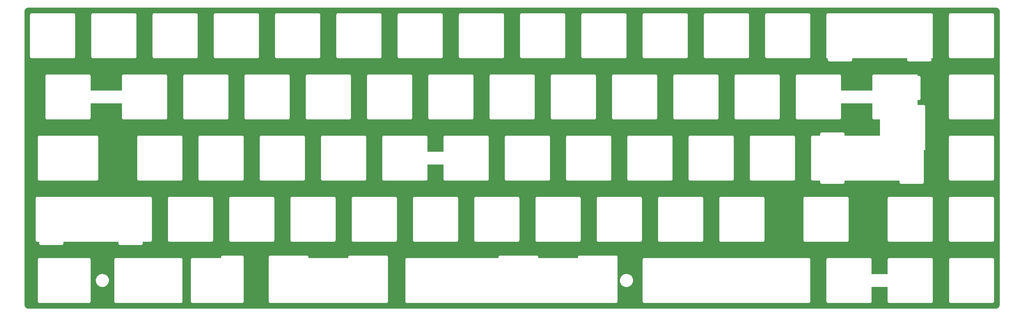
<source format=gbr>
G04 #@! TF.GenerationSoftware,KiCad,Pcbnew,(5.1.2)-2*
G04 #@! TF.CreationDate,2021-06-11T08:51:19+07:00*
G04 #@! TF.ProjectId,Plate,506c6174-652e-46b6-9963-61645f706362,rev?*
G04 #@! TF.SameCoordinates,Original*
G04 #@! TF.FileFunction,Copper,L2,Bot*
G04 #@! TF.FilePolarity,Positive*
%FSLAX45Y45*%
G04 Gerber Fmt 4.5, Leading zero omitted, Abs format (unit mm)*
G04 Created by KiCad (PCBNEW (5.1.2)-2) date 2021-06-11 08:51:19*
%MOMM*%
%LPD*%
G04 APERTURE LIST*
%ADD10C,0.025400*%
G04 APERTURE END LIST*
D10*
G36*
X17622130Y7268072D02*
G01*
X17645224Y7261100D01*
X17666523Y7249775D01*
X17685217Y7234528D01*
X17700594Y7215941D01*
X17712068Y7194721D01*
X17719201Y7171676D01*
X17721852Y7146458D01*
X17721852Y-1971892D01*
X17719372Y-1997185D01*
X17712399Y-2020280D01*
X17701074Y-2041579D01*
X17685828Y-2060273D01*
X17667240Y-2075650D01*
X17646021Y-2087123D01*
X17622976Y-2094257D01*
X17597757Y-2096907D01*
X-12475593Y-2096907D01*
X-12500886Y-2094428D01*
X-12523980Y-2087455D01*
X-12545279Y-2076130D01*
X-12563974Y-2060883D01*
X-12579351Y-2042296D01*
X-12590824Y-2021076D01*
X-12597958Y-1998031D01*
X-12600608Y-1972813D01*
X-12600608Y-1873485D01*
X-12195048Y-1873485D01*
X-12195047Y-1873495D01*
X-12195047Y-1873548D01*
X-12195019Y-1873821D01*
X-12195021Y-1874095D01*
X-12195013Y-1874182D01*
X-12193992Y-1883887D01*
X-12193879Y-1884441D01*
X-12193772Y-1885002D01*
X-12193746Y-1885085D01*
X-12190861Y-1894407D01*
X-12190641Y-1894930D01*
X-12190428Y-1895458D01*
X-12190387Y-1895535D01*
X-12185745Y-1904119D01*
X-12185427Y-1904591D01*
X-12185116Y-1905066D01*
X-12185061Y-1905134D01*
X-12178841Y-1912653D01*
X-12178439Y-1913052D01*
X-12178040Y-1913459D01*
X-12177973Y-1913515D01*
X-12170411Y-1919682D01*
X-12169936Y-1919998D01*
X-12169468Y-1920318D01*
X-12169391Y-1920360D01*
X-12160775Y-1924941D01*
X-12160246Y-1925159D01*
X-12159727Y-1925381D01*
X-12159644Y-1925407D01*
X-12150302Y-1928228D01*
X-12149740Y-1928339D01*
X-12149189Y-1928456D01*
X-12149102Y-1928465D01*
X-12149102Y-1928465D01*
X-12139390Y-1929418D01*
X-12139389Y-1929418D01*
X-12139086Y-1929447D01*
X-10600271Y-1929447D01*
X-10600260Y-1929446D01*
X-10600207Y-1929446D01*
X-10599935Y-1929419D01*
X-10599661Y-1929420D01*
X-10599574Y-1929412D01*
X-10589869Y-1928392D01*
X-10589314Y-1928278D01*
X-10588754Y-1928171D01*
X-10588670Y-1928146D01*
X-10579348Y-1925260D01*
X-10578826Y-1925041D01*
X-10578297Y-1924827D01*
X-10578220Y-1924786D01*
X-10569636Y-1920145D01*
X-10569164Y-1919826D01*
X-10568690Y-1919516D01*
X-10568622Y-1919460D01*
X-10561103Y-1913240D01*
X-10560704Y-1912838D01*
X-10560297Y-1912439D01*
X-10560241Y-1912372D01*
X-10554073Y-1904810D01*
X-10553758Y-1904336D01*
X-10553438Y-1903868D01*
X-10553396Y-1903791D01*
X-10548815Y-1895175D01*
X-10548597Y-1894645D01*
X-10548374Y-1894127D01*
X-10548348Y-1894043D01*
X-10545528Y-1884701D01*
X-10545417Y-1884140D01*
X-10545299Y-1883588D01*
X-10545290Y-1883501D01*
X-10544338Y-1873789D01*
X-10544338Y-1873788D01*
X-10544308Y-1873485D01*
X-10544308Y-1873485D01*
X-9813748Y-1873485D01*
X-9813747Y-1873495D01*
X-9813747Y-1873548D01*
X-9813719Y-1873821D01*
X-9813721Y-1874095D01*
X-9813713Y-1874182D01*
X-9812693Y-1883887D01*
X-9812579Y-1884441D01*
X-9812472Y-1885002D01*
X-9812447Y-1885085D01*
X-9809561Y-1894407D01*
X-9809341Y-1894930D01*
X-9809128Y-1895458D01*
X-9809087Y-1895535D01*
X-9804445Y-1904119D01*
X-9804127Y-1904591D01*
X-9803816Y-1905066D01*
X-9803761Y-1905134D01*
X-9797541Y-1912653D01*
X-9797139Y-1913052D01*
X-9796740Y-1913459D01*
X-9796673Y-1913515D01*
X-9789111Y-1919682D01*
X-9788636Y-1919998D01*
X-9788168Y-1920318D01*
X-9788091Y-1920360D01*
X-9779475Y-1924941D01*
X-9778946Y-1925159D01*
X-9778427Y-1925381D01*
X-9778344Y-1925407D01*
X-9769002Y-1928228D01*
X-9768440Y-1928339D01*
X-9767889Y-1928456D01*
X-9767802Y-1928465D01*
X-9767802Y-1928465D01*
X-9758090Y-1929418D01*
X-9758089Y-1929418D01*
X-9757786Y-1929447D01*
X-7742771Y-1929447D01*
X-7742760Y-1929446D01*
X-7742707Y-1929446D01*
X-7742435Y-1929419D01*
X-7742161Y-1929420D01*
X-7742074Y-1929412D01*
X-7732369Y-1928392D01*
X-7731814Y-1928278D01*
X-7731254Y-1928171D01*
X-7731170Y-1928146D01*
X-7721848Y-1925260D01*
X-7721325Y-1925041D01*
X-7720797Y-1924827D01*
X-7720720Y-1924786D01*
X-7712136Y-1920145D01*
X-7711664Y-1919826D01*
X-7711190Y-1919516D01*
X-7711122Y-1919460D01*
X-7703603Y-1913240D01*
X-7703204Y-1912838D01*
X-7702796Y-1912439D01*
X-7702741Y-1912372D01*
X-7696573Y-1904810D01*
X-7696258Y-1904336D01*
X-7695937Y-1903868D01*
X-7695896Y-1903791D01*
X-7691315Y-1895175D01*
X-7691096Y-1894645D01*
X-7690874Y-1894127D01*
X-7690848Y-1894043D01*
X-7688028Y-1884701D01*
X-7687917Y-1884140D01*
X-7687799Y-1883588D01*
X-7687790Y-1883501D01*
X-7686838Y-1873789D01*
X-7686838Y-1873788D01*
X-7686808Y-1873485D01*
X-7686808Y-1873485D01*
X-7432548Y-1873485D01*
X-7432547Y-1873495D01*
X-7432547Y-1873548D01*
X-7432519Y-1873821D01*
X-7432521Y-1874095D01*
X-7432513Y-1874182D01*
X-7431492Y-1883887D01*
X-7431379Y-1884441D01*
X-7431272Y-1885002D01*
X-7431246Y-1885085D01*
X-7428361Y-1894407D01*
X-7428141Y-1894930D01*
X-7427928Y-1895458D01*
X-7427887Y-1895535D01*
X-7423245Y-1904119D01*
X-7422927Y-1904591D01*
X-7422616Y-1905066D01*
X-7422561Y-1905134D01*
X-7416341Y-1912653D01*
X-7415939Y-1913052D01*
X-7415540Y-1913459D01*
X-7415473Y-1913515D01*
X-7407911Y-1919682D01*
X-7407436Y-1919998D01*
X-7406968Y-1920318D01*
X-7406891Y-1920360D01*
X-7398275Y-1924941D01*
X-7397746Y-1925159D01*
X-7397227Y-1925381D01*
X-7397144Y-1925407D01*
X-7387802Y-1928228D01*
X-7387240Y-1928339D01*
X-7386689Y-1928456D01*
X-7386602Y-1928465D01*
X-7386602Y-1928465D01*
X-7376890Y-1929418D01*
X-7376889Y-1929418D01*
X-7376586Y-1929447D01*
X-5837771Y-1929447D01*
X-5837760Y-1929446D01*
X-5837707Y-1929446D01*
X-5837435Y-1929419D01*
X-5837161Y-1929420D01*
X-5837074Y-1929412D01*
X-5827369Y-1928392D01*
X-5826814Y-1928278D01*
X-5826254Y-1928171D01*
X-5826170Y-1928146D01*
X-5816848Y-1925260D01*
X-5816325Y-1925041D01*
X-5815797Y-1924827D01*
X-5815720Y-1924786D01*
X-5807136Y-1920145D01*
X-5806664Y-1919826D01*
X-5806190Y-1919516D01*
X-5806122Y-1919460D01*
X-5798603Y-1913240D01*
X-5798204Y-1912838D01*
X-5797796Y-1912439D01*
X-5797741Y-1912372D01*
X-5791573Y-1904810D01*
X-5791258Y-1904336D01*
X-5790937Y-1903868D01*
X-5790896Y-1903791D01*
X-5786315Y-1895175D01*
X-5786096Y-1894645D01*
X-5785874Y-1894127D01*
X-5785848Y-1894043D01*
X-5783028Y-1884701D01*
X-5782917Y-1884140D01*
X-5782799Y-1883588D01*
X-5782790Y-1883501D01*
X-5781838Y-1873789D01*
X-5781838Y-1873788D01*
X-5781808Y-1873485D01*
X-5781808Y-496670D01*
X-5011248Y-496670D01*
X-5011248Y-1873156D01*
X-5011248Y-1873199D01*
X-5011248Y-1873228D01*
X-5011248Y-1873485D01*
X-5011247Y-1873494D01*
X-5011247Y-1873548D01*
X-5011219Y-1873821D01*
X-5011221Y-1874095D01*
X-5011213Y-1874182D01*
X-5010193Y-1883887D01*
X-5010079Y-1884441D01*
X-5009972Y-1885002D01*
X-5009947Y-1885085D01*
X-5007061Y-1894407D01*
X-5006841Y-1894930D01*
X-5006628Y-1895458D01*
X-5006587Y-1895535D01*
X-5001945Y-1904119D01*
X-5001627Y-1904591D01*
X-5001316Y-1905066D01*
X-5001261Y-1905134D01*
X-4995041Y-1912653D01*
X-4994639Y-1913052D01*
X-4994240Y-1913459D01*
X-4994173Y-1913515D01*
X-4986611Y-1919682D01*
X-4986136Y-1919998D01*
X-4985668Y-1920318D01*
X-4985591Y-1920360D01*
X-4976975Y-1924941D01*
X-4976446Y-1925159D01*
X-4975927Y-1925381D01*
X-4975844Y-1925407D01*
X-4966502Y-1928228D01*
X-4965940Y-1928339D01*
X-4965389Y-1928456D01*
X-4965302Y-1928465D01*
X-4965302Y-1928465D01*
X-4955590Y-1929418D01*
X-4955589Y-1929418D01*
X-4955286Y-1929447D01*
X-1353471Y-1929447D01*
X-1353460Y-1929446D01*
X-1353407Y-1929446D01*
X-1353135Y-1929419D01*
X-1352861Y-1929420D01*
X-1352774Y-1929412D01*
X-1343069Y-1928392D01*
X-1342514Y-1928278D01*
X-1341954Y-1928171D01*
X-1341870Y-1928146D01*
X-1332548Y-1925260D01*
X-1332026Y-1925041D01*
X-1331497Y-1924827D01*
X-1331420Y-1924786D01*
X-1322836Y-1920145D01*
X-1322364Y-1919826D01*
X-1321890Y-1919516D01*
X-1321822Y-1919460D01*
X-1314303Y-1913240D01*
X-1313904Y-1912838D01*
X-1313497Y-1912439D01*
X-1313441Y-1912372D01*
X-1307273Y-1904810D01*
X-1306958Y-1904336D01*
X-1306638Y-1903868D01*
X-1306596Y-1903791D01*
X-1302015Y-1895175D01*
X-1301797Y-1894645D01*
X-1301574Y-1894127D01*
X-1301548Y-1894043D01*
X-1298728Y-1884701D01*
X-1298617Y-1884140D01*
X-1298499Y-1883588D01*
X-1298490Y-1883501D01*
X-1297538Y-1873789D01*
X-1297538Y-1873788D01*
X-1297508Y-1873485D01*
X-1297508Y-572870D01*
X-765048Y-572870D01*
X-765048Y-1873156D01*
X-765048Y-1873199D01*
X-765048Y-1873228D01*
X-765048Y-1873485D01*
X-765047Y-1873494D01*
X-765047Y-1873548D01*
X-765019Y-1873821D01*
X-765021Y-1874095D01*
X-765013Y-1874182D01*
X-763992Y-1883887D01*
X-763879Y-1884441D01*
X-763772Y-1885002D01*
X-763746Y-1885085D01*
X-760861Y-1894407D01*
X-760641Y-1894930D01*
X-760428Y-1895458D01*
X-760387Y-1895535D01*
X-755745Y-1904119D01*
X-755427Y-1904591D01*
X-755116Y-1905066D01*
X-755061Y-1905134D01*
X-748841Y-1912653D01*
X-748439Y-1913052D01*
X-748040Y-1913459D01*
X-747973Y-1913515D01*
X-740411Y-1919682D01*
X-739936Y-1919998D01*
X-739468Y-1920318D01*
X-739391Y-1920360D01*
X-730775Y-1924941D01*
X-730246Y-1925159D01*
X-729727Y-1925381D01*
X-729644Y-1925407D01*
X-720302Y-1928228D01*
X-719740Y-1928339D01*
X-719189Y-1928456D01*
X-719102Y-1928465D01*
X-719102Y-1928465D01*
X-709390Y-1929418D01*
X-709389Y-1929418D01*
X-709086Y-1929447D01*
X5790229Y-1929447D01*
X5790240Y-1929446D01*
X5790292Y-1929446D01*
X5790565Y-1929419D01*
X5790839Y-1929420D01*
X5790926Y-1929412D01*
X5800631Y-1928392D01*
X5801186Y-1928278D01*
X5801746Y-1928171D01*
X5801830Y-1928146D01*
X5811152Y-1925260D01*
X5811674Y-1925041D01*
X5812202Y-1924827D01*
X5812280Y-1924786D01*
X5820864Y-1920145D01*
X5821336Y-1919826D01*
X5821810Y-1919516D01*
X5821878Y-1919460D01*
X5829397Y-1913240D01*
X5829796Y-1912838D01*
X5830203Y-1912439D01*
X5830259Y-1912372D01*
X5836427Y-1904810D01*
X5836742Y-1904336D01*
X5837062Y-1903868D01*
X5837104Y-1903791D01*
X5841685Y-1895175D01*
X5841903Y-1894645D01*
X5842126Y-1894127D01*
X5842151Y-1894043D01*
X5844972Y-1884701D01*
X5845083Y-1884140D01*
X5845200Y-1883588D01*
X5845210Y-1883501D01*
X5846162Y-1873789D01*
X5846162Y-1873788D01*
X5846192Y-1873485D01*
X5846192Y-1226085D01*
X5909572Y-1226085D01*
X5914103Y-1266479D01*
X5926393Y-1305224D01*
X5945975Y-1340843D01*
X5972103Y-1371981D01*
X6003781Y-1397450D01*
X6039802Y-1416282D01*
X6078796Y-1427758D01*
X6119276Y-1431442D01*
X6159700Y-1427194D01*
X6198530Y-1415174D01*
X6234285Y-1395841D01*
X6265604Y-1369932D01*
X6291294Y-1338432D01*
X6310377Y-1302543D01*
X6322125Y-1263631D01*
X6326092Y-1223178D01*
X6326011Y-1217362D01*
X6320916Y-1177036D01*
X6308086Y-1138467D01*
X6288009Y-1103124D01*
X6261449Y-1072354D01*
X6229418Y-1047329D01*
X6193137Y-1029002D01*
X6153987Y-1018072D01*
X6113460Y-1014953D01*
X6073099Y-1019766D01*
X6034441Y-1032327D01*
X5998959Y-1052157D01*
X5968005Y-1078501D01*
X5942757Y-1110356D01*
X5924177Y-1146508D01*
X5912973Y-1185581D01*
X5909572Y-1226085D01*
X5846192Y-1226085D01*
X5846192Y-572870D01*
X6616852Y-572870D01*
X6616852Y-1873156D01*
X6616852Y-1873199D01*
X6616852Y-1873228D01*
X6616852Y-1873485D01*
X6616853Y-1873494D01*
X6616853Y-1873548D01*
X6616881Y-1873821D01*
X6616879Y-1874095D01*
X6616887Y-1874182D01*
X6617907Y-1883887D01*
X6618021Y-1884441D01*
X6618128Y-1885002D01*
X6618153Y-1885085D01*
X6621039Y-1894407D01*
X6621259Y-1894930D01*
X6621472Y-1895458D01*
X6621513Y-1895535D01*
X6626154Y-1904119D01*
X6626473Y-1904591D01*
X6626783Y-1905066D01*
X6626839Y-1905134D01*
X6633059Y-1912653D01*
X6633461Y-1913052D01*
X6633860Y-1913459D01*
X6633927Y-1913515D01*
X6641489Y-1919682D01*
X6641964Y-1919998D01*
X6642432Y-1920318D01*
X6642509Y-1920360D01*
X6651125Y-1924941D01*
X6651654Y-1925159D01*
X6652172Y-1925381D01*
X6652256Y-1925407D01*
X6661598Y-1928228D01*
X6662160Y-1928339D01*
X6662711Y-1928456D01*
X6662798Y-1928465D01*
X6662798Y-1928465D01*
X6672510Y-1929418D01*
X6672511Y-1929418D01*
X6672814Y-1929447D01*
X11783429Y-1929447D01*
X11783440Y-1929446D01*
X11783492Y-1929446D01*
X11783765Y-1929419D01*
X11784039Y-1929420D01*
X11784126Y-1929412D01*
X11793831Y-1928392D01*
X11794386Y-1928278D01*
X11794946Y-1928171D01*
X11795030Y-1928146D01*
X11804352Y-1925260D01*
X11804874Y-1925041D01*
X11805402Y-1924827D01*
X11805480Y-1924786D01*
X11814064Y-1920145D01*
X11814536Y-1919826D01*
X11815010Y-1919516D01*
X11815078Y-1919460D01*
X11822597Y-1913240D01*
X11822996Y-1912838D01*
X11823403Y-1912439D01*
X11823459Y-1912372D01*
X11829627Y-1904810D01*
X11829942Y-1904336D01*
X11830262Y-1903868D01*
X11830304Y-1903791D01*
X11834885Y-1895175D01*
X11835103Y-1894645D01*
X11835326Y-1894127D01*
X11835351Y-1894043D01*
X11838172Y-1884701D01*
X11838283Y-1884140D01*
X11838400Y-1883588D01*
X11838410Y-1883501D01*
X11839362Y-1873789D01*
X11839362Y-1873788D01*
X11839392Y-1873485D01*
X11839392Y-572870D01*
X12331852Y-572870D01*
X12331852Y-1873156D01*
X12331852Y-1873199D01*
X12331852Y-1873228D01*
X12331852Y-1873485D01*
X12331853Y-1873494D01*
X12331853Y-1873548D01*
X12331881Y-1873821D01*
X12331879Y-1874095D01*
X12331887Y-1874182D01*
X12332907Y-1883887D01*
X12333021Y-1884441D01*
X12333128Y-1885002D01*
X12333153Y-1885085D01*
X12336039Y-1894407D01*
X12336259Y-1894930D01*
X12336472Y-1895458D01*
X12336513Y-1895535D01*
X12341154Y-1904119D01*
X12341473Y-1904591D01*
X12341783Y-1905066D01*
X12341839Y-1905134D01*
X12348059Y-1912653D01*
X12348461Y-1913052D01*
X12348860Y-1913459D01*
X12348927Y-1913515D01*
X12356489Y-1919682D01*
X12356964Y-1919998D01*
X12357432Y-1920318D01*
X12357509Y-1920360D01*
X12366125Y-1924941D01*
X12366654Y-1925159D01*
X12367172Y-1925381D01*
X12367256Y-1925407D01*
X12376598Y-1928228D01*
X12377160Y-1928339D01*
X12377711Y-1928456D01*
X12377798Y-1928465D01*
X12377798Y-1928465D01*
X12387510Y-1929418D01*
X12387511Y-1929418D01*
X12387814Y-1929447D01*
X13688429Y-1929447D01*
X13688440Y-1929446D01*
X13688492Y-1929446D01*
X13688765Y-1929419D01*
X13689039Y-1929420D01*
X13689126Y-1929412D01*
X13698831Y-1928392D01*
X13699386Y-1928278D01*
X13699946Y-1928171D01*
X13700030Y-1928146D01*
X13709352Y-1925260D01*
X13709874Y-1925041D01*
X13710402Y-1924827D01*
X13710480Y-1924786D01*
X13719064Y-1920145D01*
X13719536Y-1919826D01*
X13720010Y-1919516D01*
X13720078Y-1919460D01*
X13727597Y-1913240D01*
X13727996Y-1912838D01*
X13728403Y-1912439D01*
X13728459Y-1912372D01*
X13734627Y-1904810D01*
X13734942Y-1904336D01*
X13735262Y-1903868D01*
X13735304Y-1903791D01*
X13739885Y-1895175D01*
X13740103Y-1894645D01*
X13740326Y-1894127D01*
X13740351Y-1894043D01*
X13743172Y-1884701D01*
X13743283Y-1884140D01*
X13743400Y-1883588D01*
X13743410Y-1883501D01*
X13744362Y-1873789D01*
X13744362Y-1873788D01*
X13744392Y-1873485D01*
X13744392Y-1429447D01*
X14236852Y-1429447D01*
X14236852Y-1873156D01*
X14236852Y-1873199D01*
X14236852Y-1873228D01*
X14236852Y-1873485D01*
X14236853Y-1873494D01*
X14236853Y-1873548D01*
X14236881Y-1873821D01*
X14236879Y-1874095D01*
X14236887Y-1874182D01*
X14237907Y-1883887D01*
X14238021Y-1884441D01*
X14238128Y-1885002D01*
X14238153Y-1885085D01*
X14241039Y-1894407D01*
X14241259Y-1894930D01*
X14241472Y-1895458D01*
X14241513Y-1895535D01*
X14246154Y-1904119D01*
X14246473Y-1904591D01*
X14246783Y-1905066D01*
X14246839Y-1905134D01*
X14253059Y-1912653D01*
X14253461Y-1913052D01*
X14253860Y-1913459D01*
X14253927Y-1913515D01*
X14261489Y-1919682D01*
X14261964Y-1919998D01*
X14262432Y-1920318D01*
X14262509Y-1920360D01*
X14271125Y-1924941D01*
X14271654Y-1925159D01*
X14272172Y-1925381D01*
X14272256Y-1925407D01*
X14281598Y-1928228D01*
X14282160Y-1928339D01*
X14282711Y-1928456D01*
X14282798Y-1928465D01*
X14282798Y-1928465D01*
X14292510Y-1929418D01*
X14292511Y-1929418D01*
X14292814Y-1929447D01*
X15593429Y-1929447D01*
X15593440Y-1929446D01*
X15593492Y-1929446D01*
X15593765Y-1929419D01*
X15594039Y-1929420D01*
X15594126Y-1929412D01*
X15603831Y-1928392D01*
X15604386Y-1928278D01*
X15604946Y-1928171D01*
X15605030Y-1928146D01*
X15614352Y-1925260D01*
X15614874Y-1925041D01*
X15615402Y-1924827D01*
X15615480Y-1924786D01*
X15624064Y-1920145D01*
X15624536Y-1919826D01*
X15625010Y-1919516D01*
X15625078Y-1919460D01*
X15632597Y-1913240D01*
X15632996Y-1912838D01*
X15633403Y-1912439D01*
X15633459Y-1912372D01*
X15639627Y-1904810D01*
X15639942Y-1904336D01*
X15640262Y-1903868D01*
X15640304Y-1903791D01*
X15644885Y-1895175D01*
X15645103Y-1894645D01*
X15645326Y-1894127D01*
X15645351Y-1894043D01*
X15648172Y-1884701D01*
X15648283Y-1884140D01*
X15648400Y-1883588D01*
X15648410Y-1883501D01*
X15649362Y-1873789D01*
X15649362Y-1873788D01*
X15649392Y-1873485D01*
X15649392Y-1873239D01*
X16146852Y-1873239D01*
X16146852Y-1873242D01*
X16146853Y-1873531D01*
X16146859Y-1873586D01*
X16146858Y-1873642D01*
X16146860Y-1873659D01*
X16147880Y-1883364D01*
X16147904Y-1883479D01*
X16147925Y-1883590D01*
X16147930Y-1883607D01*
X16150815Y-1892929D01*
X16150859Y-1893033D01*
X16150903Y-1893142D01*
X16150911Y-1893157D01*
X16155553Y-1901741D01*
X16155617Y-1901836D01*
X16155680Y-1901933D01*
X16155691Y-1901947D01*
X16161911Y-1909466D01*
X16161995Y-1909549D01*
X16162074Y-1909629D01*
X16162087Y-1909640D01*
X16169649Y-1915808D01*
X16169746Y-1915872D01*
X16169840Y-1915937D01*
X16169856Y-1915945D01*
X16178472Y-1920526D01*
X16178575Y-1920569D01*
X16178684Y-1920615D01*
X16178701Y-1920621D01*
X16188043Y-1923441D01*
X16188157Y-1923464D01*
X16188269Y-1923487D01*
X16188286Y-1923489D01*
X16197998Y-1924441D01*
X16197999Y-1924441D01*
X16198060Y-1924447D01*
X17498184Y-1924447D01*
X17498186Y-1924447D01*
X17498475Y-1924446D01*
X17498530Y-1924441D01*
X17498586Y-1924441D01*
X17498604Y-1924439D01*
X17508309Y-1923419D01*
X17508423Y-1923396D01*
X17508534Y-1923375D01*
X17508551Y-1923369D01*
X17517873Y-1920484D01*
X17517977Y-1920440D01*
X17518086Y-1920396D01*
X17518102Y-1920388D01*
X17526685Y-1915747D01*
X17526780Y-1915683D01*
X17526877Y-1915619D01*
X17526891Y-1915608D01*
X17534410Y-1909388D01*
X17534493Y-1909304D01*
X17534573Y-1909225D01*
X17534585Y-1909212D01*
X17540752Y-1901650D01*
X17540814Y-1901556D01*
X17540881Y-1901459D01*
X17540889Y-1901443D01*
X17545470Y-1892827D01*
X17545513Y-1892723D01*
X17545560Y-1892615D01*
X17545565Y-1892598D01*
X17548385Y-1883256D01*
X17548408Y-1883143D01*
X17548432Y-1883031D01*
X17548433Y-1883013D01*
X17549373Y-1873427D01*
X17549373Y-1873427D01*
X17549392Y-1873240D01*
X17549392Y-573116D01*
X17549392Y-573114D01*
X17549391Y-572824D01*
X17549385Y-572769D01*
X17549385Y-572713D01*
X17549384Y-572696D01*
X17548364Y-562991D01*
X17548340Y-562877D01*
X17548319Y-562765D01*
X17548314Y-562748D01*
X17545428Y-553426D01*
X17545384Y-553321D01*
X17545341Y-553213D01*
X17545332Y-553198D01*
X17540691Y-544614D01*
X17540625Y-544517D01*
X17540563Y-544422D01*
X17540552Y-544409D01*
X17534332Y-536890D01*
X17534248Y-536806D01*
X17534170Y-536726D01*
X17534156Y-536715D01*
X17526594Y-530547D01*
X17526500Y-530485D01*
X17526403Y-530419D01*
X17526388Y-530410D01*
X17517772Y-525829D01*
X17517668Y-525787D01*
X17517559Y-525740D01*
X17517542Y-525735D01*
X17508201Y-522914D01*
X17508088Y-522892D01*
X17507975Y-522868D01*
X17507958Y-522866D01*
X17498249Y-521914D01*
X17498184Y-521908D01*
X16198060Y-521908D01*
X16198058Y-521908D01*
X16197768Y-521909D01*
X16197713Y-521914D01*
X16197658Y-521914D01*
X16197640Y-521916D01*
X16187935Y-522936D01*
X16187821Y-522959D01*
X16187709Y-522980D01*
X16187692Y-522986D01*
X16178370Y-525871D01*
X16178265Y-525916D01*
X16178157Y-525959D01*
X16178142Y-525967D01*
X16169558Y-530609D01*
X16169461Y-530674D01*
X16169366Y-530736D01*
X16169353Y-530747D01*
X16161834Y-536967D01*
X16161750Y-537051D01*
X16161670Y-537130D01*
X16161659Y-537143D01*
X16155491Y-544705D01*
X16155429Y-544799D01*
X16155363Y-544896D01*
X16155354Y-544912D01*
X16150773Y-553528D01*
X16150731Y-553631D01*
X16150684Y-553740D01*
X16150679Y-553757D01*
X16147858Y-563099D01*
X16147836Y-563212D01*
X16147812Y-563324D01*
X16147810Y-563342D01*
X16146858Y-573054D01*
X16146858Y-573055D01*
X16146852Y-573116D01*
X16146852Y-1873239D01*
X15649392Y-1873239D01*
X15649392Y-572870D01*
X15649391Y-572860D01*
X15649391Y-572807D01*
X15649363Y-572534D01*
X15649365Y-572260D01*
X15649356Y-572173D01*
X15648336Y-562468D01*
X15648221Y-561908D01*
X15648115Y-561353D01*
X15648090Y-561270D01*
X15645205Y-551948D01*
X15644986Y-551427D01*
X15644771Y-550897D01*
X15644730Y-550820D01*
X15640089Y-542236D01*
X15639772Y-541766D01*
X15639460Y-541289D01*
X15639405Y-541221D01*
X15633185Y-533702D01*
X15632781Y-533301D01*
X15632384Y-532896D01*
X15632316Y-532840D01*
X15624754Y-526673D01*
X15624278Y-526356D01*
X15623812Y-526037D01*
X15623735Y-525995D01*
X15615119Y-521414D01*
X15614591Y-521196D01*
X15614071Y-520974D01*
X15613988Y-520948D01*
X15604646Y-518127D01*
X15604085Y-518016D01*
X15603532Y-517899D01*
X15603445Y-517890D01*
X15593734Y-516937D01*
X15593733Y-516937D01*
X15593429Y-516907D01*
X14292814Y-516907D01*
X14292804Y-516908D01*
X14292751Y-516909D01*
X14292478Y-516936D01*
X14292204Y-516934D01*
X14292117Y-516943D01*
X14282412Y-517963D01*
X14281855Y-518077D01*
X14281298Y-518184D01*
X14281214Y-518209D01*
X14271892Y-521095D01*
X14271372Y-521313D01*
X14270841Y-521528D01*
X14270764Y-521569D01*
X14262180Y-526210D01*
X14261710Y-526527D01*
X14261233Y-526839D01*
X14261165Y-526895D01*
X14253647Y-533115D01*
X14253245Y-533519D01*
X14252840Y-533916D01*
X14252784Y-533983D01*
X14246617Y-541545D01*
X14246301Y-542021D01*
X14245981Y-542487D01*
X14245940Y-542564D01*
X14241358Y-551180D01*
X14241141Y-551709D01*
X14240918Y-552228D01*
X14240892Y-552312D01*
X14238072Y-561654D01*
X14237961Y-562214D01*
X14237843Y-562767D01*
X14237834Y-562854D01*
X14236882Y-572566D01*
X14236882Y-572567D01*
X14236852Y-572870D01*
X14236852Y-1016907D01*
X13744392Y-1016907D01*
X13744392Y-572870D01*
X13744391Y-572860D01*
X13744391Y-572807D01*
X13744363Y-572534D01*
X13744365Y-572260D01*
X13744356Y-572173D01*
X13743336Y-562468D01*
X13743221Y-561908D01*
X13743115Y-561353D01*
X13743090Y-561270D01*
X13740205Y-551948D01*
X13739986Y-551427D01*
X13739771Y-550897D01*
X13739730Y-550820D01*
X13735089Y-542236D01*
X13734772Y-541766D01*
X13734460Y-541289D01*
X13734405Y-541221D01*
X13728185Y-533702D01*
X13727781Y-533301D01*
X13727384Y-532896D01*
X13727316Y-532840D01*
X13719754Y-526673D01*
X13719278Y-526356D01*
X13718812Y-526037D01*
X13718735Y-525995D01*
X13710119Y-521414D01*
X13709591Y-521196D01*
X13709071Y-520974D01*
X13708988Y-520948D01*
X13699646Y-518127D01*
X13699085Y-518016D01*
X13698532Y-517899D01*
X13698445Y-517890D01*
X13688734Y-516937D01*
X13688733Y-516937D01*
X13688429Y-516907D01*
X12387814Y-516907D01*
X12387804Y-516908D01*
X12387751Y-516909D01*
X12387478Y-516936D01*
X12387204Y-516934D01*
X12387117Y-516943D01*
X12377412Y-517963D01*
X12376855Y-518077D01*
X12376298Y-518184D01*
X12376214Y-518209D01*
X12366892Y-521095D01*
X12366372Y-521313D01*
X12365841Y-521528D01*
X12365764Y-521569D01*
X12357180Y-526210D01*
X12356710Y-526527D01*
X12356233Y-526839D01*
X12356165Y-526895D01*
X12348647Y-533115D01*
X12348245Y-533519D01*
X12347840Y-533916D01*
X12347784Y-533983D01*
X12341617Y-541545D01*
X12341301Y-542021D01*
X12340981Y-542487D01*
X12340940Y-542564D01*
X12336358Y-551180D01*
X12336141Y-551709D01*
X12335918Y-552228D01*
X12335892Y-552312D01*
X12333072Y-561654D01*
X12332961Y-562214D01*
X12332843Y-562767D01*
X12332834Y-562854D01*
X12331882Y-572566D01*
X12331882Y-572567D01*
X12331852Y-572870D01*
X11839392Y-572870D01*
X11839392Y-572870D01*
X11839391Y-572860D01*
X11839391Y-572807D01*
X11839363Y-572534D01*
X11839365Y-572260D01*
X11839356Y-572173D01*
X11838336Y-562468D01*
X11838221Y-561908D01*
X11838115Y-561353D01*
X11838090Y-561270D01*
X11835205Y-551948D01*
X11834986Y-551427D01*
X11834771Y-550897D01*
X11834730Y-550820D01*
X11830089Y-542236D01*
X11829772Y-541766D01*
X11829460Y-541289D01*
X11829405Y-541221D01*
X11823185Y-533702D01*
X11822781Y-533301D01*
X11822384Y-532896D01*
X11822316Y-532840D01*
X11814754Y-526673D01*
X11814278Y-526356D01*
X11813812Y-526037D01*
X11813735Y-525995D01*
X11805119Y-521414D01*
X11804591Y-521196D01*
X11804071Y-520974D01*
X11803988Y-520948D01*
X11794646Y-518127D01*
X11794085Y-518016D01*
X11793532Y-517899D01*
X11793445Y-517890D01*
X11783734Y-516937D01*
X11783733Y-516937D01*
X11783429Y-516907D01*
X6672814Y-516907D01*
X6672804Y-516908D01*
X6672751Y-516909D01*
X6672478Y-516936D01*
X6672204Y-516934D01*
X6672117Y-516943D01*
X6662412Y-517963D01*
X6661855Y-518077D01*
X6661298Y-518184D01*
X6661214Y-518209D01*
X6651892Y-521095D01*
X6651372Y-521313D01*
X6650841Y-521528D01*
X6650764Y-521569D01*
X6642180Y-526210D01*
X6641710Y-526527D01*
X6641233Y-526839D01*
X6641165Y-526895D01*
X6633647Y-533115D01*
X6633245Y-533519D01*
X6632840Y-533916D01*
X6632784Y-533983D01*
X6626617Y-541545D01*
X6626301Y-542021D01*
X6625981Y-542487D01*
X6625940Y-542564D01*
X6621358Y-551180D01*
X6621141Y-551709D01*
X6620918Y-552228D01*
X6620892Y-552312D01*
X6618072Y-561654D01*
X6617961Y-562214D01*
X6617843Y-562767D01*
X6617834Y-562854D01*
X6616882Y-572566D01*
X6616882Y-572567D01*
X6616852Y-572870D01*
X5846192Y-572870D01*
X5846192Y-496670D01*
X5846191Y-496660D01*
X5846191Y-496607D01*
X5846163Y-496334D01*
X5846165Y-496060D01*
X5846156Y-495973D01*
X5845136Y-486268D01*
X5845022Y-485711D01*
X5844915Y-485153D01*
X5844890Y-485069D01*
X5842005Y-475748D01*
X5841786Y-475227D01*
X5841571Y-474697D01*
X5841530Y-474619D01*
X5836889Y-466036D01*
X5836572Y-465566D01*
X5836260Y-465089D01*
X5836205Y-465021D01*
X5829985Y-457502D01*
X5829581Y-457101D01*
X5829184Y-456696D01*
X5829116Y-456640D01*
X5821554Y-450472D01*
X5821078Y-450156D01*
X5820612Y-449837D01*
X5820535Y-449795D01*
X5811919Y-445214D01*
X5811391Y-444996D01*
X5810871Y-444774D01*
X5810788Y-444748D01*
X5801446Y-441927D01*
X5800885Y-441816D01*
X5800332Y-441699D01*
X5800245Y-441690D01*
X5790534Y-440737D01*
X5790533Y-440737D01*
X5790229Y-440707D01*
X4658414Y-440707D01*
X4658404Y-440708D01*
X4658351Y-440709D01*
X4658078Y-440736D01*
X4657804Y-440734D01*
X4657717Y-440743D01*
X4648013Y-441763D01*
X4647455Y-441877D01*
X4646898Y-441984D01*
X4646814Y-442009D01*
X4637492Y-444895D01*
X4636972Y-445113D01*
X4636441Y-445328D01*
X4636364Y-445369D01*
X4627780Y-450010D01*
X4627310Y-450327D01*
X4626833Y-450639D01*
X4626766Y-450694D01*
X4619247Y-456915D01*
X4618846Y-457319D01*
X4618440Y-457715D01*
X4618384Y-457783D01*
X4612217Y-465345D01*
X4611901Y-465821D01*
X4611581Y-466287D01*
X4611540Y-466364D01*
X4606958Y-474980D01*
X4606741Y-475509D01*
X4606518Y-476028D01*
X4606492Y-476112D01*
X4603672Y-485453D01*
X4603561Y-486014D01*
X4603443Y-486567D01*
X4603434Y-486654D01*
X4602482Y-496366D01*
X4602482Y-496367D01*
X4602452Y-496670D01*
X4602452Y-516907D01*
X3376192Y-516907D01*
X3376192Y-496670D01*
X3376191Y-496660D01*
X3376191Y-496607D01*
X3376163Y-496334D01*
X3376165Y-496060D01*
X3376156Y-495973D01*
X3375136Y-486268D01*
X3375022Y-485711D01*
X3374915Y-485153D01*
X3374890Y-485069D01*
X3372005Y-475748D01*
X3371786Y-475227D01*
X3371571Y-474697D01*
X3371530Y-474619D01*
X3366889Y-466036D01*
X3366572Y-465566D01*
X3366260Y-465089D01*
X3366205Y-465021D01*
X3359985Y-457502D01*
X3359581Y-457101D01*
X3359184Y-456696D01*
X3359116Y-456640D01*
X3351554Y-450472D01*
X3351078Y-450156D01*
X3350612Y-449837D01*
X3350535Y-449795D01*
X3341919Y-445214D01*
X3341391Y-444996D01*
X3340871Y-444774D01*
X3340788Y-444748D01*
X3331446Y-441927D01*
X3330885Y-441816D01*
X3330332Y-441699D01*
X3330245Y-441690D01*
X3320534Y-440737D01*
X3320533Y-440737D01*
X3320229Y-440707D01*
X2188414Y-440707D01*
X2188404Y-440708D01*
X2188351Y-440709D01*
X2188078Y-440736D01*
X2187804Y-440734D01*
X2187717Y-440743D01*
X2178013Y-441763D01*
X2177455Y-441877D01*
X2176898Y-441984D01*
X2176814Y-442009D01*
X2167492Y-444895D01*
X2166972Y-445113D01*
X2166441Y-445328D01*
X2166364Y-445369D01*
X2157780Y-450010D01*
X2157310Y-450327D01*
X2156833Y-450639D01*
X2156766Y-450694D01*
X2149247Y-456915D01*
X2148846Y-457319D01*
X2148440Y-457715D01*
X2148384Y-457783D01*
X2142217Y-465345D01*
X2141901Y-465821D01*
X2141581Y-466287D01*
X2141540Y-466364D01*
X2136958Y-474980D01*
X2136741Y-475509D01*
X2136518Y-476028D01*
X2136492Y-476112D01*
X2133672Y-485453D01*
X2133561Y-486014D01*
X2133443Y-486567D01*
X2133434Y-486654D01*
X2132482Y-496366D01*
X2132482Y-496367D01*
X2132452Y-496670D01*
X2132452Y-516907D01*
X-709086Y-516907D01*
X-709096Y-516908D01*
X-709149Y-516909D01*
X-709422Y-516936D01*
X-709695Y-516934D01*
X-709782Y-516943D01*
X-719487Y-517963D01*
X-720045Y-518077D01*
X-720602Y-518184D01*
X-720686Y-518209D01*
X-730008Y-521095D01*
X-730528Y-521313D01*
X-731059Y-521528D01*
X-731136Y-521569D01*
X-739720Y-526210D01*
X-740190Y-526527D01*
X-740667Y-526839D01*
X-740734Y-526895D01*
X-748253Y-533115D01*
X-748654Y-533519D01*
X-749060Y-533916D01*
X-749115Y-533983D01*
X-755283Y-541545D01*
X-755599Y-542021D01*
X-755919Y-542487D01*
X-755960Y-542564D01*
X-760541Y-551180D01*
X-760759Y-551709D01*
X-760982Y-552228D01*
X-761008Y-552312D01*
X-763828Y-561654D01*
X-763939Y-562214D01*
X-764057Y-562767D01*
X-764066Y-562854D01*
X-765018Y-572566D01*
X-765018Y-572567D01*
X-765048Y-572870D01*
X-1297508Y-572870D01*
X-1297508Y-496670D01*
X-1297509Y-496660D01*
X-1297509Y-496607D01*
X-1297537Y-496334D01*
X-1297535Y-496060D01*
X-1297544Y-495973D01*
X-1298564Y-486268D01*
X-1298678Y-485711D01*
X-1298784Y-485153D01*
X-1298810Y-485069D01*
X-1301695Y-475748D01*
X-1301914Y-475227D01*
X-1302128Y-474697D01*
X-1302170Y-474619D01*
X-1306811Y-466036D01*
X-1307128Y-465566D01*
X-1307440Y-465089D01*
X-1307495Y-465021D01*
X-1313715Y-457502D01*
X-1314119Y-457101D01*
X-1314516Y-456696D01*
X-1314584Y-456640D01*
X-1322146Y-450472D01*
X-1322622Y-450156D01*
X-1323088Y-449837D01*
X-1323165Y-449795D01*
X-1331781Y-445214D01*
X-1332309Y-444996D01*
X-1332829Y-444774D01*
X-1332912Y-444748D01*
X-1342254Y-441927D01*
X-1342814Y-441816D01*
X-1343368Y-441699D01*
X-1343455Y-441690D01*
X-1353166Y-440737D01*
X-1353167Y-440737D01*
X-1353471Y-440707D01*
X-2485286Y-440707D01*
X-2485296Y-440708D01*
X-2485349Y-440709D01*
X-2485622Y-440736D01*
X-2485896Y-440734D01*
X-2485983Y-440743D01*
X-2495687Y-441763D01*
X-2496245Y-441877D01*
X-2496802Y-441984D01*
X-2496886Y-442009D01*
X-2506208Y-444895D01*
X-2506728Y-445113D01*
X-2507259Y-445328D01*
X-2507336Y-445369D01*
X-2515920Y-450010D01*
X-2516390Y-450327D01*
X-2516867Y-450639D01*
X-2516934Y-450694D01*
X-2524453Y-456915D01*
X-2524854Y-457319D01*
X-2525260Y-457715D01*
X-2525316Y-457783D01*
X-2531483Y-465345D01*
X-2531799Y-465821D01*
X-2532119Y-466287D01*
X-2532160Y-466364D01*
X-2536742Y-474980D01*
X-2536959Y-475509D01*
X-2537182Y-476028D01*
X-2537208Y-476112D01*
X-2540028Y-485453D01*
X-2540139Y-486014D01*
X-2540257Y-486567D01*
X-2540266Y-486654D01*
X-2541218Y-496366D01*
X-2541218Y-496367D01*
X-2541248Y-496670D01*
X-2541248Y-516907D01*
X-3767508Y-516907D01*
X-3767508Y-496670D01*
X-3767509Y-496660D01*
X-3767509Y-496607D01*
X-3767537Y-496334D01*
X-3767535Y-496060D01*
X-3767544Y-495973D01*
X-3768564Y-486268D01*
X-3768678Y-485711D01*
X-3768784Y-485153D01*
X-3768810Y-485069D01*
X-3771695Y-475748D01*
X-3771914Y-475227D01*
X-3772128Y-474697D01*
X-3772169Y-474619D01*
X-3776811Y-466036D01*
X-3777128Y-465566D01*
X-3777440Y-465089D01*
X-3777495Y-465021D01*
X-3783715Y-457502D01*
X-3784119Y-457101D01*
X-3784516Y-456696D01*
X-3784583Y-456640D01*
X-3792146Y-450472D01*
X-3792622Y-450156D01*
X-3793088Y-449837D01*
X-3793165Y-449795D01*
X-3801781Y-445214D01*
X-3802309Y-444996D01*
X-3802829Y-444774D01*
X-3802912Y-444748D01*
X-3812254Y-441927D01*
X-3812814Y-441816D01*
X-3813367Y-441699D01*
X-3813454Y-441690D01*
X-3823166Y-440737D01*
X-3823167Y-440737D01*
X-3823471Y-440707D01*
X-4955286Y-440707D01*
X-4955296Y-440708D01*
X-4955349Y-440709D01*
X-4955622Y-440736D01*
X-4955896Y-440734D01*
X-4955983Y-440743D01*
X-4965687Y-441763D01*
X-4966245Y-441877D01*
X-4966802Y-441984D01*
X-4966886Y-442009D01*
X-4976208Y-444895D01*
X-4976728Y-445113D01*
X-4977259Y-445328D01*
X-4977336Y-445369D01*
X-4985920Y-450010D01*
X-4986390Y-450327D01*
X-4986867Y-450639D01*
X-4986934Y-450694D01*
X-4994453Y-456915D01*
X-4994854Y-457319D01*
X-4995260Y-457715D01*
X-4995316Y-457783D01*
X-5001483Y-465345D01*
X-5001799Y-465821D01*
X-5002119Y-466287D01*
X-5002160Y-466364D01*
X-5006742Y-474980D01*
X-5006959Y-475509D01*
X-5007182Y-476028D01*
X-5007208Y-476112D01*
X-5010028Y-485453D01*
X-5010139Y-486014D01*
X-5010257Y-486567D01*
X-5010266Y-486654D01*
X-5011218Y-496366D01*
X-5011218Y-496367D01*
X-5011248Y-496670D01*
X-5781808Y-496670D01*
X-5781808Y-496670D01*
X-5781809Y-496660D01*
X-5781809Y-496607D01*
X-5781837Y-496334D01*
X-5781835Y-496060D01*
X-5781844Y-495973D01*
X-5782864Y-486268D01*
X-5782978Y-485711D01*
X-5783084Y-485153D01*
X-5783110Y-485069D01*
X-5785995Y-475748D01*
X-5786214Y-475227D01*
X-5786428Y-474697D01*
X-5786469Y-474619D01*
X-5791111Y-466036D01*
X-5791428Y-465566D01*
X-5791740Y-465089D01*
X-5791795Y-465021D01*
X-5798015Y-457502D01*
X-5798419Y-457101D01*
X-5798816Y-456696D01*
X-5798883Y-456640D01*
X-5806446Y-450472D01*
X-5806922Y-450156D01*
X-5807388Y-449837D01*
X-5807465Y-449795D01*
X-5816081Y-445214D01*
X-5816609Y-444996D01*
X-5817129Y-444774D01*
X-5817212Y-444748D01*
X-5826554Y-441927D01*
X-5827114Y-441816D01*
X-5827667Y-441699D01*
X-5827754Y-441690D01*
X-5837466Y-440737D01*
X-5837467Y-440737D01*
X-5837771Y-440707D01*
X-6436679Y-440707D01*
X-6436689Y-440708D01*
X-6436742Y-440709D01*
X-6437015Y-440736D01*
X-6437289Y-440734D01*
X-6437376Y-440743D01*
X-6447081Y-441763D01*
X-6447638Y-441877D01*
X-6448196Y-441984D01*
X-6448280Y-442009D01*
X-6457601Y-444895D01*
X-6458122Y-445113D01*
X-6458652Y-445328D01*
X-6458730Y-445369D01*
X-6467313Y-450010D01*
X-6467783Y-450327D01*
X-6468260Y-450639D01*
X-6468328Y-450694D01*
X-6475847Y-456915D01*
X-6476248Y-457319D01*
X-6476653Y-457715D01*
X-6476709Y-457783D01*
X-6482877Y-465345D01*
X-6483193Y-465821D01*
X-6483512Y-466287D01*
X-6483554Y-466364D01*
X-6488135Y-474980D01*
X-6488353Y-475509D01*
X-6488575Y-476028D01*
X-6488601Y-476112D01*
X-6491422Y-485453D01*
X-6491533Y-486014D01*
X-6491650Y-486567D01*
X-6491659Y-486654D01*
X-6492612Y-496366D01*
X-6492612Y-496367D01*
X-6492641Y-496670D01*
X-6492642Y-516907D01*
X-7376586Y-516907D01*
X-7376596Y-516908D01*
X-7376649Y-516909D01*
X-7376922Y-516936D01*
X-7377195Y-516934D01*
X-7377282Y-516943D01*
X-7386987Y-517963D01*
X-7387545Y-518077D01*
X-7388102Y-518184D01*
X-7388186Y-518209D01*
X-7397508Y-521095D01*
X-7398028Y-521313D01*
X-7398559Y-521528D01*
X-7398636Y-521569D01*
X-7407220Y-526210D01*
X-7407690Y-526527D01*
X-7408167Y-526839D01*
X-7408234Y-526895D01*
X-7415753Y-533115D01*
X-7416154Y-533519D01*
X-7416560Y-533916D01*
X-7416615Y-533983D01*
X-7422783Y-541545D01*
X-7423099Y-542021D01*
X-7423419Y-542487D01*
X-7423460Y-542564D01*
X-7428041Y-551180D01*
X-7428259Y-551709D01*
X-7428482Y-552228D01*
X-7428508Y-552312D01*
X-7431328Y-561654D01*
X-7431439Y-562214D01*
X-7431557Y-562767D01*
X-7431566Y-562854D01*
X-7432518Y-572566D01*
X-7432518Y-572568D01*
X-7432548Y-572870D01*
X-7432548Y-1873485D01*
X-7686808Y-1873485D01*
X-7686808Y-572870D01*
X-7686809Y-572860D01*
X-7686809Y-572807D01*
X-7686837Y-572534D01*
X-7686835Y-572260D01*
X-7686844Y-572173D01*
X-7687864Y-562468D01*
X-7687979Y-561908D01*
X-7688084Y-561353D01*
X-7688110Y-561270D01*
X-7690995Y-551948D01*
X-7691214Y-551427D01*
X-7691428Y-550897D01*
X-7691469Y-550820D01*
X-7696111Y-542236D01*
X-7696428Y-541766D01*
X-7696740Y-541289D01*
X-7696795Y-541221D01*
X-7703015Y-533702D01*
X-7703419Y-533301D01*
X-7703816Y-532896D01*
X-7703883Y-532840D01*
X-7711446Y-526673D01*
X-7711922Y-526356D01*
X-7712388Y-526037D01*
X-7712465Y-525995D01*
X-7721081Y-521414D01*
X-7721609Y-521196D01*
X-7722129Y-520974D01*
X-7722212Y-520948D01*
X-7731554Y-518127D01*
X-7732114Y-518016D01*
X-7732667Y-517899D01*
X-7732754Y-517890D01*
X-7742466Y-516937D01*
X-7742467Y-516937D01*
X-7742771Y-516907D01*
X-9757786Y-516907D01*
X-9757796Y-516908D01*
X-9757849Y-516909D01*
X-9758122Y-516936D01*
X-9758396Y-516934D01*
X-9758483Y-516943D01*
X-9768187Y-517963D01*
X-9768745Y-518077D01*
X-9769302Y-518184D01*
X-9769386Y-518209D01*
X-9778708Y-521095D01*
X-9779228Y-521313D01*
X-9779759Y-521528D01*
X-9779836Y-521569D01*
X-9788420Y-526210D01*
X-9788890Y-526527D01*
X-9789367Y-526839D01*
X-9789434Y-526895D01*
X-9796953Y-533115D01*
X-9797354Y-533519D01*
X-9797760Y-533916D01*
X-9797816Y-533983D01*
X-9803983Y-541545D01*
X-9804299Y-542021D01*
X-9804619Y-542487D01*
X-9804660Y-542564D01*
X-9809242Y-551180D01*
X-9809459Y-551709D01*
X-9809682Y-552228D01*
X-9809708Y-552312D01*
X-9812528Y-561654D01*
X-9812639Y-562214D01*
X-9812757Y-562767D01*
X-9812766Y-562854D01*
X-9813718Y-572566D01*
X-9813718Y-572568D01*
X-9813748Y-572870D01*
X-9813748Y-1873485D01*
X-10544308Y-1873485D01*
X-10544308Y-1225085D01*
X-10388468Y-1225085D01*
X-10383937Y-1265479D01*
X-10371646Y-1304224D01*
X-10352065Y-1339843D01*
X-10325937Y-1370981D01*
X-10294259Y-1396450D01*
X-10258237Y-1415282D01*
X-10219244Y-1426758D01*
X-10178764Y-1430442D01*
X-10138340Y-1426194D01*
X-10099510Y-1414174D01*
X-10063755Y-1394841D01*
X-10032436Y-1368932D01*
X-10006746Y-1337432D01*
X-9987663Y-1301543D01*
X-9975915Y-1262631D01*
X-9971948Y-1222178D01*
X-9972029Y-1216362D01*
X-9977124Y-1176036D01*
X-9989954Y-1137467D01*
X-10010031Y-1102124D01*
X-10036591Y-1071354D01*
X-10068622Y-1046329D01*
X-10104903Y-1028002D01*
X-10144052Y-1017072D01*
X-10184580Y-1013953D01*
X-10224941Y-1018766D01*
X-10263599Y-1031327D01*
X-10299081Y-1051157D01*
X-10330035Y-1077501D01*
X-10355283Y-1109356D01*
X-10373863Y-1145508D01*
X-10385067Y-1184581D01*
X-10388468Y-1225085D01*
X-10544308Y-1225085D01*
X-10544308Y-572870D01*
X-10544309Y-572860D01*
X-10544309Y-572807D01*
X-10544337Y-572534D01*
X-10544335Y-572260D01*
X-10544344Y-572173D01*
X-10545364Y-562468D01*
X-10545479Y-561908D01*
X-10545584Y-561353D01*
X-10545610Y-561270D01*
X-10548495Y-551948D01*
X-10548714Y-551427D01*
X-10548928Y-550897D01*
X-10548970Y-550820D01*
X-10553611Y-542236D01*
X-10553928Y-541766D01*
X-10554240Y-541289D01*
X-10554295Y-541221D01*
X-10560515Y-533702D01*
X-10560919Y-533301D01*
X-10561316Y-532896D01*
X-10561384Y-532840D01*
X-10568946Y-526673D01*
X-10569422Y-526356D01*
X-10569888Y-526037D01*
X-10569965Y-525995D01*
X-10578581Y-521414D01*
X-10579109Y-521196D01*
X-10579629Y-520974D01*
X-10579712Y-520948D01*
X-10589054Y-518127D01*
X-10589614Y-518016D01*
X-10590168Y-517899D01*
X-10590255Y-517890D01*
X-10599966Y-516937D01*
X-10599967Y-516937D01*
X-10600271Y-516907D01*
X-12139086Y-516907D01*
X-12139096Y-516908D01*
X-12139149Y-516909D01*
X-12139422Y-516936D01*
X-12139695Y-516934D01*
X-12139782Y-516943D01*
X-12149487Y-517963D01*
X-12150045Y-518077D01*
X-12150602Y-518184D01*
X-12150686Y-518209D01*
X-12160008Y-521095D01*
X-12160528Y-521313D01*
X-12161059Y-521528D01*
X-12161136Y-521569D01*
X-12169720Y-526210D01*
X-12170190Y-526527D01*
X-12170667Y-526839D01*
X-12170734Y-526895D01*
X-12178253Y-533115D01*
X-12178654Y-533519D01*
X-12179060Y-533916D01*
X-12179115Y-533983D01*
X-12185283Y-541545D01*
X-12185599Y-542021D01*
X-12185919Y-542487D01*
X-12185960Y-542564D01*
X-12190541Y-551180D01*
X-12190759Y-551709D01*
X-12190982Y-552228D01*
X-12191008Y-552312D01*
X-12193828Y-561654D01*
X-12193939Y-562214D01*
X-12194057Y-562767D01*
X-12194066Y-562854D01*
X-12195018Y-572566D01*
X-12195018Y-572568D01*
X-12195048Y-572870D01*
X-12195048Y-1873485D01*
X-12600608Y-1873485D01*
X-12600608Y31515D01*
X-12256948Y31515D01*
X-12256947Y31505D01*
X-12256947Y31452D01*
X-12256919Y31179D01*
X-12256921Y30905D01*
X-12256913Y30818D01*
X-12255892Y21113D01*
X-12255779Y20559D01*
X-12255672Y19998D01*
X-12255646Y19914D01*
X-12252761Y10593D01*
X-12252541Y10070D01*
X-12252328Y9542D01*
X-12252287Y9464D01*
X-12247645Y881D01*
X-12247327Y409D01*
X-12247016Y-66D01*
X-12246961Y-134D01*
X-12240741Y-7653D01*
X-12240339Y-8052D01*
X-12239940Y-8459D01*
X-12239873Y-8515D01*
X-12232311Y-14683D01*
X-12231836Y-14998D01*
X-12231368Y-15318D01*
X-12231291Y-15360D01*
X-12222675Y-19941D01*
X-12222146Y-20159D01*
X-12221627Y-20381D01*
X-12221544Y-20407D01*
X-12212202Y-23228D01*
X-12211640Y-23339D01*
X-12211089Y-23456D01*
X-12211002Y-23465D01*
X-12211002Y-23465D01*
X-12201290Y-24418D01*
X-12201288Y-24418D01*
X-12200986Y-24447D01*
X-12152548Y-24447D01*
X-12152548Y-65485D01*
X-12152547Y-65495D01*
X-12152547Y-65548D01*
X-12152519Y-65821D01*
X-12152521Y-66095D01*
X-12152513Y-66182D01*
X-12151492Y-75887D01*
X-12151379Y-76441D01*
X-12151272Y-77002D01*
X-12151246Y-77086D01*
X-12148361Y-86407D01*
X-12148141Y-86930D01*
X-12147928Y-87458D01*
X-12147887Y-87535D01*
X-12143245Y-96119D01*
X-12142927Y-96591D01*
X-12142616Y-97066D01*
X-12142561Y-97134D01*
X-12136341Y-104653D01*
X-12135939Y-105052D01*
X-12135540Y-105459D01*
X-12135473Y-105515D01*
X-12127911Y-111682D01*
X-12127436Y-111998D01*
X-12126968Y-112318D01*
X-12126891Y-112360D01*
X-12118275Y-116941D01*
X-12117746Y-117159D01*
X-12117227Y-117381D01*
X-12117144Y-117407D01*
X-12107802Y-120228D01*
X-12107240Y-120339D01*
X-12106689Y-120456D01*
X-12106602Y-120465D01*
X-12106602Y-120465D01*
X-12096890Y-121418D01*
X-12096889Y-121418D01*
X-12096586Y-121447D01*
X-11443471Y-121447D01*
X-11443460Y-121446D01*
X-11443407Y-121446D01*
X-11443135Y-121419D01*
X-11442861Y-121420D01*
X-11442774Y-121412D01*
X-11433069Y-120392D01*
X-11432514Y-120278D01*
X-11431954Y-120171D01*
X-11431870Y-120146D01*
X-11422548Y-117260D01*
X-11422025Y-117041D01*
X-11421497Y-116827D01*
X-11421420Y-116786D01*
X-11412836Y-112145D01*
X-11412364Y-111826D01*
X-11411890Y-111516D01*
X-11411822Y-111460D01*
X-11404303Y-105240D01*
X-11403904Y-104838D01*
X-11403496Y-104439D01*
X-11403441Y-104372D01*
X-11397273Y-96810D01*
X-11396958Y-96336D01*
X-11396637Y-95868D01*
X-11396596Y-95791D01*
X-11392015Y-87175D01*
X-11391796Y-86645D01*
X-11391574Y-86127D01*
X-11391548Y-86043D01*
X-11388728Y-76702D01*
X-11388617Y-76140D01*
X-11388499Y-75588D01*
X-11388490Y-75501D01*
X-11387538Y-65789D01*
X-11387538Y-65789D01*
X-11387508Y-65485D01*
X-11387508Y-24447D01*
X-9685048Y-24447D01*
X-9685048Y-65485D01*
X-9685047Y-65495D01*
X-9685047Y-65548D01*
X-9685019Y-65821D01*
X-9685021Y-66095D01*
X-9685013Y-66182D01*
X-9683993Y-75887D01*
X-9683879Y-76441D01*
X-9683772Y-77002D01*
X-9683747Y-77086D01*
X-9680861Y-86407D01*
X-9680641Y-86930D01*
X-9680428Y-87458D01*
X-9680387Y-87535D01*
X-9675745Y-96119D01*
X-9675427Y-96591D01*
X-9675116Y-97066D01*
X-9675061Y-97134D01*
X-9668841Y-104653D01*
X-9668439Y-105052D01*
X-9668040Y-105459D01*
X-9667973Y-105515D01*
X-9660411Y-111682D01*
X-9659936Y-111998D01*
X-9659468Y-112318D01*
X-9659391Y-112360D01*
X-9650775Y-116941D01*
X-9650246Y-117159D01*
X-9649727Y-117381D01*
X-9649644Y-117407D01*
X-9640302Y-120228D01*
X-9639740Y-120339D01*
X-9639189Y-120456D01*
X-9639102Y-120465D01*
X-9639102Y-120465D01*
X-9629390Y-121418D01*
X-9629389Y-121418D01*
X-9629086Y-121447D01*
X-8975971Y-121447D01*
X-8975960Y-121446D01*
X-8975907Y-121446D01*
X-8975635Y-121419D01*
X-8975361Y-121420D01*
X-8975274Y-121412D01*
X-8965569Y-120392D01*
X-8965014Y-120278D01*
X-8964454Y-120171D01*
X-8964370Y-120146D01*
X-8955048Y-117260D01*
X-8954526Y-117041D01*
X-8953997Y-116827D01*
X-8953920Y-116786D01*
X-8945336Y-112145D01*
X-8944864Y-111826D01*
X-8944390Y-111516D01*
X-8944322Y-111460D01*
X-8936803Y-105240D01*
X-8936404Y-104838D01*
X-8935997Y-104439D01*
X-8935941Y-104372D01*
X-8929773Y-96810D01*
X-8929458Y-96336D01*
X-8929138Y-95868D01*
X-8929096Y-95791D01*
X-8924515Y-87175D01*
X-8924297Y-86645D01*
X-8924074Y-86127D01*
X-8924048Y-86043D01*
X-8921228Y-76702D01*
X-8921117Y-76140D01*
X-8920999Y-75588D01*
X-8920990Y-75501D01*
X-8920038Y-65789D01*
X-8920038Y-65789D01*
X-8920008Y-65485D01*
X-8920008Y-24447D01*
X-8695371Y-24447D01*
X-8695360Y-24446D01*
X-8695307Y-24446D01*
X-8695035Y-24419D01*
X-8694761Y-24420D01*
X-8694674Y-24412D01*
X-8684969Y-23392D01*
X-8684414Y-23278D01*
X-8683854Y-23171D01*
X-8683770Y-23146D01*
X-8674448Y-20260D01*
X-8673926Y-20041D01*
X-8673398Y-19827D01*
X-8673320Y-19786D01*
X-8664736Y-15145D01*
X-8664266Y-14828D01*
X-8663790Y-14516D01*
X-8663722Y-14460D01*
X-8656203Y-8240D01*
X-8655804Y-7838D01*
X-8655397Y-7439D01*
X-8655341Y-7373D01*
X-8655341Y-7372D01*
X-8655340Y-7372D01*
X-8649173Y190D01*
X-8648859Y663D01*
X-8648538Y1132D01*
X-8648496Y1209D01*
X-8643915Y9825D01*
X-8643697Y10355D01*
X-8643474Y10873D01*
X-8643449Y10957D01*
X-8640628Y20298D01*
X-8640517Y20860D01*
X-8640400Y21412D01*
X-8640390Y21499D01*
X-8639438Y31211D01*
X-8639408Y31515D01*
X-8639408Y31515D01*
X-8146948Y31515D01*
X-8146947Y31505D01*
X-8146947Y31452D01*
X-8146919Y31179D01*
X-8146921Y30905D01*
X-8146913Y30818D01*
X-8145892Y21113D01*
X-8145779Y20559D01*
X-8145672Y19998D01*
X-8145646Y19914D01*
X-8142761Y10593D01*
X-8142541Y10070D01*
X-8142328Y9542D01*
X-8142287Y9464D01*
X-8137645Y881D01*
X-8137327Y409D01*
X-8137016Y-66D01*
X-8136961Y-134D01*
X-8130741Y-7653D01*
X-8130339Y-8052D01*
X-8129940Y-8459D01*
X-8129873Y-8515D01*
X-8122311Y-14683D01*
X-8121836Y-14998D01*
X-8121368Y-15318D01*
X-8121291Y-15360D01*
X-8112675Y-19941D01*
X-8112146Y-20159D01*
X-8111627Y-20381D01*
X-8111544Y-20407D01*
X-8102202Y-23228D01*
X-8101640Y-23339D01*
X-8101089Y-23456D01*
X-8101002Y-23465D01*
X-8101002Y-23465D01*
X-8091290Y-24418D01*
X-8091288Y-24418D01*
X-8090986Y-24447D01*
X-6790371Y-24447D01*
X-6790360Y-24446D01*
X-6790307Y-24446D01*
X-6790035Y-24419D01*
X-6789761Y-24420D01*
X-6789674Y-24412D01*
X-6779969Y-23392D01*
X-6779414Y-23278D01*
X-6778854Y-23171D01*
X-6778770Y-23146D01*
X-6769448Y-20260D01*
X-6768926Y-20041D01*
X-6768397Y-19827D01*
X-6768320Y-19786D01*
X-6759736Y-15145D01*
X-6759266Y-14828D01*
X-6758790Y-14516D01*
X-6758722Y-14460D01*
X-6751203Y-8240D01*
X-6750804Y-7838D01*
X-6750396Y-7439D01*
X-6750341Y-7373D01*
X-6750341Y-7372D01*
X-6750340Y-7372D01*
X-6744173Y190D01*
X-6743859Y663D01*
X-6743538Y1132D01*
X-6743496Y1209D01*
X-6738915Y9825D01*
X-6738697Y10355D01*
X-6738474Y10873D01*
X-6738448Y10957D01*
X-6735628Y20298D01*
X-6735517Y20860D01*
X-6735399Y21412D01*
X-6735390Y21499D01*
X-6734438Y31211D01*
X-6734408Y31515D01*
X-6734408Y31515D01*
X-6241948Y31515D01*
X-6241947Y31505D01*
X-6241947Y31452D01*
X-6241919Y31179D01*
X-6241921Y30905D01*
X-6241913Y30818D01*
X-6240892Y21113D01*
X-6240779Y20559D01*
X-6240672Y19998D01*
X-6240646Y19914D01*
X-6237761Y10593D01*
X-6237541Y10070D01*
X-6237328Y9542D01*
X-6237287Y9464D01*
X-6232645Y881D01*
X-6232327Y409D01*
X-6232016Y-66D01*
X-6231961Y-134D01*
X-6225741Y-7653D01*
X-6225339Y-8052D01*
X-6224940Y-8459D01*
X-6224873Y-8515D01*
X-6217311Y-14683D01*
X-6216836Y-14998D01*
X-6216368Y-15318D01*
X-6216291Y-15360D01*
X-6207675Y-19941D01*
X-6207146Y-20159D01*
X-6206627Y-20381D01*
X-6206544Y-20407D01*
X-6197202Y-23228D01*
X-6196640Y-23339D01*
X-6196089Y-23456D01*
X-6196002Y-23465D01*
X-6196002Y-23465D01*
X-6186290Y-24418D01*
X-6186288Y-24418D01*
X-6185986Y-24447D01*
X-4885371Y-24447D01*
X-4885360Y-24446D01*
X-4885307Y-24446D01*
X-4885035Y-24419D01*
X-4884761Y-24420D01*
X-4884674Y-24412D01*
X-4874969Y-23392D01*
X-4874414Y-23278D01*
X-4873854Y-23171D01*
X-4873770Y-23146D01*
X-4864448Y-20260D01*
X-4863926Y-20041D01*
X-4863398Y-19827D01*
X-4863320Y-19786D01*
X-4854736Y-15145D01*
X-4854266Y-14828D01*
X-4853790Y-14516D01*
X-4853722Y-14460D01*
X-4846203Y-8240D01*
X-4845804Y-7838D01*
X-4845397Y-7439D01*
X-4845341Y-7373D01*
X-4845341Y-7372D01*
X-4845340Y-7372D01*
X-4839173Y190D01*
X-4838859Y663D01*
X-4838538Y1132D01*
X-4838496Y1209D01*
X-4833915Y9825D01*
X-4833697Y10355D01*
X-4833474Y10873D01*
X-4833449Y10957D01*
X-4830628Y20298D01*
X-4830517Y20860D01*
X-4830400Y21412D01*
X-4830390Y21499D01*
X-4829438Y31211D01*
X-4829408Y31515D01*
X-4829408Y31515D01*
X-4336948Y31515D01*
X-4336947Y31505D01*
X-4336947Y31452D01*
X-4336919Y31179D01*
X-4336921Y30905D01*
X-4336913Y30818D01*
X-4335893Y21113D01*
X-4335779Y20559D01*
X-4335672Y19998D01*
X-4335647Y19914D01*
X-4332761Y10593D01*
X-4332541Y10070D01*
X-4332328Y9542D01*
X-4332287Y9464D01*
X-4327645Y881D01*
X-4327327Y409D01*
X-4327016Y-66D01*
X-4326961Y-134D01*
X-4320741Y-7653D01*
X-4320339Y-8052D01*
X-4319940Y-8459D01*
X-4319873Y-8515D01*
X-4312311Y-14683D01*
X-4311836Y-14998D01*
X-4311368Y-15318D01*
X-4311291Y-15360D01*
X-4302675Y-19941D01*
X-4302146Y-20159D01*
X-4301627Y-20381D01*
X-4301544Y-20407D01*
X-4292202Y-23228D01*
X-4291640Y-23339D01*
X-4291089Y-23456D01*
X-4291002Y-23465D01*
X-4291002Y-23465D01*
X-4281290Y-24418D01*
X-4281288Y-24418D01*
X-4280986Y-24447D01*
X-2980371Y-24447D01*
X-2980360Y-24446D01*
X-2980307Y-24446D01*
X-2980035Y-24419D01*
X-2979761Y-24420D01*
X-2979674Y-24412D01*
X-2969969Y-23392D01*
X-2969414Y-23278D01*
X-2968854Y-23171D01*
X-2968770Y-23146D01*
X-2959448Y-20260D01*
X-2958926Y-20041D01*
X-2958397Y-19827D01*
X-2958320Y-19786D01*
X-2949736Y-15145D01*
X-2949266Y-14828D01*
X-2948790Y-14516D01*
X-2948722Y-14460D01*
X-2941203Y-8240D01*
X-2940804Y-7838D01*
X-2940396Y-7439D01*
X-2940341Y-7373D01*
X-2940341Y-7372D01*
X-2940340Y-7372D01*
X-2934173Y190D01*
X-2933859Y663D01*
X-2933538Y1132D01*
X-2933496Y1209D01*
X-2928915Y9825D01*
X-2928697Y10355D01*
X-2928474Y10873D01*
X-2928448Y10957D01*
X-2925628Y20298D01*
X-2925517Y20860D01*
X-2925399Y21412D01*
X-2925390Y21499D01*
X-2924438Y31211D01*
X-2924408Y31515D01*
X-2924408Y31515D01*
X-2431948Y31515D01*
X-2431947Y31505D01*
X-2431947Y31452D01*
X-2431919Y31179D01*
X-2431921Y30905D01*
X-2431913Y30818D01*
X-2430893Y21113D01*
X-2430779Y20559D01*
X-2430672Y19998D01*
X-2430647Y19914D01*
X-2427761Y10593D01*
X-2427541Y10070D01*
X-2427328Y9542D01*
X-2427287Y9464D01*
X-2422645Y881D01*
X-2422327Y409D01*
X-2422016Y-66D01*
X-2421961Y-134D01*
X-2415741Y-7653D01*
X-2415339Y-8052D01*
X-2414940Y-8459D01*
X-2414873Y-8515D01*
X-2407311Y-14683D01*
X-2406836Y-14998D01*
X-2406368Y-15318D01*
X-2406291Y-15360D01*
X-2397675Y-19941D01*
X-2397146Y-20159D01*
X-2396627Y-20381D01*
X-2396544Y-20407D01*
X-2387202Y-23228D01*
X-2386640Y-23339D01*
X-2386089Y-23456D01*
X-2386002Y-23465D01*
X-2386002Y-23465D01*
X-2376290Y-24418D01*
X-2376288Y-24418D01*
X-2375986Y-24447D01*
X-1075371Y-24447D01*
X-1075360Y-24446D01*
X-1075307Y-24446D01*
X-1075035Y-24419D01*
X-1074761Y-24420D01*
X-1074674Y-24412D01*
X-1064969Y-23392D01*
X-1064414Y-23278D01*
X-1063854Y-23171D01*
X-1063770Y-23146D01*
X-1054448Y-20260D01*
X-1053926Y-20041D01*
X-1053398Y-19827D01*
X-1053320Y-19786D01*
X-1044736Y-15145D01*
X-1044266Y-14828D01*
X-1043790Y-14516D01*
X-1043722Y-14460D01*
X-1036203Y-8240D01*
X-1035804Y-7838D01*
X-1035396Y-7439D01*
X-1035341Y-7373D01*
X-1035341Y-7372D01*
X-1035340Y-7372D01*
X-1029173Y190D01*
X-1028859Y663D01*
X-1028538Y1132D01*
X-1028496Y1209D01*
X-1023915Y9825D01*
X-1023697Y10355D01*
X-1023474Y10873D01*
X-1023448Y10957D01*
X-1020628Y20298D01*
X-1020517Y20860D01*
X-1020399Y21412D01*
X-1020390Y21499D01*
X-1019438Y31211D01*
X-1019408Y31515D01*
X-1019408Y1332130D01*
X-526948Y1332130D01*
X-526948Y31844D01*
X-526948Y31801D01*
X-526948Y31772D01*
X-526948Y31515D01*
X-526947Y31506D01*
X-526947Y31452D01*
X-526919Y31179D01*
X-526921Y30905D01*
X-526913Y30818D01*
X-525893Y21113D01*
X-525779Y20559D01*
X-525672Y19998D01*
X-525647Y19914D01*
X-522761Y10593D01*
X-522541Y10070D01*
X-522328Y9542D01*
X-522287Y9464D01*
X-517645Y881D01*
X-517327Y409D01*
X-517016Y-66D01*
X-516961Y-134D01*
X-510741Y-7653D01*
X-510339Y-8052D01*
X-509940Y-8459D01*
X-509873Y-8515D01*
X-502311Y-14683D01*
X-501836Y-14998D01*
X-501368Y-15318D01*
X-501291Y-15360D01*
X-492675Y-19941D01*
X-492146Y-20159D01*
X-491627Y-20381D01*
X-491544Y-20407D01*
X-482202Y-23228D01*
X-481640Y-23339D01*
X-481089Y-23456D01*
X-481002Y-23465D01*
X-481002Y-23465D01*
X-471290Y-24418D01*
X-471288Y-24418D01*
X-470986Y-24447D01*
X829629Y-24447D01*
X829640Y-24446D01*
X829692Y-24446D01*
X829965Y-24419D01*
X830239Y-24420D01*
X830326Y-24412D01*
X840031Y-23392D01*
X840586Y-23278D01*
X841146Y-23171D01*
X841230Y-23146D01*
X850552Y-20260D01*
X851074Y-20041D01*
X851602Y-19827D01*
X851680Y-19786D01*
X860263Y-15145D01*
X860734Y-14828D01*
X861210Y-14516D01*
X861278Y-14460D01*
X868797Y-8240D01*
X869196Y-7838D01*
X869603Y-7439D01*
X869659Y-7373D01*
X869659Y-7372D01*
X869660Y-7372D01*
X875827Y190D01*
X876141Y663D01*
X876462Y1132D01*
X876504Y1209D01*
X881085Y9825D01*
X881303Y10355D01*
X881525Y10873D01*
X881551Y10957D01*
X884372Y20298D01*
X884483Y20860D01*
X884600Y21412D01*
X884610Y21499D01*
X885562Y31211D01*
X885592Y31515D01*
X885592Y1332130D01*
X1378052Y1332130D01*
X1378052Y31844D01*
X1378052Y31801D01*
X1378052Y31772D01*
X1378052Y31515D01*
X1378053Y31506D01*
X1378053Y31452D01*
X1378081Y31179D01*
X1378079Y30905D01*
X1378087Y30818D01*
X1379107Y21113D01*
X1379221Y20559D01*
X1379328Y19998D01*
X1379353Y19914D01*
X1382239Y10593D01*
X1382459Y10070D01*
X1382672Y9542D01*
X1382713Y9464D01*
X1387355Y881D01*
X1387673Y409D01*
X1387984Y-66D01*
X1388039Y-134D01*
X1394259Y-7653D01*
X1394661Y-8052D01*
X1395060Y-8459D01*
X1395127Y-8515D01*
X1402689Y-14683D01*
X1403164Y-14998D01*
X1403632Y-15318D01*
X1403709Y-15360D01*
X1412325Y-19941D01*
X1412854Y-20159D01*
X1413372Y-20381D01*
X1413456Y-20407D01*
X1422798Y-23228D01*
X1423360Y-23339D01*
X1423911Y-23456D01*
X1423998Y-23465D01*
X1423998Y-23465D01*
X1433710Y-24418D01*
X1433712Y-24418D01*
X1434014Y-24447D01*
X2734629Y-24447D01*
X2734640Y-24446D01*
X2734693Y-24446D01*
X2734965Y-24419D01*
X2735239Y-24420D01*
X2735326Y-24412D01*
X2745031Y-23392D01*
X2745586Y-23278D01*
X2746146Y-23171D01*
X2746230Y-23146D01*
X2755552Y-20260D01*
X2756074Y-20041D01*
X2756602Y-19827D01*
X2756680Y-19786D01*
X2765264Y-15145D01*
X2765734Y-14828D01*
X2766210Y-14516D01*
X2766278Y-14460D01*
X2773797Y-8240D01*
X2774196Y-7838D01*
X2774603Y-7439D01*
X2774659Y-7373D01*
X2774659Y-7372D01*
X2774660Y-7372D01*
X2780827Y190D01*
X2781141Y663D01*
X2781462Y1132D01*
X2781504Y1209D01*
X2786085Y9825D01*
X2786303Y10355D01*
X2786526Y10873D01*
X2786551Y10957D01*
X2789372Y20298D01*
X2789483Y20860D01*
X2789600Y21412D01*
X2789610Y21499D01*
X2790562Y31211D01*
X2790592Y31515D01*
X2790592Y1332130D01*
X3283052Y1332130D01*
X3283052Y31844D01*
X3283052Y31801D01*
X3283052Y31772D01*
X3283052Y31515D01*
X3283053Y31506D01*
X3283053Y31452D01*
X3283081Y31179D01*
X3283079Y30905D01*
X3283087Y30818D01*
X3284107Y21113D01*
X3284221Y20559D01*
X3284328Y19998D01*
X3284353Y19914D01*
X3287239Y10593D01*
X3287459Y10070D01*
X3287672Y9542D01*
X3287713Y9464D01*
X3292354Y881D01*
X3292673Y409D01*
X3292983Y-66D01*
X3293039Y-134D01*
X3299259Y-7653D01*
X3299661Y-8052D01*
X3300060Y-8459D01*
X3300127Y-8515D01*
X3307689Y-14683D01*
X3308164Y-14998D01*
X3308632Y-15318D01*
X3308709Y-15360D01*
X3317325Y-19941D01*
X3317854Y-20159D01*
X3318372Y-20381D01*
X3318456Y-20407D01*
X3327798Y-23228D01*
X3328360Y-23339D01*
X3328911Y-23456D01*
X3328998Y-23465D01*
X3328998Y-23465D01*
X3338710Y-24418D01*
X3338712Y-24418D01*
X3339014Y-24447D01*
X4639629Y-24447D01*
X4639640Y-24446D01*
X4639693Y-24446D01*
X4639965Y-24419D01*
X4640239Y-24420D01*
X4640326Y-24412D01*
X4650031Y-23392D01*
X4650586Y-23278D01*
X4651146Y-23171D01*
X4651230Y-23146D01*
X4660552Y-20260D01*
X4661074Y-20041D01*
X4661602Y-19827D01*
X4661680Y-19786D01*
X4670264Y-15145D01*
X4670734Y-14828D01*
X4671210Y-14516D01*
X4671278Y-14460D01*
X4678797Y-8240D01*
X4679196Y-7838D01*
X4679603Y-7439D01*
X4679659Y-7373D01*
X4679659Y-7372D01*
X4679660Y-7372D01*
X4685827Y190D01*
X4686141Y663D01*
X4686462Y1132D01*
X4686504Y1209D01*
X4691085Y9825D01*
X4691303Y10355D01*
X4691526Y10873D01*
X4691551Y10957D01*
X4694372Y20298D01*
X4694483Y20860D01*
X4694600Y21412D01*
X4694610Y21499D01*
X4695562Y31211D01*
X4695592Y31515D01*
X4695592Y1332130D01*
X5188052Y1332130D01*
X5188052Y31844D01*
X5188052Y31801D01*
X5188052Y31772D01*
X5188052Y31515D01*
X5188053Y31506D01*
X5188053Y31452D01*
X5188081Y31179D01*
X5188079Y30905D01*
X5188087Y30818D01*
X5189107Y21113D01*
X5189221Y20559D01*
X5189328Y19998D01*
X5189353Y19914D01*
X5192239Y10593D01*
X5192459Y10070D01*
X5192672Y9542D01*
X5192713Y9464D01*
X5197355Y881D01*
X5197673Y409D01*
X5197984Y-66D01*
X5198039Y-134D01*
X5204259Y-7653D01*
X5204661Y-8052D01*
X5205060Y-8459D01*
X5205127Y-8515D01*
X5212689Y-14683D01*
X5213164Y-14998D01*
X5213632Y-15318D01*
X5213709Y-15360D01*
X5222325Y-19941D01*
X5222854Y-20159D01*
X5223373Y-20381D01*
X5223456Y-20407D01*
X5232798Y-23228D01*
X5233360Y-23339D01*
X5233911Y-23456D01*
X5233998Y-23465D01*
X5233998Y-23465D01*
X5243710Y-24418D01*
X5243712Y-24418D01*
X5244014Y-24447D01*
X6544629Y-24447D01*
X6544640Y-24446D01*
X6544692Y-24446D01*
X6544965Y-24419D01*
X6545239Y-24420D01*
X6545326Y-24412D01*
X6555031Y-23392D01*
X6555586Y-23278D01*
X6556146Y-23171D01*
X6556230Y-23146D01*
X6565552Y-20260D01*
X6566074Y-20041D01*
X6566602Y-19827D01*
X6566680Y-19786D01*
X6575263Y-15145D01*
X6575734Y-14828D01*
X6576210Y-14516D01*
X6576278Y-14460D01*
X6583797Y-8240D01*
X6584196Y-7838D01*
X6584603Y-7439D01*
X6584659Y-7373D01*
X6584659Y-7372D01*
X6584660Y-7372D01*
X6590827Y190D01*
X6591141Y663D01*
X6591462Y1132D01*
X6591504Y1209D01*
X6596085Y9825D01*
X6596303Y10355D01*
X6596525Y10873D01*
X6596551Y10957D01*
X6599372Y20298D01*
X6599483Y20860D01*
X6599600Y21412D01*
X6599610Y21499D01*
X6600562Y31211D01*
X6600592Y31515D01*
X6600592Y31515D01*
X7093052Y31515D01*
X7093053Y31505D01*
X7093053Y31452D01*
X7093081Y31179D01*
X7093079Y30905D01*
X7093087Y30818D01*
X7094107Y21113D01*
X7094221Y20559D01*
X7094328Y19998D01*
X7094353Y19914D01*
X7097239Y10593D01*
X7097459Y10070D01*
X7097672Y9542D01*
X7097713Y9464D01*
X7102354Y881D01*
X7102673Y409D01*
X7102983Y-66D01*
X7103039Y-134D01*
X7109259Y-7653D01*
X7109661Y-8052D01*
X7110060Y-8459D01*
X7110127Y-8515D01*
X7117689Y-14683D01*
X7118164Y-14998D01*
X7118632Y-15318D01*
X7118709Y-15360D01*
X7127325Y-19941D01*
X7127854Y-20159D01*
X7128372Y-20381D01*
X7128456Y-20407D01*
X7137798Y-23228D01*
X7138360Y-23339D01*
X7138911Y-23456D01*
X7138998Y-23465D01*
X7138998Y-23465D01*
X7148710Y-24418D01*
X7148712Y-24418D01*
X7149014Y-24447D01*
X8449629Y-24447D01*
X8449640Y-24446D01*
X8449693Y-24446D01*
X8449965Y-24419D01*
X8450239Y-24420D01*
X8450326Y-24412D01*
X8460031Y-23392D01*
X8460586Y-23278D01*
X8461146Y-23171D01*
X8461230Y-23146D01*
X8470552Y-20260D01*
X8471074Y-20041D01*
X8471602Y-19827D01*
X8471680Y-19786D01*
X8480264Y-15145D01*
X8480734Y-14828D01*
X8481210Y-14516D01*
X8481278Y-14460D01*
X8488797Y-8240D01*
X8489196Y-7838D01*
X8489603Y-7439D01*
X8489659Y-7373D01*
X8489659Y-7372D01*
X8489660Y-7372D01*
X8495827Y190D01*
X8496141Y663D01*
X8496462Y1132D01*
X8496504Y1209D01*
X8501085Y9825D01*
X8501303Y10355D01*
X8501526Y10873D01*
X8501551Y10957D01*
X8504372Y20298D01*
X8504483Y20860D01*
X8504600Y21412D01*
X8504610Y21499D01*
X8505562Y31211D01*
X8505592Y31515D01*
X8505592Y31515D01*
X8998052Y31515D01*
X8998053Y31505D01*
X8998053Y31452D01*
X8998081Y31179D01*
X8998079Y30905D01*
X8998087Y30818D01*
X8999107Y21113D01*
X8999221Y20559D01*
X8999328Y19998D01*
X8999353Y19914D01*
X9002239Y10593D01*
X9002459Y10070D01*
X9002672Y9542D01*
X9002713Y9464D01*
X9007355Y881D01*
X9007673Y409D01*
X9007984Y-66D01*
X9008039Y-134D01*
X9014259Y-7653D01*
X9014661Y-8052D01*
X9015060Y-8459D01*
X9015127Y-8515D01*
X9022689Y-14683D01*
X9023164Y-14998D01*
X9023632Y-15318D01*
X9023709Y-15360D01*
X9032325Y-19941D01*
X9032854Y-20159D01*
X9033373Y-20381D01*
X9033456Y-20407D01*
X9042798Y-23228D01*
X9043360Y-23339D01*
X9043911Y-23456D01*
X9043998Y-23465D01*
X9043998Y-23465D01*
X9053710Y-24418D01*
X9053712Y-24418D01*
X9054014Y-24447D01*
X10354629Y-24447D01*
X10354640Y-24446D01*
X10354693Y-24446D01*
X10354965Y-24419D01*
X10355239Y-24420D01*
X10355326Y-24412D01*
X10365031Y-23392D01*
X10365586Y-23278D01*
X10366146Y-23171D01*
X10366230Y-23146D01*
X10375552Y-20260D01*
X10376074Y-20041D01*
X10376602Y-19827D01*
X10376680Y-19786D01*
X10385264Y-15145D01*
X10385734Y-14828D01*
X10386210Y-14516D01*
X10386278Y-14460D01*
X10393797Y-8240D01*
X10394196Y-7838D01*
X10394603Y-7439D01*
X10394659Y-7373D01*
X10394659Y-7372D01*
X10394660Y-7372D01*
X10400827Y190D01*
X10401141Y663D01*
X10401462Y1132D01*
X10401504Y1209D01*
X10406085Y9825D01*
X10406303Y10355D01*
X10406526Y10873D01*
X10406551Y10957D01*
X10409372Y20298D01*
X10409483Y20860D01*
X10409600Y21412D01*
X10409610Y21499D01*
X10410562Y31211D01*
X10410592Y31515D01*
X10410592Y31515D01*
X11617452Y31515D01*
X11617453Y31505D01*
X11617453Y31452D01*
X11617481Y31179D01*
X11617479Y30905D01*
X11617487Y30818D01*
X11618507Y21113D01*
X11618621Y20559D01*
X11618728Y19998D01*
X11618753Y19914D01*
X11621639Y10593D01*
X11621859Y10070D01*
X11622072Y9542D01*
X11622113Y9464D01*
X11626754Y881D01*
X11627073Y409D01*
X11627383Y-66D01*
X11627439Y-134D01*
X11633659Y-7653D01*
X11634061Y-8052D01*
X11634460Y-8459D01*
X11634527Y-8515D01*
X11642089Y-14683D01*
X11642564Y-14998D01*
X11643032Y-15318D01*
X11643109Y-15360D01*
X11651725Y-19941D01*
X11652254Y-20159D01*
X11652772Y-20381D01*
X11652856Y-20407D01*
X11662198Y-23228D01*
X11662760Y-23339D01*
X11663311Y-23456D01*
X11663398Y-23465D01*
X11663398Y-23465D01*
X11673110Y-24418D01*
X11673112Y-24418D01*
X11673414Y-24447D01*
X12974029Y-24447D01*
X12974040Y-24446D01*
X12974092Y-24446D01*
X12974365Y-24419D01*
X12974639Y-24420D01*
X12974726Y-24412D01*
X12984431Y-23392D01*
X12984986Y-23278D01*
X12985546Y-23171D01*
X12985630Y-23146D01*
X12994952Y-20260D01*
X12995474Y-20041D01*
X12996002Y-19827D01*
X12996080Y-19786D01*
X13004663Y-15145D01*
X13005134Y-14828D01*
X13005610Y-14516D01*
X13005678Y-14460D01*
X13013197Y-8240D01*
X13013596Y-7838D01*
X13014003Y-7439D01*
X13014059Y-7373D01*
X13014059Y-7372D01*
X13014060Y-7372D01*
X13020227Y190D01*
X13020541Y663D01*
X13020862Y1132D01*
X13020904Y1209D01*
X13025485Y9825D01*
X13025703Y10355D01*
X13025925Y10873D01*
X13025951Y10957D01*
X13028772Y20298D01*
X13028883Y20860D01*
X13029000Y21412D01*
X13029010Y21499D01*
X13029962Y31211D01*
X13029992Y31515D01*
X13029992Y31515D01*
X14236852Y31515D01*
X14236853Y31505D01*
X14236853Y31452D01*
X14236881Y31179D01*
X14236879Y30905D01*
X14236887Y30818D01*
X14237907Y21113D01*
X14238021Y20559D01*
X14238128Y19998D01*
X14238153Y19914D01*
X14241039Y10593D01*
X14241259Y10070D01*
X14241472Y9542D01*
X14241513Y9464D01*
X14246154Y881D01*
X14246473Y409D01*
X14246783Y-66D01*
X14246839Y-134D01*
X14253059Y-7653D01*
X14253461Y-8052D01*
X14253860Y-8459D01*
X14253927Y-8515D01*
X14261489Y-14683D01*
X14261964Y-14998D01*
X14262432Y-15318D01*
X14262509Y-15360D01*
X14271125Y-19941D01*
X14271654Y-20159D01*
X14272172Y-20381D01*
X14272256Y-20407D01*
X14281598Y-23228D01*
X14282160Y-23339D01*
X14282711Y-23456D01*
X14282798Y-23465D01*
X14282798Y-23465D01*
X14292510Y-24418D01*
X14292512Y-24418D01*
X14292814Y-24447D01*
X15593429Y-24447D01*
X15593440Y-24446D01*
X15593492Y-24446D01*
X15593765Y-24419D01*
X15594039Y-24420D01*
X15594126Y-24412D01*
X15603831Y-23392D01*
X15604386Y-23278D01*
X15604946Y-23171D01*
X15605030Y-23146D01*
X15614352Y-20260D01*
X15614874Y-20041D01*
X15615402Y-19827D01*
X15615480Y-19786D01*
X15624063Y-15145D01*
X15624534Y-14828D01*
X15625010Y-14516D01*
X15625078Y-14460D01*
X15632597Y-8240D01*
X15632996Y-7838D01*
X15633403Y-7439D01*
X15633459Y-7373D01*
X15633459Y-7372D01*
X15633460Y-7372D01*
X15639627Y190D01*
X15639941Y663D01*
X15640262Y1132D01*
X15640304Y1209D01*
X15644885Y9825D01*
X15645103Y10355D01*
X15645325Y10873D01*
X15645351Y10957D01*
X15648172Y20298D01*
X15648283Y20860D01*
X15648400Y21412D01*
X15648410Y21499D01*
X15649362Y31211D01*
X15649392Y31515D01*
X15649392Y31515D01*
X16141852Y31515D01*
X16141853Y31505D01*
X16141853Y31452D01*
X16141881Y31179D01*
X16141879Y30905D01*
X16141887Y30818D01*
X16142907Y21113D01*
X16143021Y20559D01*
X16143128Y19998D01*
X16143153Y19914D01*
X16146039Y10593D01*
X16146259Y10070D01*
X16146472Y9542D01*
X16146513Y9464D01*
X16151154Y881D01*
X16151473Y409D01*
X16151783Y-66D01*
X16151839Y-134D01*
X16158059Y-7653D01*
X16158461Y-8052D01*
X16158860Y-8459D01*
X16158927Y-8515D01*
X16166489Y-14683D01*
X16166964Y-14998D01*
X16167432Y-15318D01*
X16167509Y-15360D01*
X16176125Y-19941D01*
X16176654Y-20159D01*
X16177172Y-20381D01*
X16177256Y-20407D01*
X16186598Y-23228D01*
X16187160Y-23339D01*
X16187711Y-23456D01*
X16187798Y-23465D01*
X16187798Y-23465D01*
X16197510Y-24418D01*
X16197512Y-24418D01*
X16197814Y-24447D01*
X17498429Y-24447D01*
X17498440Y-24446D01*
X17498493Y-24446D01*
X17498765Y-24419D01*
X17499039Y-24420D01*
X17499126Y-24412D01*
X17508831Y-23392D01*
X17509386Y-23278D01*
X17509946Y-23171D01*
X17510030Y-23146D01*
X17519352Y-20260D01*
X17519874Y-20041D01*
X17520402Y-19827D01*
X17520480Y-19786D01*
X17529064Y-15145D01*
X17529534Y-14828D01*
X17530010Y-14516D01*
X17530078Y-14460D01*
X17537597Y-8240D01*
X17537996Y-7838D01*
X17538403Y-7439D01*
X17538459Y-7373D01*
X17538459Y-7372D01*
X17538460Y-7372D01*
X17544627Y190D01*
X17544941Y663D01*
X17545262Y1132D01*
X17545304Y1209D01*
X17549885Y9825D01*
X17550103Y10355D01*
X17550326Y10873D01*
X17550351Y10957D01*
X17553172Y20298D01*
X17553283Y20860D01*
X17553400Y21412D01*
X17553410Y21499D01*
X17554362Y31211D01*
X17554392Y31515D01*
X17554392Y1332130D01*
X17554391Y1332140D01*
X17554391Y1332193D01*
X17554363Y1332466D01*
X17554365Y1332740D01*
X17554356Y1332827D01*
X17553336Y1342532D01*
X17553222Y1343089D01*
X17553116Y1343647D01*
X17553090Y1343730D01*
X17550205Y1353052D01*
X17549986Y1353573D01*
X17549772Y1354103D01*
X17549730Y1354180D01*
X17545089Y1362764D01*
X17544772Y1363234D01*
X17544460Y1363711D01*
X17544405Y1363779D01*
X17538185Y1371298D01*
X17537781Y1371699D01*
X17537384Y1372104D01*
X17537316Y1372160D01*
X17529754Y1378327D01*
X17529278Y1378644D01*
X17528812Y1378963D01*
X17528735Y1379005D01*
X17520119Y1383586D01*
X17519591Y1383804D01*
X17519071Y1384026D01*
X17518988Y1384052D01*
X17509646Y1386873D01*
X17509086Y1386984D01*
X17508532Y1387101D01*
X17508445Y1387110D01*
X17498734Y1388063D01*
X17498733Y1388063D01*
X17498429Y1388092D01*
X16197814Y1388092D01*
X16197804Y1388091D01*
X16197751Y1388091D01*
X16197478Y1388064D01*
X16197204Y1388065D01*
X16197117Y1388057D01*
X16187412Y1387037D01*
X16186855Y1386922D01*
X16186298Y1386816D01*
X16186214Y1386791D01*
X16176892Y1383905D01*
X16176372Y1383687D01*
X16175841Y1383472D01*
X16175764Y1383431D01*
X16167180Y1378790D01*
X16166710Y1378473D01*
X16166233Y1378161D01*
X16166165Y1378105D01*
X16158647Y1371885D01*
X16158245Y1371481D01*
X16157840Y1371084D01*
X16157784Y1371017D01*
X16151617Y1363455D01*
X16151301Y1362979D01*
X16150981Y1362513D01*
X16150940Y1362436D01*
X16146358Y1353820D01*
X16146141Y1353291D01*
X16145918Y1352772D01*
X16145892Y1352688D01*
X16143072Y1343346D01*
X16142961Y1342786D01*
X16142843Y1342233D01*
X16142834Y1342146D01*
X16141882Y1332434D01*
X16141882Y1332432D01*
X16141852Y1332130D01*
X16141852Y31515D01*
X15649392Y31515D01*
X15649392Y1332130D01*
X15649391Y1332140D01*
X15649391Y1332193D01*
X15649363Y1332466D01*
X15649365Y1332740D01*
X15649356Y1332827D01*
X15648336Y1342532D01*
X15648222Y1343089D01*
X15648115Y1343647D01*
X15648090Y1343730D01*
X15645205Y1353052D01*
X15644986Y1353573D01*
X15644771Y1354103D01*
X15644730Y1354180D01*
X15640089Y1362764D01*
X15639772Y1363234D01*
X15639460Y1363711D01*
X15639405Y1363779D01*
X15633185Y1371298D01*
X15632781Y1371699D01*
X15632384Y1372104D01*
X15632316Y1372160D01*
X15624754Y1378327D01*
X15624278Y1378644D01*
X15623812Y1378963D01*
X15623735Y1379005D01*
X15615119Y1383586D01*
X15614591Y1383804D01*
X15614071Y1384026D01*
X15613988Y1384052D01*
X15604646Y1386873D01*
X15604085Y1386984D01*
X15603532Y1387101D01*
X15603445Y1387110D01*
X15593734Y1388063D01*
X15593733Y1388063D01*
X15593429Y1388092D01*
X14292814Y1388092D01*
X14292804Y1388091D01*
X14292751Y1388091D01*
X14292478Y1388064D01*
X14292204Y1388065D01*
X14292117Y1388057D01*
X14282412Y1387037D01*
X14281855Y1386922D01*
X14281298Y1386816D01*
X14281214Y1386791D01*
X14271892Y1383905D01*
X14271372Y1383687D01*
X14270841Y1383472D01*
X14270764Y1383431D01*
X14262180Y1378790D01*
X14261710Y1378473D01*
X14261233Y1378161D01*
X14261165Y1378105D01*
X14253647Y1371885D01*
X14253245Y1371481D01*
X14252840Y1371084D01*
X14252784Y1371017D01*
X14246617Y1363455D01*
X14246301Y1362979D01*
X14245981Y1362513D01*
X14245940Y1362436D01*
X14241358Y1353820D01*
X14241141Y1353291D01*
X14240918Y1352772D01*
X14240892Y1352688D01*
X14238072Y1343346D01*
X14237961Y1342786D01*
X14237843Y1342233D01*
X14237834Y1342146D01*
X14236882Y1332434D01*
X14236882Y1332432D01*
X14236852Y1332130D01*
X14236852Y31515D01*
X13029992Y31515D01*
X13029992Y1332130D01*
X13029991Y1332140D01*
X13029991Y1332193D01*
X13029963Y1332466D01*
X13029965Y1332740D01*
X13029956Y1332827D01*
X13028936Y1342532D01*
X13028822Y1343089D01*
X13028715Y1343647D01*
X13028690Y1343730D01*
X13025805Y1353052D01*
X13025586Y1353573D01*
X13025371Y1354103D01*
X13025330Y1354180D01*
X13020689Y1362764D01*
X13020372Y1363234D01*
X13020060Y1363711D01*
X13020005Y1363779D01*
X13013785Y1371298D01*
X13013381Y1371699D01*
X13012984Y1372104D01*
X13012916Y1372160D01*
X13005354Y1378327D01*
X13004878Y1378644D01*
X13004412Y1378963D01*
X13004335Y1379005D01*
X12995719Y1383586D01*
X12995191Y1383804D01*
X12994671Y1384026D01*
X12994588Y1384052D01*
X12985246Y1386873D01*
X12984685Y1386984D01*
X12984132Y1387101D01*
X12984045Y1387110D01*
X12974334Y1388063D01*
X12974333Y1388063D01*
X12974029Y1388092D01*
X11673414Y1388092D01*
X11673404Y1388091D01*
X11673351Y1388091D01*
X11673078Y1388064D01*
X11672804Y1388065D01*
X11672717Y1388057D01*
X11663012Y1387037D01*
X11662455Y1386922D01*
X11661898Y1386816D01*
X11661814Y1386791D01*
X11652492Y1383905D01*
X11651972Y1383687D01*
X11651441Y1383472D01*
X11651364Y1383431D01*
X11642780Y1378790D01*
X11642310Y1378473D01*
X11641833Y1378161D01*
X11641765Y1378105D01*
X11634247Y1371885D01*
X11633845Y1371481D01*
X11633440Y1371084D01*
X11633384Y1371017D01*
X11627217Y1363455D01*
X11626901Y1362979D01*
X11626581Y1362513D01*
X11626540Y1362436D01*
X11621958Y1353820D01*
X11621741Y1353291D01*
X11621518Y1352772D01*
X11621492Y1352688D01*
X11618672Y1343346D01*
X11618561Y1342786D01*
X11618443Y1342233D01*
X11618434Y1342146D01*
X11617482Y1332434D01*
X11617482Y1332432D01*
X11617452Y1332130D01*
X11617452Y31515D01*
X10410592Y31515D01*
X10410592Y1332130D01*
X10410591Y1332140D01*
X10410591Y1332193D01*
X10410563Y1332466D01*
X10410565Y1332740D01*
X10410556Y1332827D01*
X10409536Y1342532D01*
X10409422Y1343089D01*
X10409316Y1343647D01*
X10409290Y1343730D01*
X10406405Y1353052D01*
X10406186Y1353573D01*
X10405972Y1354103D01*
X10405930Y1354180D01*
X10401289Y1362764D01*
X10400972Y1363234D01*
X10400660Y1363711D01*
X10400605Y1363779D01*
X10394385Y1371298D01*
X10393981Y1371699D01*
X10393584Y1372104D01*
X10393516Y1372160D01*
X10385954Y1378327D01*
X10385478Y1378644D01*
X10385012Y1378963D01*
X10384935Y1379005D01*
X10376319Y1383586D01*
X10375791Y1383804D01*
X10375271Y1384026D01*
X10375188Y1384052D01*
X10365846Y1386873D01*
X10365286Y1386984D01*
X10364732Y1387101D01*
X10364645Y1387110D01*
X10354934Y1388063D01*
X10354933Y1388063D01*
X10354629Y1388092D01*
X9054014Y1388092D01*
X9054004Y1388091D01*
X9053951Y1388091D01*
X9053678Y1388064D01*
X9053404Y1388065D01*
X9053317Y1388057D01*
X9043613Y1387037D01*
X9043055Y1386922D01*
X9042498Y1386816D01*
X9042414Y1386791D01*
X9033092Y1383905D01*
X9032572Y1383687D01*
X9032041Y1383472D01*
X9031964Y1383431D01*
X9023380Y1378790D01*
X9022910Y1378473D01*
X9022433Y1378161D01*
X9022366Y1378105D01*
X9014847Y1371885D01*
X9014446Y1371481D01*
X9014040Y1371084D01*
X9013984Y1371017D01*
X9007817Y1363455D01*
X9007501Y1362979D01*
X9007181Y1362513D01*
X9007140Y1362436D01*
X9002558Y1353820D01*
X9002341Y1353291D01*
X9002118Y1352772D01*
X9002092Y1352688D01*
X8999272Y1343346D01*
X8999161Y1342786D01*
X8999043Y1342233D01*
X8999034Y1342146D01*
X8998082Y1332434D01*
X8998082Y1332432D01*
X8998052Y1332130D01*
X8998052Y31515D01*
X8505592Y31515D01*
X8505592Y1332130D01*
X8505591Y1332140D01*
X8505591Y1332193D01*
X8505563Y1332466D01*
X8505565Y1332740D01*
X8505556Y1332827D01*
X8504536Y1342532D01*
X8504422Y1343089D01*
X8504316Y1343647D01*
X8504290Y1343730D01*
X8501405Y1353052D01*
X8501186Y1353573D01*
X8500972Y1354103D01*
X8500930Y1354180D01*
X8496289Y1362764D01*
X8495972Y1363234D01*
X8495660Y1363711D01*
X8495605Y1363779D01*
X8489385Y1371298D01*
X8488981Y1371699D01*
X8488584Y1372104D01*
X8488516Y1372160D01*
X8480954Y1378327D01*
X8480478Y1378644D01*
X8480012Y1378963D01*
X8479935Y1379005D01*
X8471319Y1383586D01*
X8470791Y1383804D01*
X8470271Y1384026D01*
X8470188Y1384052D01*
X8460846Y1386873D01*
X8460286Y1386984D01*
X8459732Y1387101D01*
X8459645Y1387110D01*
X8449934Y1388063D01*
X8449933Y1388063D01*
X8449629Y1388092D01*
X7149014Y1388092D01*
X7149004Y1388091D01*
X7148951Y1388091D01*
X7148678Y1388064D01*
X7148404Y1388065D01*
X7148317Y1388057D01*
X7138612Y1387037D01*
X7138055Y1386922D01*
X7137498Y1386816D01*
X7137414Y1386791D01*
X7128092Y1383905D01*
X7127572Y1383687D01*
X7127041Y1383472D01*
X7126964Y1383431D01*
X7118380Y1378790D01*
X7117910Y1378473D01*
X7117433Y1378161D01*
X7117365Y1378105D01*
X7109847Y1371885D01*
X7109445Y1371481D01*
X7109040Y1371084D01*
X7108984Y1371017D01*
X7102817Y1363455D01*
X7102501Y1362979D01*
X7102181Y1362513D01*
X7102140Y1362436D01*
X7097558Y1353820D01*
X7097341Y1353291D01*
X7097118Y1352772D01*
X7097092Y1352688D01*
X7094272Y1343346D01*
X7094161Y1342786D01*
X7094043Y1342233D01*
X7094034Y1342146D01*
X7093082Y1332434D01*
X7093082Y1332432D01*
X7093052Y1332130D01*
X7093052Y31515D01*
X6600592Y31515D01*
X6600592Y1332130D01*
X6600591Y1332140D01*
X6600591Y1332193D01*
X6600563Y1332466D01*
X6600565Y1332740D01*
X6600556Y1332827D01*
X6599536Y1342532D01*
X6599422Y1343089D01*
X6599315Y1343647D01*
X6599290Y1343730D01*
X6596405Y1353052D01*
X6596186Y1353573D01*
X6595971Y1354103D01*
X6595930Y1354180D01*
X6591289Y1362764D01*
X6590972Y1363234D01*
X6590660Y1363711D01*
X6590605Y1363779D01*
X6584385Y1371298D01*
X6583981Y1371699D01*
X6583584Y1372104D01*
X6583516Y1372160D01*
X6575954Y1378327D01*
X6575478Y1378644D01*
X6575012Y1378963D01*
X6574935Y1379005D01*
X6566319Y1383586D01*
X6565791Y1383804D01*
X6565271Y1384026D01*
X6565188Y1384052D01*
X6555846Y1386873D01*
X6555285Y1386984D01*
X6554732Y1387101D01*
X6554645Y1387110D01*
X6544934Y1388063D01*
X6544933Y1388063D01*
X6544629Y1388092D01*
X5244014Y1388092D01*
X5244004Y1388091D01*
X5243951Y1388091D01*
X5243678Y1388064D01*
X5243404Y1388065D01*
X5243317Y1388057D01*
X5233613Y1387037D01*
X5233055Y1386922D01*
X5232498Y1386816D01*
X5232414Y1386791D01*
X5223092Y1383905D01*
X5222572Y1383687D01*
X5222041Y1383472D01*
X5221964Y1383431D01*
X5213380Y1378790D01*
X5212910Y1378473D01*
X5212433Y1378161D01*
X5212366Y1378105D01*
X5204847Y1371885D01*
X5204446Y1371481D01*
X5204040Y1371084D01*
X5203984Y1371017D01*
X5197817Y1363455D01*
X5197501Y1362979D01*
X5197181Y1362513D01*
X5197140Y1362436D01*
X5192558Y1353820D01*
X5192341Y1353291D01*
X5192118Y1352772D01*
X5192092Y1352688D01*
X5189272Y1343346D01*
X5189161Y1342786D01*
X5189043Y1342233D01*
X5189034Y1342146D01*
X5188082Y1332434D01*
X5188082Y1332433D01*
X5188052Y1332130D01*
X4695592Y1332130D01*
X4695592Y1332130D01*
X4695591Y1332140D01*
X4695591Y1332193D01*
X4695563Y1332466D01*
X4695565Y1332740D01*
X4695556Y1332827D01*
X4694536Y1342532D01*
X4694422Y1343089D01*
X4694316Y1343647D01*
X4694290Y1343730D01*
X4691405Y1353052D01*
X4691186Y1353573D01*
X4690972Y1354103D01*
X4690930Y1354180D01*
X4686289Y1362764D01*
X4685972Y1363234D01*
X4685660Y1363711D01*
X4685605Y1363779D01*
X4679385Y1371298D01*
X4678981Y1371699D01*
X4678584Y1372104D01*
X4678516Y1372160D01*
X4670954Y1378327D01*
X4670478Y1378644D01*
X4670012Y1378963D01*
X4669935Y1379005D01*
X4661319Y1383586D01*
X4660791Y1383804D01*
X4660271Y1384026D01*
X4660188Y1384052D01*
X4650846Y1386873D01*
X4650286Y1386984D01*
X4649732Y1387101D01*
X4649645Y1387110D01*
X4639934Y1388063D01*
X4639933Y1388063D01*
X4639629Y1388092D01*
X3339014Y1388092D01*
X3339004Y1388091D01*
X3338951Y1388091D01*
X3338678Y1388064D01*
X3338404Y1388065D01*
X3338317Y1388057D01*
X3328612Y1387037D01*
X3328055Y1386922D01*
X3327498Y1386816D01*
X3327414Y1386791D01*
X3318092Y1383905D01*
X3317572Y1383687D01*
X3317041Y1383472D01*
X3316964Y1383431D01*
X3308380Y1378790D01*
X3307910Y1378473D01*
X3307433Y1378161D01*
X3307365Y1378105D01*
X3299847Y1371885D01*
X3299445Y1371481D01*
X3299040Y1371084D01*
X3298984Y1371017D01*
X3292817Y1363455D01*
X3292501Y1362979D01*
X3292181Y1362513D01*
X3292140Y1362436D01*
X3287558Y1353820D01*
X3287341Y1353291D01*
X3287118Y1352772D01*
X3287092Y1352688D01*
X3284272Y1343346D01*
X3284161Y1342786D01*
X3284043Y1342233D01*
X3284034Y1342146D01*
X3283082Y1332434D01*
X3283082Y1332433D01*
X3283052Y1332130D01*
X2790592Y1332130D01*
X2790592Y1332130D01*
X2790591Y1332140D01*
X2790591Y1332193D01*
X2790563Y1332466D01*
X2790565Y1332740D01*
X2790556Y1332827D01*
X2789536Y1342532D01*
X2789422Y1343089D01*
X2789316Y1343647D01*
X2789290Y1343730D01*
X2786405Y1353052D01*
X2786186Y1353573D01*
X2785972Y1354103D01*
X2785930Y1354180D01*
X2781289Y1362764D01*
X2780972Y1363234D01*
X2780660Y1363711D01*
X2780605Y1363779D01*
X2774385Y1371298D01*
X2773981Y1371699D01*
X2773584Y1372104D01*
X2773516Y1372160D01*
X2765954Y1378327D01*
X2765478Y1378644D01*
X2765012Y1378963D01*
X2764935Y1379005D01*
X2756319Y1383586D01*
X2755791Y1383804D01*
X2755271Y1384026D01*
X2755188Y1384052D01*
X2745846Y1386873D01*
X2745286Y1386984D01*
X2744732Y1387101D01*
X2744645Y1387110D01*
X2734934Y1388063D01*
X2734933Y1388063D01*
X2734629Y1388092D01*
X1434014Y1388092D01*
X1434004Y1388091D01*
X1433951Y1388091D01*
X1433678Y1388064D01*
X1433404Y1388065D01*
X1433317Y1388057D01*
X1423612Y1387037D01*
X1423055Y1386922D01*
X1422498Y1386816D01*
X1422414Y1386791D01*
X1413092Y1383905D01*
X1412572Y1383687D01*
X1412041Y1383472D01*
X1411964Y1383431D01*
X1403380Y1378790D01*
X1402910Y1378473D01*
X1402433Y1378161D01*
X1402365Y1378105D01*
X1394847Y1371885D01*
X1394446Y1371481D01*
X1394040Y1371084D01*
X1393984Y1371017D01*
X1387817Y1363455D01*
X1387501Y1362979D01*
X1387181Y1362513D01*
X1387140Y1362436D01*
X1382558Y1353820D01*
X1382341Y1353291D01*
X1382118Y1352772D01*
X1382092Y1352688D01*
X1379272Y1343346D01*
X1379161Y1342786D01*
X1379043Y1342233D01*
X1379034Y1342146D01*
X1378082Y1332434D01*
X1378082Y1332433D01*
X1378052Y1332130D01*
X885592Y1332130D01*
X885592Y1332130D01*
X885591Y1332140D01*
X885591Y1332193D01*
X885563Y1332466D01*
X885565Y1332740D01*
X885556Y1332827D01*
X884536Y1342532D01*
X884422Y1343089D01*
X884315Y1343647D01*
X884290Y1343730D01*
X881405Y1353052D01*
X881186Y1353573D01*
X880971Y1354103D01*
X880930Y1354180D01*
X876289Y1362764D01*
X875972Y1363234D01*
X875660Y1363711D01*
X875605Y1363779D01*
X869385Y1371298D01*
X868981Y1371699D01*
X868584Y1372104D01*
X868516Y1372160D01*
X860954Y1378327D01*
X860478Y1378644D01*
X860012Y1378963D01*
X859935Y1379005D01*
X851319Y1383586D01*
X850791Y1383804D01*
X850271Y1384026D01*
X850188Y1384052D01*
X840846Y1386873D01*
X840285Y1386984D01*
X839732Y1387101D01*
X839645Y1387110D01*
X829934Y1388063D01*
X829933Y1388063D01*
X829629Y1388092D01*
X-470986Y1388092D01*
X-470996Y1388091D01*
X-471049Y1388091D01*
X-471322Y1388064D01*
X-471595Y1388065D01*
X-471682Y1388057D01*
X-481387Y1387037D01*
X-481945Y1386922D01*
X-482502Y1386816D01*
X-482586Y1386791D01*
X-491908Y1383905D01*
X-492428Y1383687D01*
X-492959Y1383472D01*
X-493036Y1383431D01*
X-501620Y1378790D01*
X-502090Y1378473D01*
X-502567Y1378161D01*
X-502634Y1378105D01*
X-510153Y1371885D01*
X-510554Y1371481D01*
X-510960Y1371084D01*
X-511015Y1371017D01*
X-517183Y1363455D01*
X-517499Y1362979D01*
X-517819Y1362513D01*
X-517860Y1362436D01*
X-522441Y1353820D01*
X-522659Y1353291D01*
X-522882Y1352772D01*
X-522908Y1352688D01*
X-525728Y1343346D01*
X-525839Y1342786D01*
X-525957Y1342233D01*
X-525966Y1342146D01*
X-526918Y1332434D01*
X-526918Y1332433D01*
X-526948Y1332130D01*
X-1019408Y1332130D01*
X-1019408Y1332130D01*
X-1019409Y1332140D01*
X-1019409Y1332193D01*
X-1019437Y1332466D01*
X-1019435Y1332740D01*
X-1019444Y1332827D01*
X-1020464Y1342532D01*
X-1020578Y1343089D01*
X-1020684Y1343647D01*
X-1020710Y1343730D01*
X-1023595Y1353052D01*
X-1023814Y1353573D01*
X-1024028Y1354103D01*
X-1024069Y1354180D01*
X-1028711Y1362764D01*
X-1029028Y1363234D01*
X-1029340Y1363711D01*
X-1029395Y1363779D01*
X-1035615Y1371298D01*
X-1036019Y1371699D01*
X-1036416Y1372104D01*
X-1036483Y1372160D01*
X-1044046Y1378327D01*
X-1044522Y1378644D01*
X-1044988Y1378963D01*
X-1045065Y1379005D01*
X-1053681Y1383586D01*
X-1054209Y1383804D01*
X-1054729Y1384026D01*
X-1054812Y1384052D01*
X-1064154Y1386873D01*
X-1064714Y1386984D01*
X-1065268Y1387101D01*
X-1065355Y1387110D01*
X-1075066Y1388063D01*
X-1075067Y1388063D01*
X-1075371Y1388092D01*
X-2375986Y1388092D01*
X-2375996Y1388091D01*
X-2376049Y1388091D01*
X-2376322Y1388064D01*
X-2376596Y1388065D01*
X-2376683Y1388057D01*
X-2386387Y1387037D01*
X-2386945Y1386922D01*
X-2387502Y1386816D01*
X-2387586Y1386791D01*
X-2396908Y1383905D01*
X-2397428Y1383687D01*
X-2397959Y1383472D01*
X-2398036Y1383431D01*
X-2406620Y1378790D01*
X-2407090Y1378473D01*
X-2407567Y1378161D01*
X-2407634Y1378105D01*
X-2415153Y1371885D01*
X-2415554Y1371481D01*
X-2415960Y1371084D01*
X-2416016Y1371017D01*
X-2422183Y1363455D01*
X-2422499Y1362979D01*
X-2422819Y1362513D01*
X-2422860Y1362436D01*
X-2427442Y1353820D01*
X-2427659Y1353291D01*
X-2427882Y1352772D01*
X-2427908Y1352688D01*
X-2430728Y1343346D01*
X-2430839Y1342786D01*
X-2430957Y1342233D01*
X-2430966Y1342146D01*
X-2431918Y1332434D01*
X-2431918Y1332432D01*
X-2431948Y1332130D01*
X-2431948Y31515D01*
X-2924408Y31515D01*
X-2924408Y1332130D01*
X-2924409Y1332140D01*
X-2924409Y1332193D01*
X-2924437Y1332466D01*
X-2924435Y1332740D01*
X-2924444Y1332827D01*
X-2925464Y1342532D01*
X-2925578Y1343089D01*
X-2925684Y1343647D01*
X-2925710Y1343730D01*
X-2928595Y1353052D01*
X-2928814Y1353573D01*
X-2929028Y1354103D01*
X-2929069Y1354180D01*
X-2933711Y1362764D01*
X-2934028Y1363234D01*
X-2934340Y1363711D01*
X-2934395Y1363779D01*
X-2940615Y1371298D01*
X-2941019Y1371699D01*
X-2941416Y1372104D01*
X-2941483Y1372160D01*
X-2949046Y1378327D01*
X-2949522Y1378644D01*
X-2949988Y1378963D01*
X-2950065Y1379005D01*
X-2958681Y1383586D01*
X-2959209Y1383804D01*
X-2959729Y1384026D01*
X-2959812Y1384052D01*
X-2969154Y1386873D01*
X-2969714Y1386984D01*
X-2970267Y1387101D01*
X-2970354Y1387110D01*
X-2980066Y1388063D01*
X-2980067Y1388063D01*
X-2980371Y1388092D01*
X-4280986Y1388092D01*
X-4280996Y1388091D01*
X-4281049Y1388091D01*
X-4281322Y1388064D01*
X-4281596Y1388065D01*
X-4281683Y1388057D01*
X-4291387Y1387037D01*
X-4291945Y1386922D01*
X-4292502Y1386816D01*
X-4292586Y1386791D01*
X-4301908Y1383905D01*
X-4302428Y1383687D01*
X-4302959Y1383472D01*
X-4303036Y1383431D01*
X-4311620Y1378790D01*
X-4312090Y1378473D01*
X-4312567Y1378161D01*
X-4312634Y1378105D01*
X-4320153Y1371885D01*
X-4320554Y1371481D01*
X-4320960Y1371084D01*
X-4321016Y1371017D01*
X-4327183Y1363455D01*
X-4327499Y1362979D01*
X-4327819Y1362513D01*
X-4327860Y1362436D01*
X-4332442Y1353820D01*
X-4332659Y1353291D01*
X-4332882Y1352772D01*
X-4332908Y1352688D01*
X-4335728Y1343346D01*
X-4335839Y1342786D01*
X-4335957Y1342233D01*
X-4335966Y1342146D01*
X-4336918Y1332434D01*
X-4336918Y1332432D01*
X-4336948Y1332130D01*
X-4336948Y31515D01*
X-4829408Y31515D01*
X-4829408Y1332130D01*
X-4829409Y1332140D01*
X-4829409Y1332193D01*
X-4829437Y1332466D01*
X-4829435Y1332740D01*
X-4829444Y1332827D01*
X-4830464Y1342532D01*
X-4830578Y1343089D01*
X-4830684Y1343647D01*
X-4830710Y1343730D01*
X-4833595Y1353052D01*
X-4833814Y1353573D01*
X-4834028Y1354103D01*
X-4834070Y1354180D01*
X-4838711Y1362764D01*
X-4839028Y1363234D01*
X-4839340Y1363711D01*
X-4839395Y1363779D01*
X-4845615Y1371298D01*
X-4846019Y1371699D01*
X-4846416Y1372104D01*
X-4846484Y1372160D01*
X-4854046Y1378327D01*
X-4854522Y1378644D01*
X-4854988Y1378963D01*
X-4855065Y1379005D01*
X-4863681Y1383586D01*
X-4864209Y1383804D01*
X-4864729Y1384026D01*
X-4864812Y1384052D01*
X-4874154Y1386873D01*
X-4874714Y1386984D01*
X-4875268Y1387101D01*
X-4875355Y1387110D01*
X-4885066Y1388063D01*
X-4885067Y1388063D01*
X-4885371Y1388092D01*
X-6185986Y1388092D01*
X-6185996Y1388091D01*
X-6186049Y1388091D01*
X-6186322Y1388064D01*
X-6186595Y1388065D01*
X-6186682Y1388057D01*
X-6196387Y1387037D01*
X-6196945Y1386922D01*
X-6197502Y1386816D01*
X-6197586Y1386791D01*
X-6206908Y1383905D01*
X-6207428Y1383687D01*
X-6207959Y1383472D01*
X-6208036Y1383431D01*
X-6216620Y1378790D01*
X-6217090Y1378473D01*
X-6217567Y1378161D01*
X-6217634Y1378105D01*
X-6225153Y1371885D01*
X-6225554Y1371481D01*
X-6225960Y1371084D01*
X-6226015Y1371017D01*
X-6232183Y1363455D01*
X-6232499Y1362979D01*
X-6232819Y1362513D01*
X-6232860Y1362436D01*
X-6237441Y1353820D01*
X-6237659Y1353291D01*
X-6237882Y1352772D01*
X-6237908Y1352688D01*
X-6240728Y1343346D01*
X-6240839Y1342786D01*
X-6240957Y1342233D01*
X-6240966Y1342146D01*
X-6241918Y1332434D01*
X-6241918Y1332432D01*
X-6241948Y1332130D01*
X-6241948Y31515D01*
X-6734408Y31515D01*
X-6734408Y1332130D01*
X-6734409Y1332140D01*
X-6734409Y1332193D01*
X-6734437Y1332466D01*
X-6734435Y1332740D01*
X-6734444Y1332827D01*
X-6735464Y1342532D01*
X-6735578Y1343089D01*
X-6735684Y1343647D01*
X-6735710Y1343730D01*
X-6738595Y1353052D01*
X-6738814Y1353573D01*
X-6739028Y1354103D01*
X-6739069Y1354180D01*
X-6743711Y1362764D01*
X-6744028Y1363234D01*
X-6744340Y1363711D01*
X-6744395Y1363779D01*
X-6750615Y1371298D01*
X-6751019Y1371699D01*
X-6751416Y1372104D01*
X-6751483Y1372160D01*
X-6759046Y1378327D01*
X-6759522Y1378644D01*
X-6759988Y1378963D01*
X-6760065Y1379005D01*
X-6768681Y1383586D01*
X-6769209Y1383804D01*
X-6769729Y1384026D01*
X-6769812Y1384052D01*
X-6779154Y1386873D01*
X-6779714Y1386984D01*
X-6780267Y1387101D01*
X-6780354Y1387110D01*
X-6790066Y1388063D01*
X-6790067Y1388063D01*
X-6790371Y1388092D01*
X-8090986Y1388092D01*
X-8090996Y1388091D01*
X-8091049Y1388091D01*
X-8091322Y1388064D01*
X-8091595Y1388065D01*
X-8091682Y1388057D01*
X-8101387Y1387037D01*
X-8101945Y1386922D01*
X-8102502Y1386816D01*
X-8102586Y1386791D01*
X-8111908Y1383905D01*
X-8112428Y1383687D01*
X-8112959Y1383472D01*
X-8113036Y1383431D01*
X-8121620Y1378790D01*
X-8122090Y1378473D01*
X-8122567Y1378161D01*
X-8122634Y1378105D01*
X-8130153Y1371885D01*
X-8130554Y1371481D01*
X-8130960Y1371084D01*
X-8131015Y1371017D01*
X-8137183Y1363455D01*
X-8137499Y1362979D01*
X-8137819Y1362513D01*
X-8137860Y1362436D01*
X-8142441Y1353820D01*
X-8142659Y1353291D01*
X-8142882Y1352772D01*
X-8142908Y1352688D01*
X-8145728Y1343346D01*
X-8145839Y1342786D01*
X-8145957Y1342233D01*
X-8145966Y1342146D01*
X-8146918Y1332434D01*
X-8146918Y1332432D01*
X-8146948Y1332130D01*
X-8146948Y31515D01*
X-8639408Y31515D01*
X-8639408Y1332130D01*
X-8639409Y1332140D01*
X-8639409Y1332193D01*
X-8639437Y1332466D01*
X-8639435Y1332740D01*
X-8639444Y1332827D01*
X-8640464Y1342532D01*
X-8640578Y1343089D01*
X-8640684Y1343647D01*
X-8640710Y1343730D01*
X-8643595Y1353052D01*
X-8643814Y1353573D01*
X-8644028Y1354103D01*
X-8644070Y1354180D01*
X-8648711Y1362764D01*
X-8649028Y1363234D01*
X-8649340Y1363711D01*
X-8649395Y1363779D01*
X-8655615Y1371298D01*
X-8656019Y1371699D01*
X-8656416Y1372104D01*
X-8656484Y1372160D01*
X-8664046Y1378327D01*
X-8664522Y1378644D01*
X-8664988Y1378963D01*
X-8665065Y1379005D01*
X-8673681Y1383586D01*
X-8674209Y1383804D01*
X-8674729Y1384026D01*
X-8674812Y1384052D01*
X-8684154Y1386873D01*
X-8684714Y1386984D01*
X-8685268Y1387101D01*
X-8685355Y1387110D01*
X-8695066Y1388063D01*
X-8695067Y1388063D01*
X-8695371Y1388092D01*
X-12200986Y1388092D01*
X-12200996Y1388091D01*
X-12201049Y1388091D01*
X-12201322Y1388064D01*
X-12201595Y1388065D01*
X-12201682Y1388057D01*
X-12211387Y1387037D01*
X-12211945Y1386922D01*
X-12212502Y1386816D01*
X-12212586Y1386791D01*
X-12221908Y1383905D01*
X-12222428Y1383687D01*
X-12222959Y1383472D01*
X-12223036Y1383431D01*
X-12231620Y1378790D01*
X-12232090Y1378473D01*
X-12232567Y1378161D01*
X-12232634Y1378105D01*
X-12240153Y1371885D01*
X-12240554Y1371481D01*
X-12240960Y1371084D01*
X-12241015Y1371017D01*
X-12247183Y1363455D01*
X-12247499Y1362979D01*
X-12247819Y1362513D01*
X-12247860Y1362436D01*
X-12252441Y1353820D01*
X-12252659Y1353291D01*
X-12252882Y1352772D01*
X-12252908Y1352688D01*
X-12255728Y1343346D01*
X-12255839Y1342786D01*
X-12255957Y1342233D01*
X-12255966Y1342146D01*
X-12256918Y1332434D01*
X-12256918Y1332432D01*
X-12256948Y1332130D01*
X-12256948Y31515D01*
X-12600608Y31515D01*
X-12600608Y1936486D01*
X-12195028Y1936486D01*
X-12195027Y1936475D01*
X-12195027Y1936422D01*
X-12194999Y1936149D01*
X-12195001Y1935875D01*
X-12194992Y1935788D01*
X-12193972Y1926083D01*
X-12193859Y1925529D01*
X-12193752Y1924968D01*
X-12193726Y1924884D01*
X-12190840Y1915562D01*
X-12190621Y1915041D01*
X-12190407Y1914512D01*
X-12190366Y1914434D01*
X-12185725Y1905851D01*
X-12185409Y1905382D01*
X-12185096Y1904904D01*
X-12185041Y1904836D01*
X-12178820Y1897317D01*
X-12178418Y1896918D01*
X-12178019Y1896511D01*
X-12177952Y1896455D01*
X-12170390Y1890288D01*
X-12169918Y1889974D01*
X-12169447Y1889652D01*
X-12169370Y1889611D01*
X-12160754Y1885029D01*
X-12160231Y1884814D01*
X-12159707Y1884589D01*
X-12159623Y1884563D01*
X-12159623Y1884563D01*
X-12150281Y1881743D01*
X-12149725Y1881633D01*
X-12149168Y1881514D01*
X-12149081Y1881505D01*
X-12139369Y1880553D01*
X-12139368Y1880553D01*
X-12139065Y1880523D01*
X-10362503Y1880552D01*
X-10362476Y1880552D01*
X-10362448Y1880552D01*
X-10362190Y1880552D01*
X-10362180Y1880553D01*
X-10362127Y1880553D01*
X-10361855Y1880580D01*
X-10361581Y1880579D01*
X-10361494Y1880587D01*
X-10351789Y1881607D01*
X-10351234Y1881721D01*
X-10350674Y1881828D01*
X-10350590Y1881853D01*
X-10341268Y1884739D01*
X-10340744Y1884959D01*
X-10340217Y1885172D01*
X-10340140Y1885213D01*
X-10331556Y1889854D01*
X-10331084Y1890173D01*
X-10330610Y1890483D01*
X-10330542Y1890539D01*
X-10323023Y1896759D01*
X-10322624Y1897161D01*
X-10322217Y1897560D01*
X-10322161Y1897627D01*
X-10315993Y1905189D01*
X-10315678Y1905663D01*
X-10315358Y1906131D01*
X-10315316Y1906208D01*
X-10310735Y1914824D01*
X-10310517Y1915354D01*
X-10310294Y1915872D01*
X-10310268Y1915956D01*
X-10307448Y1925298D01*
X-10307337Y1925859D01*
X-10307219Y1926411D01*
X-10307210Y1926498D01*
X-10306258Y1936210D01*
X-10306258Y1936211D01*
X-10306228Y1936514D01*
X-10306228Y3237130D01*
X-9099348Y3237130D01*
X-9099348Y1936844D01*
X-9099348Y1936801D01*
X-9099348Y1936772D01*
X-9099348Y1936515D01*
X-9099347Y1936506D01*
X-9099347Y1936452D01*
X-9099319Y1936179D01*
X-9099321Y1935905D01*
X-9099313Y1935818D01*
X-9098293Y1926113D01*
X-9098179Y1925559D01*
X-9098072Y1924998D01*
X-9098047Y1924914D01*
X-9095161Y1915592D01*
X-9094943Y1915073D01*
X-9094728Y1914542D01*
X-9094687Y1914464D01*
X-9090045Y1905881D01*
X-9089727Y1905409D01*
X-9089416Y1904934D01*
X-9089361Y1904866D01*
X-9083141Y1897347D01*
X-9082739Y1896948D01*
X-9082340Y1896541D01*
X-9082273Y1896485D01*
X-9074711Y1890317D01*
X-9074236Y1890002D01*
X-9073768Y1889682D01*
X-9073691Y1889640D01*
X-9065075Y1885059D01*
X-9064546Y1884841D01*
X-9064027Y1884619D01*
X-9063944Y1884593D01*
X-9054602Y1881772D01*
X-9054040Y1881661D01*
X-9053489Y1881544D01*
X-9053402Y1881534D01*
X-9053402Y1881534D01*
X-9043690Y1880582D01*
X-9043689Y1880582D01*
X-9043386Y1880552D01*
X-7742771Y1880552D01*
X-7742760Y1880553D01*
X-7742707Y1880554D01*
X-7742435Y1880581D01*
X-7742161Y1880579D01*
X-7742074Y1880588D01*
X-7732369Y1881608D01*
X-7731814Y1881722D01*
X-7731254Y1881829D01*
X-7731170Y1881854D01*
X-7721848Y1884740D01*
X-7721325Y1884959D01*
X-7720797Y1885173D01*
X-7720720Y1885214D01*
X-7712136Y1889855D01*
X-7711664Y1890173D01*
X-7711190Y1890484D01*
X-7711122Y1890539D01*
X-7703603Y1896760D01*
X-7703204Y1897162D01*
X-7702796Y1897560D01*
X-7702741Y1897628D01*
X-7696573Y1905190D01*
X-7696258Y1905664D01*
X-7695937Y1906132D01*
X-7695896Y1906209D01*
X-7691315Y1914825D01*
X-7691096Y1915355D01*
X-7690874Y1915873D01*
X-7690848Y1915957D01*
X-7688028Y1925298D01*
X-7687917Y1925860D01*
X-7687799Y1926412D01*
X-7687790Y1926499D01*
X-7686838Y1936211D01*
X-7686838Y1936211D01*
X-7686808Y1936515D01*
X-7686808Y3237130D01*
X-7194348Y3237130D01*
X-7194348Y1936844D01*
X-7194348Y1936801D01*
X-7194348Y1936772D01*
X-7194348Y1936515D01*
X-7194347Y1936506D01*
X-7194347Y1936452D01*
X-7194319Y1936179D01*
X-7194321Y1935905D01*
X-7194313Y1935818D01*
X-7193292Y1926113D01*
X-7193179Y1925559D01*
X-7193072Y1924998D01*
X-7193046Y1924914D01*
X-7190161Y1915592D01*
X-7189942Y1915073D01*
X-7189728Y1914542D01*
X-7189687Y1914464D01*
X-7185045Y1905881D01*
X-7184727Y1905409D01*
X-7184416Y1904934D01*
X-7184361Y1904866D01*
X-7178141Y1897347D01*
X-7177739Y1896948D01*
X-7177340Y1896541D01*
X-7177273Y1896485D01*
X-7169711Y1890317D01*
X-7169236Y1890002D01*
X-7168768Y1889682D01*
X-7168691Y1889640D01*
X-7160075Y1885059D01*
X-7159546Y1884841D01*
X-7159027Y1884619D01*
X-7158944Y1884593D01*
X-7149602Y1881772D01*
X-7149040Y1881661D01*
X-7148489Y1881544D01*
X-7148402Y1881534D01*
X-7148402Y1881534D01*
X-7138690Y1880582D01*
X-7138689Y1880582D01*
X-7138386Y1880552D01*
X-5837771Y1880552D01*
X-5837760Y1880553D01*
X-5837707Y1880554D01*
X-5837435Y1880581D01*
X-5837161Y1880579D01*
X-5837074Y1880588D01*
X-5827369Y1881608D01*
X-5826814Y1881722D01*
X-5826254Y1881829D01*
X-5826170Y1881854D01*
X-5816848Y1884740D01*
X-5816325Y1884959D01*
X-5815797Y1885173D01*
X-5815720Y1885214D01*
X-5807136Y1889855D01*
X-5806664Y1890173D01*
X-5806190Y1890484D01*
X-5806122Y1890539D01*
X-5798603Y1896760D01*
X-5798204Y1897162D01*
X-5797796Y1897560D01*
X-5797741Y1897628D01*
X-5791573Y1905190D01*
X-5791258Y1905664D01*
X-5790937Y1906132D01*
X-5790896Y1906209D01*
X-5786315Y1914825D01*
X-5786096Y1915355D01*
X-5785874Y1915873D01*
X-5785848Y1915957D01*
X-5783028Y1925298D01*
X-5782917Y1925860D01*
X-5782799Y1926412D01*
X-5782790Y1926499D01*
X-5781838Y1936211D01*
X-5781838Y1936211D01*
X-5781808Y1936515D01*
X-5781808Y3237130D01*
X-5289348Y3237130D01*
X-5289348Y1936844D01*
X-5289348Y1936801D01*
X-5289348Y1936772D01*
X-5289348Y1936515D01*
X-5289347Y1936506D01*
X-5289347Y1936452D01*
X-5289319Y1936179D01*
X-5289321Y1935905D01*
X-5289313Y1935818D01*
X-5288293Y1926113D01*
X-5288179Y1925559D01*
X-5288072Y1924998D01*
X-5288047Y1924914D01*
X-5285161Y1915592D01*
X-5284943Y1915073D01*
X-5284728Y1914542D01*
X-5284687Y1914464D01*
X-5280045Y1905881D01*
X-5279727Y1905409D01*
X-5279416Y1904934D01*
X-5279361Y1904866D01*
X-5273141Y1897347D01*
X-5272739Y1896948D01*
X-5272340Y1896541D01*
X-5272273Y1896485D01*
X-5264711Y1890317D01*
X-5264236Y1890002D01*
X-5263768Y1889682D01*
X-5263691Y1889640D01*
X-5255075Y1885059D01*
X-5254546Y1884841D01*
X-5254027Y1884619D01*
X-5253944Y1884593D01*
X-5244602Y1881772D01*
X-5244040Y1881661D01*
X-5243489Y1881544D01*
X-5243402Y1881534D01*
X-5243402Y1881534D01*
X-5233690Y1880582D01*
X-5233689Y1880582D01*
X-5233386Y1880552D01*
X-3932771Y1880552D01*
X-3932760Y1880553D01*
X-3932707Y1880554D01*
X-3932435Y1880581D01*
X-3932161Y1880579D01*
X-3932074Y1880588D01*
X-3922369Y1881608D01*
X-3921814Y1881722D01*
X-3921254Y1881829D01*
X-3921170Y1881854D01*
X-3911848Y1884740D01*
X-3911325Y1884959D01*
X-3910797Y1885173D01*
X-3910720Y1885214D01*
X-3902136Y1889855D01*
X-3901664Y1890173D01*
X-3901190Y1890484D01*
X-3901122Y1890539D01*
X-3893603Y1896760D01*
X-3893204Y1897162D01*
X-3892796Y1897560D01*
X-3892741Y1897628D01*
X-3886573Y1905190D01*
X-3886258Y1905664D01*
X-3885937Y1906132D01*
X-3885896Y1906209D01*
X-3881315Y1914825D01*
X-3881096Y1915355D01*
X-3880874Y1915873D01*
X-3880848Y1915957D01*
X-3878028Y1925298D01*
X-3877917Y1925860D01*
X-3877799Y1926412D01*
X-3877790Y1926499D01*
X-3876838Y1936211D01*
X-3876838Y1936211D01*
X-3876808Y1936515D01*
X-3876808Y1936515D01*
X-3384348Y1936515D01*
X-3384347Y1936505D01*
X-3384347Y1936452D01*
X-3384319Y1936179D01*
X-3384321Y1935905D01*
X-3384313Y1935818D01*
X-3383292Y1926113D01*
X-3383179Y1925559D01*
X-3383072Y1924998D01*
X-3383046Y1924914D01*
X-3380161Y1915592D01*
X-3379942Y1915073D01*
X-3379728Y1914542D01*
X-3379687Y1914464D01*
X-3375045Y1905881D01*
X-3374727Y1905409D01*
X-3374416Y1904934D01*
X-3374361Y1904866D01*
X-3368141Y1897347D01*
X-3367739Y1896948D01*
X-3367340Y1896541D01*
X-3367273Y1896485D01*
X-3359711Y1890317D01*
X-3359236Y1890002D01*
X-3358768Y1889682D01*
X-3358691Y1889640D01*
X-3350075Y1885059D01*
X-3349546Y1884841D01*
X-3349027Y1884619D01*
X-3348944Y1884593D01*
X-3339602Y1881772D01*
X-3339040Y1881661D01*
X-3338489Y1881544D01*
X-3338402Y1881534D01*
X-3338402Y1881534D01*
X-3328690Y1880582D01*
X-3328689Y1880582D01*
X-3328386Y1880552D01*
X-2027771Y1880552D01*
X-2027760Y1880553D01*
X-2027707Y1880554D01*
X-2027435Y1880581D01*
X-2027161Y1880579D01*
X-2027074Y1880588D01*
X-2017369Y1881608D01*
X-2016814Y1881722D01*
X-2016254Y1881829D01*
X-2016170Y1881854D01*
X-2006848Y1884740D01*
X-2006325Y1884959D01*
X-2005797Y1885173D01*
X-2005720Y1885214D01*
X-1997136Y1889855D01*
X-1996664Y1890173D01*
X-1996190Y1890484D01*
X-1996122Y1890539D01*
X-1988603Y1896760D01*
X-1988204Y1897162D01*
X-1987796Y1897560D01*
X-1987741Y1897628D01*
X-1981573Y1905190D01*
X-1981258Y1905664D01*
X-1980937Y1906132D01*
X-1980896Y1906209D01*
X-1976315Y1914825D01*
X-1976096Y1915355D01*
X-1975874Y1915873D01*
X-1975848Y1915957D01*
X-1973028Y1925298D01*
X-1972917Y1925860D01*
X-1972799Y1926412D01*
X-1972790Y1926499D01*
X-1971838Y1936211D01*
X-1971838Y1936211D01*
X-1971808Y1936515D01*
X-1971808Y3237130D01*
X-1479348Y3237130D01*
X-1479348Y1936844D01*
X-1479348Y1936801D01*
X-1479348Y1936772D01*
X-1479348Y1936515D01*
X-1479347Y1936506D01*
X-1479347Y1936452D01*
X-1479319Y1936179D01*
X-1479321Y1935905D01*
X-1479313Y1935818D01*
X-1478292Y1926113D01*
X-1478179Y1925559D01*
X-1478072Y1924998D01*
X-1478046Y1924914D01*
X-1475161Y1915592D01*
X-1474942Y1915073D01*
X-1474728Y1914542D01*
X-1474687Y1914464D01*
X-1470045Y1905881D01*
X-1469727Y1905409D01*
X-1469416Y1904934D01*
X-1469361Y1904866D01*
X-1463141Y1897347D01*
X-1462739Y1896948D01*
X-1462340Y1896541D01*
X-1462273Y1896485D01*
X-1454711Y1890317D01*
X-1454236Y1890002D01*
X-1453768Y1889682D01*
X-1453691Y1889640D01*
X-1445075Y1885059D01*
X-1444546Y1884841D01*
X-1444027Y1884619D01*
X-1443944Y1884593D01*
X-1434602Y1881772D01*
X-1434040Y1881661D01*
X-1433489Y1881544D01*
X-1433402Y1881534D01*
X-1433402Y1881534D01*
X-1423690Y1880582D01*
X-1423689Y1880582D01*
X-1423386Y1880552D01*
X-122771Y1880552D01*
X-122760Y1880553D01*
X-122707Y1880554D01*
X-122435Y1880581D01*
X-122161Y1880579D01*
X-122074Y1880588D01*
X-112369Y1881608D01*
X-111814Y1881722D01*
X-111254Y1881829D01*
X-111170Y1881854D01*
X-101848Y1884740D01*
X-101325Y1884959D01*
X-100797Y1885173D01*
X-100720Y1885214D01*
X-92136Y1889855D01*
X-91664Y1890173D01*
X-91190Y1890484D01*
X-91122Y1890539D01*
X-83603Y1896760D01*
X-83204Y1897162D01*
X-82797Y1897560D01*
X-82741Y1897628D01*
X-76573Y1905190D01*
X-76258Y1905664D01*
X-75938Y1906132D01*
X-75896Y1906209D01*
X-71315Y1914825D01*
X-71097Y1915355D01*
X-70874Y1915873D01*
X-70848Y1915957D01*
X-68028Y1925298D01*
X-67917Y1925860D01*
X-67799Y1926412D01*
X-67790Y1926499D01*
X-66838Y1936211D01*
X-66838Y1936211D01*
X-66808Y1936515D01*
X-66808Y2380552D01*
X425652Y2380552D01*
X425652Y1936844D01*
X425652Y1936801D01*
X425652Y1936772D01*
X425652Y1936515D01*
X425653Y1936506D01*
X425653Y1936452D01*
X425681Y1936179D01*
X425679Y1935905D01*
X425687Y1935818D01*
X426707Y1926113D01*
X426821Y1925559D01*
X426928Y1924998D01*
X426953Y1924914D01*
X429839Y1915592D01*
X430057Y1915073D01*
X430272Y1914542D01*
X430313Y1914464D01*
X434954Y1905881D01*
X435273Y1905409D01*
X435583Y1904934D01*
X435639Y1904866D01*
X441859Y1897347D01*
X442261Y1896948D01*
X442660Y1896541D01*
X442727Y1896485D01*
X450289Y1890317D01*
X450764Y1890002D01*
X451232Y1889682D01*
X451309Y1889640D01*
X459925Y1885059D01*
X460454Y1884841D01*
X460972Y1884619D01*
X461056Y1884593D01*
X470398Y1881772D01*
X470960Y1881661D01*
X471511Y1881544D01*
X471598Y1881534D01*
X471598Y1881534D01*
X481310Y1880582D01*
X481311Y1880582D01*
X481614Y1880552D01*
X1782229Y1880552D01*
X1782240Y1880553D01*
X1782292Y1880554D01*
X1782565Y1880581D01*
X1782839Y1880579D01*
X1782926Y1880588D01*
X1792631Y1881608D01*
X1793186Y1881722D01*
X1793746Y1881829D01*
X1793830Y1881854D01*
X1803152Y1884740D01*
X1803674Y1884959D01*
X1804202Y1885173D01*
X1804280Y1885214D01*
X1812864Y1889855D01*
X1813336Y1890173D01*
X1813810Y1890484D01*
X1813878Y1890539D01*
X1821397Y1896760D01*
X1821796Y1897162D01*
X1822203Y1897560D01*
X1822259Y1897628D01*
X1828427Y1905190D01*
X1828742Y1905664D01*
X1829062Y1906132D01*
X1829104Y1906209D01*
X1833685Y1914825D01*
X1833903Y1915355D01*
X1834126Y1915873D01*
X1834151Y1915957D01*
X1836972Y1925298D01*
X1837083Y1925860D01*
X1837200Y1926412D01*
X1837210Y1926499D01*
X1838162Y1936211D01*
X1838162Y1936211D01*
X1838192Y1936515D01*
X1838192Y1936515D01*
X2330652Y1936515D01*
X2330653Y1936505D01*
X2330653Y1936452D01*
X2330681Y1936179D01*
X2330679Y1935905D01*
X2330687Y1935818D01*
X2331707Y1926113D01*
X2331821Y1925559D01*
X2331928Y1924998D01*
X2331953Y1924914D01*
X2334839Y1915592D01*
X2335057Y1915073D01*
X2335272Y1914542D01*
X2335313Y1914464D01*
X2339955Y1905881D01*
X2340273Y1905409D01*
X2340584Y1904934D01*
X2340639Y1904866D01*
X2346859Y1897347D01*
X2347261Y1896948D01*
X2347660Y1896541D01*
X2347727Y1896485D01*
X2355289Y1890317D01*
X2355764Y1890002D01*
X2356232Y1889682D01*
X2356309Y1889640D01*
X2364925Y1885059D01*
X2365454Y1884841D01*
X2365973Y1884619D01*
X2366056Y1884593D01*
X2375398Y1881772D01*
X2375960Y1881661D01*
X2376511Y1881544D01*
X2376598Y1881534D01*
X2376598Y1881534D01*
X2386310Y1880582D01*
X2386311Y1880582D01*
X2386614Y1880552D01*
X3687229Y1880552D01*
X3687240Y1880553D01*
X3687292Y1880554D01*
X3687565Y1880581D01*
X3687839Y1880579D01*
X3687926Y1880588D01*
X3697631Y1881608D01*
X3698186Y1881722D01*
X3698746Y1881829D01*
X3698830Y1881854D01*
X3708152Y1884740D01*
X3708674Y1884959D01*
X3709202Y1885173D01*
X3709280Y1885214D01*
X3717864Y1889855D01*
X3718336Y1890173D01*
X3718810Y1890484D01*
X3718878Y1890539D01*
X3726397Y1896760D01*
X3726796Y1897162D01*
X3727203Y1897560D01*
X3727259Y1897628D01*
X3733427Y1905190D01*
X3733742Y1905664D01*
X3734062Y1906132D01*
X3734104Y1906209D01*
X3738685Y1914825D01*
X3738903Y1915355D01*
X3739126Y1915873D01*
X3739151Y1915957D01*
X3741972Y1925298D01*
X3742083Y1925860D01*
X3742200Y1926412D01*
X3742210Y1926499D01*
X3743162Y1936211D01*
X3743162Y1936211D01*
X3743192Y1936515D01*
X3743192Y1936515D01*
X4235652Y1936515D01*
X4235653Y1936505D01*
X4235653Y1936452D01*
X4235681Y1936179D01*
X4235679Y1935905D01*
X4235687Y1935818D01*
X4236707Y1926113D01*
X4236821Y1925559D01*
X4236928Y1924998D01*
X4236953Y1924914D01*
X4239839Y1915592D01*
X4240057Y1915073D01*
X4240272Y1914542D01*
X4240313Y1914464D01*
X4244955Y1905881D01*
X4245273Y1905409D01*
X4245584Y1904934D01*
X4245639Y1904866D01*
X4251859Y1897347D01*
X4252261Y1896948D01*
X4252660Y1896541D01*
X4252727Y1896485D01*
X4260289Y1890317D01*
X4260764Y1890002D01*
X4261232Y1889682D01*
X4261309Y1889640D01*
X4269925Y1885059D01*
X4270454Y1884841D01*
X4270973Y1884619D01*
X4271056Y1884593D01*
X4280398Y1881772D01*
X4280960Y1881661D01*
X4281511Y1881544D01*
X4281598Y1881534D01*
X4281598Y1881534D01*
X4291310Y1880582D01*
X4291311Y1880582D01*
X4291614Y1880552D01*
X5592229Y1880552D01*
X5592240Y1880553D01*
X5592293Y1880554D01*
X5592565Y1880581D01*
X5592839Y1880579D01*
X5592926Y1880588D01*
X5602631Y1881608D01*
X5603186Y1881722D01*
X5603746Y1881829D01*
X5603830Y1881854D01*
X5613152Y1884740D01*
X5613674Y1884959D01*
X5614202Y1885173D01*
X5614280Y1885214D01*
X5622864Y1889855D01*
X5623336Y1890173D01*
X5623810Y1890484D01*
X5623878Y1890539D01*
X5631397Y1896760D01*
X5631796Y1897162D01*
X5632203Y1897560D01*
X5632259Y1897628D01*
X5638427Y1905190D01*
X5638742Y1905664D01*
X5639062Y1906132D01*
X5639104Y1906209D01*
X5643685Y1914825D01*
X5643903Y1915355D01*
X5644126Y1915873D01*
X5644151Y1915957D01*
X5646972Y1925298D01*
X5647083Y1925860D01*
X5647200Y1926412D01*
X5647210Y1926499D01*
X5648162Y1936211D01*
X5648162Y1936211D01*
X5648192Y1936515D01*
X5648192Y1936515D01*
X6140652Y1936515D01*
X6140653Y1936505D01*
X6140653Y1936452D01*
X6140681Y1936179D01*
X6140679Y1935905D01*
X6140687Y1935818D01*
X6141707Y1926113D01*
X6141821Y1925559D01*
X6141928Y1924998D01*
X6141953Y1924914D01*
X6144839Y1915592D01*
X6145057Y1915073D01*
X6145272Y1914542D01*
X6145313Y1914464D01*
X6149954Y1905881D01*
X6150273Y1905409D01*
X6150583Y1904934D01*
X6150639Y1904866D01*
X6156859Y1897347D01*
X6157261Y1896948D01*
X6157660Y1896541D01*
X6157727Y1896485D01*
X6165289Y1890317D01*
X6165764Y1890002D01*
X6166232Y1889682D01*
X6166309Y1889640D01*
X6174925Y1885059D01*
X6175454Y1884841D01*
X6175972Y1884619D01*
X6176056Y1884593D01*
X6185398Y1881772D01*
X6185960Y1881661D01*
X6186511Y1881544D01*
X6186598Y1881534D01*
X6186598Y1881534D01*
X6196310Y1880582D01*
X6196311Y1880582D01*
X6196614Y1880552D01*
X7497229Y1880552D01*
X7497240Y1880553D01*
X7497292Y1880554D01*
X7497565Y1880581D01*
X7497839Y1880579D01*
X7497926Y1880588D01*
X7507631Y1881608D01*
X7508186Y1881722D01*
X7508746Y1881829D01*
X7508830Y1881854D01*
X7518152Y1884740D01*
X7518674Y1884959D01*
X7519202Y1885173D01*
X7519280Y1885214D01*
X7527864Y1889855D01*
X7528336Y1890173D01*
X7528810Y1890484D01*
X7528878Y1890539D01*
X7536397Y1896760D01*
X7536796Y1897162D01*
X7537203Y1897560D01*
X7537259Y1897628D01*
X7543427Y1905190D01*
X7543742Y1905664D01*
X7544062Y1906132D01*
X7544104Y1906209D01*
X7548685Y1914825D01*
X7548903Y1915355D01*
X7549126Y1915873D01*
X7549151Y1915957D01*
X7551972Y1925298D01*
X7552083Y1925860D01*
X7552200Y1926412D01*
X7552210Y1926499D01*
X7553162Y1936211D01*
X7553162Y1936211D01*
X7553192Y1936515D01*
X7553192Y3237130D01*
X8045652Y3237130D01*
X8045652Y1936844D01*
X8045652Y1936801D01*
X8045652Y1936772D01*
X8045652Y1936515D01*
X8045653Y1936506D01*
X8045653Y1936452D01*
X8045681Y1936179D01*
X8045679Y1935905D01*
X8045687Y1935818D01*
X8046707Y1926113D01*
X8046821Y1925559D01*
X8046928Y1924998D01*
X8046953Y1924914D01*
X8049839Y1915592D01*
X8050057Y1915073D01*
X8050272Y1914542D01*
X8050313Y1914464D01*
X8054954Y1905881D01*
X8055273Y1905409D01*
X8055583Y1904934D01*
X8055639Y1904866D01*
X8061859Y1897347D01*
X8062261Y1896948D01*
X8062660Y1896541D01*
X8062727Y1896485D01*
X8070289Y1890317D01*
X8070764Y1890002D01*
X8071232Y1889682D01*
X8071309Y1889640D01*
X8079925Y1885059D01*
X8080454Y1884841D01*
X8080972Y1884619D01*
X8081056Y1884593D01*
X8090398Y1881772D01*
X8090960Y1881661D01*
X8091511Y1881544D01*
X8091598Y1881534D01*
X8091598Y1881534D01*
X8101310Y1880582D01*
X8101311Y1880582D01*
X8101614Y1880552D01*
X9402229Y1880552D01*
X9402240Y1880553D01*
X9402293Y1880554D01*
X9402565Y1880581D01*
X9402839Y1880579D01*
X9402926Y1880588D01*
X9412631Y1881608D01*
X9413186Y1881722D01*
X9413746Y1881829D01*
X9413830Y1881854D01*
X9423152Y1884740D01*
X9423674Y1884959D01*
X9424203Y1885173D01*
X9424280Y1885214D01*
X9432864Y1889855D01*
X9433336Y1890173D01*
X9433810Y1890484D01*
X9433878Y1890539D01*
X9441397Y1896760D01*
X9441796Y1897162D01*
X9442203Y1897560D01*
X9442259Y1897628D01*
X9448427Y1905190D01*
X9448742Y1905664D01*
X9449062Y1906132D01*
X9449104Y1906209D01*
X9453685Y1914825D01*
X9453903Y1915355D01*
X9454126Y1915873D01*
X9454152Y1915957D01*
X9456972Y1925298D01*
X9457083Y1925860D01*
X9457201Y1926412D01*
X9457210Y1926499D01*
X9458162Y1936211D01*
X9458162Y1936211D01*
X9458192Y1936515D01*
X9458192Y3237130D01*
X9950652Y3237130D01*
X9950652Y1936844D01*
X9950652Y1936801D01*
X9950652Y1936772D01*
X9950652Y1936515D01*
X9950653Y1936506D01*
X9950653Y1936452D01*
X9950681Y1936179D01*
X9950679Y1935905D01*
X9950687Y1935818D01*
X9951707Y1926113D01*
X9951821Y1925559D01*
X9951928Y1924998D01*
X9951953Y1924914D01*
X9954839Y1915592D01*
X9955057Y1915073D01*
X9955272Y1914542D01*
X9955313Y1914464D01*
X9959955Y1905881D01*
X9960273Y1905409D01*
X9960584Y1904934D01*
X9960639Y1904866D01*
X9966859Y1897347D01*
X9967261Y1896948D01*
X9967660Y1896541D01*
X9967727Y1896485D01*
X9975289Y1890317D01*
X9975764Y1890002D01*
X9976232Y1889682D01*
X9976309Y1889640D01*
X9984925Y1885059D01*
X9985454Y1884841D01*
X9985973Y1884619D01*
X9986056Y1884593D01*
X9995398Y1881772D01*
X9995960Y1881661D01*
X9996511Y1881544D01*
X9996598Y1881534D01*
X9996598Y1881534D01*
X10006310Y1880582D01*
X10006311Y1880582D01*
X10006614Y1880552D01*
X11307229Y1880552D01*
X11307240Y1880553D01*
X11307292Y1880554D01*
X11307565Y1880581D01*
X11307839Y1880579D01*
X11307926Y1880588D01*
X11317631Y1881608D01*
X11318186Y1881722D01*
X11318746Y1881829D01*
X11318830Y1881854D01*
X11328152Y1884740D01*
X11328674Y1884959D01*
X11329202Y1885173D01*
X11329280Y1885214D01*
X11337864Y1889855D01*
X11338336Y1890173D01*
X11338810Y1890484D01*
X11338878Y1890539D01*
X11346397Y1896760D01*
X11346796Y1897162D01*
X11347203Y1897560D01*
X11347259Y1897628D01*
X11353427Y1905190D01*
X11353742Y1905664D01*
X11354062Y1906132D01*
X11354104Y1906209D01*
X11358685Y1914825D01*
X11358903Y1915355D01*
X11359126Y1915873D01*
X11359151Y1915957D01*
X11361972Y1925298D01*
X11362083Y1925860D01*
X11362200Y1926412D01*
X11362210Y1926499D01*
X11363162Y1936211D01*
X11363162Y1936211D01*
X11363192Y1936515D01*
X11363192Y3237130D01*
X11363191Y3237140D01*
X11363191Y3237193D01*
X11363163Y3237466D01*
X11363165Y3237740D01*
X11363156Y3237827D01*
X11362136Y3247532D01*
X11362022Y3248089D01*
X11361915Y3248647D01*
X11361890Y3248730D01*
X11359005Y3258052D01*
X11358786Y3258572D01*
X11358571Y3259103D01*
X11358530Y3259180D01*
X11353889Y3267764D01*
X11353572Y3268234D01*
X11353260Y3268711D01*
X11353205Y3268779D01*
X11346985Y3276298D01*
X11346581Y3276699D01*
X11346184Y3277104D01*
X11346116Y3277160D01*
X11338554Y3283327D01*
X11338078Y3283644D01*
X11337612Y3283963D01*
X11337535Y3284005D01*
X11328919Y3288586D01*
X11328391Y3288803D01*
X11327871Y3289026D01*
X11327788Y3289052D01*
X11318446Y3291873D01*
X11317885Y3291984D01*
X11317332Y3292101D01*
X11317245Y3292110D01*
X11307534Y3293062D01*
X11307533Y3293062D01*
X11307229Y3293092D01*
X10006614Y3293092D01*
X10006604Y3293091D01*
X10006551Y3293091D01*
X10006278Y3293063D01*
X10006004Y3293065D01*
X10005917Y3293057D01*
X9996213Y3292037D01*
X9995655Y3291922D01*
X9995098Y3291816D01*
X9995014Y3291791D01*
X9985692Y3288905D01*
X9985172Y3288686D01*
X9984641Y3288472D01*
X9984564Y3288431D01*
X9975980Y3283790D01*
X9975510Y3283473D01*
X9975033Y3283161D01*
X9974966Y3283105D01*
X9967447Y3276885D01*
X9967046Y3276481D01*
X9966640Y3276084D01*
X9966584Y3276017D01*
X9960417Y3268455D01*
X9960101Y3267979D01*
X9959781Y3267512D01*
X9959740Y3267435D01*
X9955158Y3258819D01*
X9954941Y3258291D01*
X9954718Y3257772D01*
X9954692Y3257688D01*
X9951872Y3248346D01*
X9951761Y3247786D01*
X9951643Y3247233D01*
X9951634Y3247146D01*
X9950682Y3237434D01*
X9950682Y3237433D01*
X9950652Y3237130D01*
X9458192Y3237130D01*
X9458192Y3237130D01*
X9458191Y3237140D01*
X9458191Y3237193D01*
X9458163Y3237466D01*
X9458165Y3237740D01*
X9458156Y3237827D01*
X9457136Y3247532D01*
X9457022Y3248089D01*
X9456916Y3248647D01*
X9456890Y3248730D01*
X9454005Y3258052D01*
X9453786Y3258572D01*
X9453572Y3259103D01*
X9453530Y3259180D01*
X9448889Y3267764D01*
X9448572Y3268234D01*
X9448260Y3268711D01*
X9448205Y3268779D01*
X9441985Y3276298D01*
X9441581Y3276699D01*
X9441184Y3277104D01*
X9441116Y3277160D01*
X9433554Y3283327D01*
X9433078Y3283644D01*
X9432612Y3283963D01*
X9432535Y3284005D01*
X9423919Y3288586D01*
X9423391Y3288803D01*
X9422871Y3289026D01*
X9422788Y3289052D01*
X9413446Y3291873D01*
X9412886Y3291984D01*
X9412332Y3292101D01*
X9412245Y3292110D01*
X9402534Y3293062D01*
X9402533Y3293062D01*
X9402229Y3293092D01*
X8101614Y3293092D01*
X8101604Y3293091D01*
X8101551Y3293091D01*
X8101278Y3293063D01*
X8101004Y3293065D01*
X8100917Y3293057D01*
X8091212Y3292037D01*
X8090655Y3291922D01*
X8090098Y3291816D01*
X8090014Y3291791D01*
X8080692Y3288905D01*
X8080172Y3288686D01*
X8079641Y3288472D01*
X8079564Y3288431D01*
X8070980Y3283790D01*
X8070510Y3283473D01*
X8070033Y3283161D01*
X8069965Y3283105D01*
X8062447Y3276885D01*
X8062045Y3276481D01*
X8061640Y3276084D01*
X8061584Y3276017D01*
X8055417Y3268455D01*
X8055101Y3267979D01*
X8054781Y3267512D01*
X8054740Y3267435D01*
X8050158Y3258819D01*
X8049941Y3258291D01*
X8049718Y3257772D01*
X8049692Y3257688D01*
X8046872Y3248346D01*
X8046761Y3247786D01*
X8046643Y3247233D01*
X8046634Y3247146D01*
X8045682Y3237434D01*
X8045682Y3237433D01*
X8045652Y3237130D01*
X7553192Y3237130D01*
X7553192Y3237130D01*
X7553191Y3237140D01*
X7553191Y3237193D01*
X7553163Y3237466D01*
X7553165Y3237740D01*
X7553156Y3237827D01*
X7552136Y3247532D01*
X7552022Y3248089D01*
X7551915Y3248647D01*
X7551890Y3248730D01*
X7549005Y3258052D01*
X7548786Y3258572D01*
X7548571Y3259103D01*
X7548530Y3259180D01*
X7543889Y3267764D01*
X7543572Y3268234D01*
X7543260Y3268711D01*
X7543205Y3268779D01*
X7536985Y3276298D01*
X7536581Y3276699D01*
X7536184Y3277104D01*
X7536116Y3277160D01*
X7528554Y3283327D01*
X7528078Y3283644D01*
X7527612Y3283963D01*
X7527535Y3284005D01*
X7518919Y3288586D01*
X7518391Y3288803D01*
X7517871Y3289026D01*
X7517788Y3289052D01*
X7508446Y3291873D01*
X7507885Y3291984D01*
X7507332Y3292101D01*
X7507245Y3292110D01*
X7497534Y3293062D01*
X7497533Y3293062D01*
X7497229Y3293092D01*
X6196614Y3293092D01*
X6196604Y3293091D01*
X6196551Y3293091D01*
X6196278Y3293063D01*
X6196004Y3293065D01*
X6195917Y3293057D01*
X6186212Y3292037D01*
X6185655Y3291922D01*
X6185098Y3291816D01*
X6185014Y3291791D01*
X6175692Y3288905D01*
X6175172Y3288686D01*
X6174641Y3288472D01*
X6174564Y3288431D01*
X6165980Y3283790D01*
X6165510Y3283473D01*
X6165033Y3283161D01*
X6164965Y3283105D01*
X6157447Y3276885D01*
X6157045Y3276481D01*
X6156640Y3276084D01*
X6156584Y3276017D01*
X6150417Y3268455D01*
X6150101Y3267979D01*
X6149781Y3267512D01*
X6149740Y3267435D01*
X6145158Y3258819D01*
X6144941Y3258291D01*
X6144718Y3257772D01*
X6144692Y3257688D01*
X6141872Y3248346D01*
X6141761Y3247786D01*
X6141643Y3247233D01*
X6141634Y3247146D01*
X6140682Y3237434D01*
X6140682Y3237432D01*
X6140652Y3237130D01*
X6140652Y1936515D01*
X5648192Y1936515D01*
X5648192Y3237130D01*
X5648191Y3237140D01*
X5648191Y3237193D01*
X5648163Y3237466D01*
X5648165Y3237740D01*
X5648156Y3237827D01*
X5647136Y3247532D01*
X5647022Y3248089D01*
X5646915Y3248647D01*
X5646890Y3248730D01*
X5644005Y3258052D01*
X5643786Y3258572D01*
X5643571Y3259103D01*
X5643530Y3259180D01*
X5638889Y3267764D01*
X5638572Y3268234D01*
X5638260Y3268711D01*
X5638205Y3268779D01*
X5631985Y3276298D01*
X5631581Y3276699D01*
X5631184Y3277104D01*
X5631116Y3277160D01*
X5623554Y3283327D01*
X5623078Y3283644D01*
X5622612Y3283963D01*
X5622535Y3284005D01*
X5613919Y3288586D01*
X5613391Y3288803D01*
X5612871Y3289026D01*
X5612788Y3289052D01*
X5603446Y3291873D01*
X5602885Y3291984D01*
X5602332Y3292101D01*
X5602245Y3292110D01*
X5592534Y3293062D01*
X5592533Y3293062D01*
X5592229Y3293092D01*
X4291614Y3293092D01*
X4291604Y3293091D01*
X4291551Y3293091D01*
X4291278Y3293063D01*
X4291004Y3293065D01*
X4290917Y3293057D01*
X4281213Y3292037D01*
X4280655Y3291922D01*
X4280098Y3291816D01*
X4280014Y3291791D01*
X4270692Y3288905D01*
X4270172Y3288686D01*
X4269641Y3288472D01*
X4269564Y3288431D01*
X4260980Y3283790D01*
X4260510Y3283473D01*
X4260033Y3283161D01*
X4259966Y3283105D01*
X4252447Y3276885D01*
X4252046Y3276481D01*
X4251640Y3276084D01*
X4251584Y3276017D01*
X4245417Y3268455D01*
X4245101Y3267979D01*
X4244781Y3267512D01*
X4244740Y3267435D01*
X4240158Y3258819D01*
X4239941Y3258291D01*
X4239718Y3257772D01*
X4239692Y3257688D01*
X4236872Y3248346D01*
X4236761Y3247786D01*
X4236643Y3247233D01*
X4236634Y3247146D01*
X4235682Y3237434D01*
X4235682Y3237432D01*
X4235652Y3237130D01*
X4235652Y1936515D01*
X3743192Y1936515D01*
X3743192Y3237130D01*
X3743191Y3237140D01*
X3743191Y3237193D01*
X3743163Y3237466D01*
X3743165Y3237740D01*
X3743156Y3237827D01*
X3742136Y3247532D01*
X3742022Y3248089D01*
X3741915Y3248647D01*
X3741890Y3248730D01*
X3739005Y3258052D01*
X3738786Y3258572D01*
X3738571Y3259103D01*
X3738530Y3259180D01*
X3733889Y3267764D01*
X3733572Y3268234D01*
X3733260Y3268711D01*
X3733205Y3268779D01*
X3726985Y3276298D01*
X3726581Y3276699D01*
X3726184Y3277104D01*
X3726116Y3277160D01*
X3718554Y3283327D01*
X3718078Y3283644D01*
X3717612Y3283963D01*
X3717535Y3284005D01*
X3708919Y3288586D01*
X3708391Y3288803D01*
X3707871Y3289026D01*
X3707788Y3289052D01*
X3698446Y3291873D01*
X3697885Y3291984D01*
X3697332Y3292101D01*
X3697245Y3292110D01*
X3687534Y3293062D01*
X3687533Y3293062D01*
X3687229Y3293092D01*
X2386614Y3293092D01*
X2386604Y3293091D01*
X2386551Y3293091D01*
X2386278Y3293063D01*
X2386004Y3293065D01*
X2385917Y3293057D01*
X2376213Y3292037D01*
X2375655Y3291922D01*
X2375098Y3291816D01*
X2375014Y3291791D01*
X2365692Y3288905D01*
X2365172Y3288686D01*
X2364641Y3288472D01*
X2364564Y3288431D01*
X2355980Y3283790D01*
X2355510Y3283473D01*
X2355033Y3283161D01*
X2354966Y3283105D01*
X2347447Y3276885D01*
X2347046Y3276481D01*
X2346640Y3276084D01*
X2346584Y3276017D01*
X2340417Y3268455D01*
X2340101Y3267979D01*
X2339781Y3267512D01*
X2339740Y3267435D01*
X2335158Y3258819D01*
X2334941Y3258291D01*
X2334718Y3257772D01*
X2334692Y3257688D01*
X2331872Y3248346D01*
X2331761Y3247786D01*
X2331643Y3247233D01*
X2331634Y3247146D01*
X2330682Y3237434D01*
X2330682Y3237432D01*
X2330652Y3237130D01*
X2330652Y1936515D01*
X1838192Y1936515D01*
X1838192Y3237130D01*
X1838191Y3237140D01*
X1838191Y3237193D01*
X1838163Y3237466D01*
X1838165Y3237740D01*
X1838156Y3237827D01*
X1837136Y3247532D01*
X1837022Y3248089D01*
X1836915Y3248647D01*
X1836890Y3248730D01*
X1834005Y3258052D01*
X1833786Y3258572D01*
X1833571Y3259103D01*
X1833530Y3259180D01*
X1828889Y3267764D01*
X1828572Y3268234D01*
X1828260Y3268711D01*
X1828205Y3268779D01*
X1821985Y3276298D01*
X1821581Y3276699D01*
X1821184Y3277104D01*
X1821116Y3277160D01*
X1813554Y3283327D01*
X1813078Y3283644D01*
X1812612Y3283963D01*
X1812535Y3284005D01*
X1803919Y3288586D01*
X1803391Y3288803D01*
X1802871Y3289026D01*
X1802788Y3289052D01*
X1793446Y3291873D01*
X1792885Y3291984D01*
X1792332Y3292101D01*
X1792245Y3292110D01*
X1782534Y3293062D01*
X1782533Y3293062D01*
X1782229Y3293092D01*
X481614Y3293092D01*
X481604Y3293091D01*
X481551Y3293091D01*
X481278Y3293063D01*
X481004Y3293065D01*
X480917Y3293057D01*
X471212Y3292037D01*
X470655Y3291922D01*
X470098Y3291816D01*
X470014Y3291791D01*
X460692Y3288905D01*
X460172Y3288686D01*
X459641Y3288472D01*
X459564Y3288431D01*
X450980Y3283790D01*
X450510Y3283473D01*
X450033Y3283161D01*
X449965Y3283105D01*
X442447Y3276885D01*
X442045Y3276481D01*
X441640Y3276084D01*
X441584Y3276017D01*
X435417Y3268455D01*
X435101Y3267979D01*
X434781Y3267512D01*
X434740Y3267435D01*
X430158Y3258819D01*
X429941Y3258291D01*
X429718Y3257772D01*
X429692Y3257688D01*
X426872Y3248346D01*
X426761Y3247786D01*
X426643Y3247233D01*
X426634Y3247146D01*
X425682Y3237434D01*
X425682Y3237433D01*
X425652Y3237130D01*
X425652Y2793092D01*
X-66808Y2793092D01*
X-66808Y3237130D01*
X-66809Y3237140D01*
X-66809Y3237193D01*
X-66837Y3237466D01*
X-66835Y3237740D01*
X-66844Y3237827D01*
X-67864Y3247532D01*
X-67978Y3248089D01*
X-68084Y3248647D01*
X-68110Y3248730D01*
X-70995Y3258052D01*
X-71214Y3258572D01*
X-71428Y3259103D01*
X-71470Y3259180D01*
X-76111Y3267764D01*
X-76428Y3268234D01*
X-76740Y3268711D01*
X-76795Y3268779D01*
X-83015Y3276298D01*
X-83419Y3276699D01*
X-83816Y3277104D01*
X-83884Y3277160D01*
X-91446Y3283327D01*
X-91922Y3283644D01*
X-92388Y3283963D01*
X-92465Y3284005D01*
X-101081Y3288586D01*
X-101609Y3288803D01*
X-102129Y3289026D01*
X-102212Y3289052D01*
X-111554Y3291873D01*
X-112114Y3291984D01*
X-112667Y3292101D01*
X-112754Y3292110D01*
X-122466Y3293062D01*
X-122467Y3293062D01*
X-122771Y3293092D01*
X-1423386Y3293092D01*
X-1423396Y3293091D01*
X-1423449Y3293091D01*
X-1423722Y3293063D01*
X-1423995Y3293065D01*
X-1424082Y3293057D01*
X-1433787Y3292037D01*
X-1434345Y3291922D01*
X-1434902Y3291816D01*
X-1434986Y3291791D01*
X-1444308Y3288905D01*
X-1444828Y3288686D01*
X-1445359Y3288472D01*
X-1445436Y3288431D01*
X-1454020Y3283790D01*
X-1454490Y3283473D01*
X-1454967Y3283161D01*
X-1455034Y3283105D01*
X-1462553Y3276885D01*
X-1462954Y3276481D01*
X-1463360Y3276084D01*
X-1463415Y3276017D01*
X-1469583Y3268455D01*
X-1469899Y3267979D01*
X-1470219Y3267512D01*
X-1470260Y3267435D01*
X-1474841Y3258819D01*
X-1475059Y3258291D01*
X-1475282Y3257772D01*
X-1475308Y3257688D01*
X-1478128Y3248346D01*
X-1478239Y3247786D01*
X-1478357Y3247233D01*
X-1478366Y3247146D01*
X-1479318Y3237434D01*
X-1479318Y3237433D01*
X-1479348Y3237130D01*
X-1971808Y3237130D01*
X-1971808Y3237130D01*
X-1971809Y3237140D01*
X-1971809Y3237193D01*
X-1971837Y3237466D01*
X-1971835Y3237740D01*
X-1971844Y3237827D01*
X-1972864Y3247532D01*
X-1972978Y3248089D01*
X-1973084Y3248647D01*
X-1973110Y3248730D01*
X-1975995Y3258052D01*
X-1976214Y3258572D01*
X-1976428Y3259103D01*
X-1976469Y3259180D01*
X-1981111Y3267764D01*
X-1981428Y3268234D01*
X-1981740Y3268711D01*
X-1981795Y3268779D01*
X-1988015Y3276298D01*
X-1988419Y3276699D01*
X-1988816Y3277104D01*
X-1988883Y3277160D01*
X-1996446Y3283327D01*
X-1996922Y3283644D01*
X-1997388Y3283963D01*
X-1997465Y3284005D01*
X-2006081Y3288586D01*
X-2006609Y3288803D01*
X-2007129Y3289026D01*
X-2007212Y3289052D01*
X-2016554Y3291873D01*
X-2017114Y3291984D01*
X-2017667Y3292101D01*
X-2017754Y3292110D01*
X-2027466Y3293062D01*
X-2027467Y3293062D01*
X-2027771Y3293092D01*
X-3328386Y3293092D01*
X-3328396Y3293091D01*
X-3328449Y3293091D01*
X-3328722Y3293063D01*
X-3328995Y3293065D01*
X-3329082Y3293057D01*
X-3338787Y3292037D01*
X-3339345Y3291922D01*
X-3339902Y3291816D01*
X-3339986Y3291791D01*
X-3349308Y3288905D01*
X-3349828Y3288686D01*
X-3350359Y3288472D01*
X-3350436Y3288431D01*
X-3359020Y3283790D01*
X-3359490Y3283473D01*
X-3359967Y3283161D01*
X-3360034Y3283105D01*
X-3367553Y3276885D01*
X-3367954Y3276481D01*
X-3368360Y3276084D01*
X-3368415Y3276017D01*
X-3374583Y3268455D01*
X-3374899Y3267979D01*
X-3375219Y3267512D01*
X-3375260Y3267435D01*
X-3379841Y3258819D01*
X-3380059Y3258291D01*
X-3380282Y3257772D01*
X-3380308Y3257688D01*
X-3383128Y3248346D01*
X-3383239Y3247786D01*
X-3383357Y3247233D01*
X-3383366Y3247146D01*
X-3384318Y3237434D01*
X-3384318Y3237432D01*
X-3384348Y3237130D01*
X-3384348Y1936515D01*
X-3876808Y1936515D01*
X-3876808Y3237130D01*
X-3876809Y3237140D01*
X-3876809Y3237193D01*
X-3876837Y3237466D01*
X-3876835Y3237740D01*
X-3876844Y3237827D01*
X-3877864Y3247532D01*
X-3877978Y3248089D01*
X-3878084Y3248647D01*
X-3878110Y3248730D01*
X-3880995Y3258052D01*
X-3881214Y3258572D01*
X-3881428Y3259103D01*
X-3881469Y3259180D01*
X-3886111Y3267764D01*
X-3886428Y3268234D01*
X-3886740Y3268711D01*
X-3886795Y3268779D01*
X-3893015Y3276298D01*
X-3893419Y3276699D01*
X-3893816Y3277104D01*
X-3893883Y3277160D01*
X-3901446Y3283327D01*
X-3901922Y3283644D01*
X-3902388Y3283963D01*
X-3902465Y3284005D01*
X-3911081Y3288586D01*
X-3911609Y3288803D01*
X-3912129Y3289026D01*
X-3912212Y3289052D01*
X-3921554Y3291873D01*
X-3922114Y3291984D01*
X-3922667Y3292101D01*
X-3922754Y3292110D01*
X-3932466Y3293062D01*
X-3932467Y3293062D01*
X-3932771Y3293092D01*
X-5233386Y3293092D01*
X-5233396Y3293091D01*
X-5233449Y3293091D01*
X-5233722Y3293063D01*
X-5233996Y3293065D01*
X-5234083Y3293057D01*
X-5243787Y3292037D01*
X-5244345Y3291922D01*
X-5244902Y3291816D01*
X-5244986Y3291791D01*
X-5254308Y3288905D01*
X-5254828Y3288686D01*
X-5255359Y3288472D01*
X-5255436Y3288431D01*
X-5264020Y3283790D01*
X-5264490Y3283473D01*
X-5264967Y3283161D01*
X-5265034Y3283105D01*
X-5272553Y3276885D01*
X-5272954Y3276481D01*
X-5273360Y3276084D01*
X-5273416Y3276017D01*
X-5279583Y3268455D01*
X-5279899Y3267979D01*
X-5280219Y3267512D01*
X-5280260Y3267435D01*
X-5284842Y3258819D01*
X-5285059Y3258291D01*
X-5285282Y3257772D01*
X-5285308Y3257688D01*
X-5288128Y3248346D01*
X-5288239Y3247786D01*
X-5288357Y3247233D01*
X-5288366Y3247146D01*
X-5289318Y3237434D01*
X-5289318Y3237433D01*
X-5289348Y3237130D01*
X-5781808Y3237130D01*
X-5781808Y3237130D01*
X-5781809Y3237140D01*
X-5781809Y3237193D01*
X-5781837Y3237466D01*
X-5781835Y3237740D01*
X-5781844Y3237827D01*
X-5782864Y3247532D01*
X-5782978Y3248089D01*
X-5783084Y3248647D01*
X-5783110Y3248730D01*
X-5785995Y3258052D01*
X-5786214Y3258572D01*
X-5786428Y3259103D01*
X-5786469Y3259180D01*
X-5791111Y3267764D01*
X-5791428Y3268234D01*
X-5791740Y3268711D01*
X-5791795Y3268779D01*
X-5798015Y3276298D01*
X-5798419Y3276699D01*
X-5798816Y3277104D01*
X-5798883Y3277160D01*
X-5806446Y3283327D01*
X-5806922Y3283644D01*
X-5807388Y3283963D01*
X-5807465Y3284005D01*
X-5816081Y3288586D01*
X-5816609Y3288803D01*
X-5817129Y3289026D01*
X-5817212Y3289052D01*
X-5826554Y3291873D01*
X-5827114Y3291984D01*
X-5827667Y3292101D01*
X-5827754Y3292110D01*
X-5837466Y3293062D01*
X-5837467Y3293062D01*
X-5837771Y3293092D01*
X-7138386Y3293092D01*
X-7138396Y3293091D01*
X-7138449Y3293091D01*
X-7138722Y3293063D01*
X-7138995Y3293065D01*
X-7139082Y3293057D01*
X-7148787Y3292037D01*
X-7149345Y3291922D01*
X-7149902Y3291816D01*
X-7149986Y3291791D01*
X-7159308Y3288905D01*
X-7159828Y3288686D01*
X-7160359Y3288472D01*
X-7160436Y3288431D01*
X-7169020Y3283790D01*
X-7169490Y3283473D01*
X-7169967Y3283161D01*
X-7170034Y3283105D01*
X-7177553Y3276885D01*
X-7177954Y3276481D01*
X-7178360Y3276084D01*
X-7178415Y3276017D01*
X-7184583Y3268455D01*
X-7184899Y3267979D01*
X-7185219Y3267512D01*
X-7185260Y3267435D01*
X-7189841Y3258819D01*
X-7190059Y3258291D01*
X-7190282Y3257772D01*
X-7190308Y3257688D01*
X-7193128Y3248346D01*
X-7193239Y3247786D01*
X-7193357Y3247233D01*
X-7193366Y3247146D01*
X-7194318Y3237434D01*
X-7194318Y3237433D01*
X-7194348Y3237130D01*
X-7686808Y3237130D01*
X-7686808Y3237130D01*
X-7686809Y3237140D01*
X-7686809Y3237193D01*
X-7686837Y3237466D01*
X-7686835Y3237740D01*
X-7686844Y3237827D01*
X-7687864Y3247532D01*
X-7687978Y3248089D01*
X-7688084Y3248647D01*
X-7688110Y3248730D01*
X-7690995Y3258052D01*
X-7691214Y3258572D01*
X-7691428Y3259103D01*
X-7691469Y3259180D01*
X-7696111Y3267764D01*
X-7696428Y3268234D01*
X-7696740Y3268711D01*
X-7696795Y3268779D01*
X-7703015Y3276298D01*
X-7703419Y3276699D01*
X-7703816Y3277104D01*
X-7703883Y3277160D01*
X-7711446Y3283327D01*
X-7711922Y3283644D01*
X-7712388Y3283963D01*
X-7712465Y3284005D01*
X-7721081Y3288586D01*
X-7721609Y3288803D01*
X-7722129Y3289026D01*
X-7722212Y3289052D01*
X-7731554Y3291873D01*
X-7732114Y3291984D01*
X-7732667Y3292101D01*
X-7732754Y3292110D01*
X-7742466Y3293062D01*
X-7742467Y3293062D01*
X-7742771Y3293092D01*
X-9043386Y3293092D01*
X-9043396Y3293091D01*
X-9043449Y3293091D01*
X-9043722Y3293063D01*
X-9043996Y3293065D01*
X-9044083Y3293057D01*
X-9053787Y3292037D01*
X-9054345Y3291922D01*
X-9054902Y3291816D01*
X-9054986Y3291791D01*
X-9064308Y3288905D01*
X-9064828Y3288686D01*
X-9065359Y3288472D01*
X-9065436Y3288431D01*
X-9074020Y3283790D01*
X-9074490Y3283473D01*
X-9074967Y3283161D01*
X-9075034Y3283105D01*
X-9082553Y3276885D01*
X-9082954Y3276481D01*
X-9083360Y3276084D01*
X-9083416Y3276017D01*
X-9089583Y3268455D01*
X-9089899Y3267979D01*
X-9090219Y3267512D01*
X-9090260Y3267435D01*
X-9094842Y3258819D01*
X-9095059Y3258291D01*
X-9095282Y3257772D01*
X-9095308Y3257688D01*
X-9098128Y3248346D01*
X-9098239Y3247786D01*
X-9098357Y3247233D01*
X-9098366Y3247146D01*
X-9099318Y3237434D01*
X-9099318Y3237433D01*
X-9099348Y3237130D01*
X-10306228Y3237130D01*
X-10306229Y3237139D01*
X-10306229Y3237193D01*
X-10306257Y3237466D01*
X-10306255Y3237740D01*
X-10306264Y3237827D01*
X-10307284Y3247532D01*
X-10307398Y3248086D01*
X-10307505Y3248647D01*
X-10307530Y3248730D01*
X-10310416Y3258052D01*
X-10310637Y3258578D01*
X-10310849Y3259103D01*
X-10310890Y3259180D01*
X-10315531Y3267764D01*
X-10315848Y3268234D01*
X-10316160Y3268711D01*
X-10316216Y3268779D01*
X-10322436Y3276297D01*
X-10322840Y3276698D01*
X-10323237Y3277104D01*
X-10323304Y3277160D01*
X-10330866Y3283327D01*
X-10331342Y3283643D01*
X-10331809Y3283963D01*
X-10331885Y3284004D01*
X-10331886Y3284004D01*
X-10331886Y3284004D01*
X-10340502Y3288585D01*
X-10341025Y3288801D01*
X-10341550Y3289026D01*
X-10341633Y3289051D01*
X-10341633Y3289052D01*
X-10350975Y3291872D01*
X-10351535Y3291983D01*
X-10352088Y3292100D01*
X-10352175Y3292110D01*
X-10361887Y3293062D01*
X-10361888Y3293062D01*
X-10362192Y3293092D01*
X-12138753Y3293063D01*
X-12138780Y3293063D01*
X-12138808Y3293063D01*
X-12139066Y3293063D01*
X-12139076Y3293062D01*
X-12139129Y3293062D01*
X-12139402Y3293034D01*
X-12139675Y3293036D01*
X-12139762Y3293028D01*
X-12149467Y3292008D01*
X-12150025Y3291893D01*
X-12150582Y3291787D01*
X-12150666Y3291762D01*
X-12159988Y3288876D01*
X-12160508Y3288657D01*
X-12161039Y3288443D01*
X-12161116Y3288402D01*
X-12169700Y3283760D01*
X-12170170Y3283444D01*
X-12170647Y3283131D01*
X-12170714Y3283076D01*
X-12178233Y3276856D01*
X-12178634Y3276452D01*
X-12179040Y3276055D01*
X-12179095Y3275988D01*
X-12185263Y3268426D01*
X-12185579Y3267950D01*
X-12185899Y3267483D01*
X-12185940Y3267406D01*
X-12190521Y3258790D01*
X-12190739Y3258262D01*
X-12190962Y3257742D01*
X-12190988Y3257659D01*
X-12193808Y3248317D01*
X-12193919Y3247757D01*
X-12194037Y3247204D01*
X-12194046Y3247117D01*
X-12194998Y3237405D01*
X-12194998Y3237403D01*
X-12195028Y3237101D01*
X-12195028Y1936486D01*
X-12600608Y1936486D01*
X-12600608Y3841515D01*
X-11956898Y3841515D01*
X-11956897Y3841505D01*
X-11956897Y3841452D01*
X-11956869Y3841179D01*
X-11956871Y3840905D01*
X-11956863Y3840818D01*
X-11955842Y3831113D01*
X-11955729Y3830559D01*
X-11955622Y3829998D01*
X-11955596Y3829914D01*
X-11952711Y3820592D01*
X-11952491Y3820070D01*
X-11952278Y3819542D01*
X-11952237Y3819464D01*
X-11947595Y3810881D01*
X-11947277Y3810409D01*
X-11946966Y3809934D01*
X-11946911Y3809866D01*
X-11940691Y3802347D01*
X-11940289Y3801948D01*
X-11939890Y3801541D01*
X-11939823Y3801485D01*
X-11932261Y3795317D01*
X-11931786Y3795002D01*
X-11931318Y3794682D01*
X-11931241Y3794640D01*
X-11922625Y3790059D01*
X-11922096Y3789841D01*
X-11921577Y3789619D01*
X-11921494Y3789593D01*
X-11912152Y3786772D01*
X-11911590Y3786661D01*
X-11911039Y3786544D01*
X-11910952Y3786534D01*
X-11910952Y3786534D01*
X-11901240Y3785582D01*
X-11901239Y3785582D01*
X-11900936Y3785552D01*
X-10600321Y3785552D01*
X-10600310Y3785553D01*
X-10600257Y3785554D01*
X-10599985Y3785581D01*
X-10599711Y3785579D01*
X-10599624Y3785588D01*
X-10589919Y3786608D01*
X-10589364Y3786722D01*
X-10588804Y3786829D01*
X-10588720Y3786854D01*
X-10579398Y3789740D01*
X-10578876Y3789959D01*
X-10578347Y3790173D01*
X-10578270Y3790214D01*
X-10569686Y3794855D01*
X-10569214Y3795173D01*
X-10568740Y3795484D01*
X-10568672Y3795539D01*
X-10561153Y3801760D01*
X-10560754Y3802162D01*
X-10560347Y3802560D01*
X-10560291Y3802628D01*
X-10554123Y3810190D01*
X-10553808Y3810664D01*
X-10553488Y3811132D01*
X-10553446Y3811209D01*
X-10548865Y3819825D01*
X-10548647Y3820355D01*
X-10548424Y3820873D01*
X-10548398Y3820957D01*
X-10545578Y3830298D01*
X-10545467Y3830860D01*
X-10545349Y3831412D01*
X-10545340Y3831499D01*
X-10544388Y3841211D01*
X-10544388Y3841211D01*
X-10544358Y3841515D01*
X-10544358Y4285582D01*
X-9575648Y4285582D01*
X-9575648Y3841515D01*
X-9575647Y3841505D01*
X-9575647Y3841452D01*
X-9575619Y3841179D01*
X-9575621Y3840905D01*
X-9575613Y3840818D01*
X-9574593Y3831113D01*
X-9574479Y3830559D01*
X-9574372Y3829998D01*
X-9574347Y3829914D01*
X-9571461Y3820592D01*
X-9571241Y3820070D01*
X-9571028Y3819542D01*
X-9570987Y3819464D01*
X-9566345Y3810881D01*
X-9566027Y3810409D01*
X-9565716Y3809934D01*
X-9565661Y3809866D01*
X-9559441Y3802347D01*
X-9559039Y3801948D01*
X-9558640Y3801541D01*
X-9558573Y3801485D01*
X-9551011Y3795317D01*
X-9550536Y3795002D01*
X-9550068Y3794682D01*
X-9549991Y3794640D01*
X-9541375Y3790059D01*
X-9540846Y3789841D01*
X-9540327Y3789619D01*
X-9540244Y3789593D01*
X-9530902Y3786772D01*
X-9530340Y3786661D01*
X-9529789Y3786544D01*
X-9529702Y3786534D01*
X-9529702Y3786534D01*
X-9519990Y3785582D01*
X-9519989Y3785582D01*
X-9519686Y3785552D01*
X-8219071Y3785552D01*
X-8219060Y3785553D01*
X-8219007Y3785554D01*
X-8218735Y3785581D01*
X-8218461Y3785579D01*
X-8218374Y3785588D01*
X-8208669Y3786608D01*
X-8208114Y3786722D01*
X-8207554Y3786829D01*
X-8207470Y3786854D01*
X-8198148Y3789740D01*
X-8197625Y3789959D01*
X-8197097Y3790173D01*
X-8197020Y3790214D01*
X-8188436Y3794855D01*
X-8187964Y3795173D01*
X-8187490Y3795484D01*
X-8187422Y3795539D01*
X-8179903Y3801760D01*
X-8179504Y3802162D01*
X-8179096Y3802560D01*
X-8179041Y3802628D01*
X-8172873Y3810190D01*
X-8172558Y3810664D01*
X-8172237Y3811132D01*
X-8172196Y3811209D01*
X-8167615Y3819825D01*
X-8167396Y3820355D01*
X-8167174Y3820873D01*
X-8167148Y3820957D01*
X-8164328Y3830298D01*
X-8164217Y3830860D01*
X-8164099Y3831412D01*
X-8164090Y3831499D01*
X-8163138Y3841211D01*
X-8163138Y3841211D01*
X-8163108Y3841515D01*
X-8163108Y5142130D01*
X-7670648Y5142130D01*
X-7670648Y3841844D01*
X-7670648Y3841801D01*
X-7670648Y3841772D01*
X-7670648Y3841515D01*
X-7670647Y3841506D01*
X-7670647Y3841452D01*
X-7670619Y3841179D01*
X-7670621Y3840905D01*
X-7670613Y3840818D01*
X-7669592Y3831113D01*
X-7669479Y3830559D01*
X-7669372Y3829998D01*
X-7669346Y3829914D01*
X-7666461Y3820592D01*
X-7666241Y3820070D01*
X-7666028Y3819542D01*
X-7665987Y3819464D01*
X-7661345Y3810881D01*
X-7661027Y3810409D01*
X-7660716Y3809934D01*
X-7660661Y3809866D01*
X-7654441Y3802347D01*
X-7654039Y3801948D01*
X-7653640Y3801541D01*
X-7653573Y3801485D01*
X-7646011Y3795317D01*
X-7645536Y3795002D01*
X-7645068Y3794682D01*
X-7644991Y3794640D01*
X-7636375Y3790059D01*
X-7635846Y3789841D01*
X-7635327Y3789619D01*
X-7635244Y3789593D01*
X-7625902Y3786772D01*
X-7625340Y3786661D01*
X-7624789Y3786544D01*
X-7624702Y3786534D01*
X-7624702Y3786534D01*
X-7614990Y3785582D01*
X-7614989Y3785582D01*
X-7614686Y3785552D01*
X-6314071Y3785552D01*
X-6314060Y3785553D01*
X-6314007Y3785554D01*
X-6313735Y3785581D01*
X-6313461Y3785579D01*
X-6313374Y3785588D01*
X-6303669Y3786608D01*
X-6303114Y3786722D01*
X-6302554Y3786829D01*
X-6302470Y3786854D01*
X-6293148Y3789740D01*
X-6292625Y3789959D01*
X-6292097Y3790173D01*
X-6292020Y3790214D01*
X-6283436Y3794855D01*
X-6282964Y3795173D01*
X-6282490Y3795484D01*
X-6282422Y3795539D01*
X-6274903Y3801760D01*
X-6274504Y3802162D01*
X-6274096Y3802560D01*
X-6274041Y3802628D01*
X-6267873Y3810190D01*
X-6267558Y3810664D01*
X-6267237Y3811132D01*
X-6267196Y3811209D01*
X-6262615Y3819825D01*
X-6262396Y3820355D01*
X-6262174Y3820873D01*
X-6262148Y3820957D01*
X-6259328Y3830298D01*
X-6259217Y3830860D01*
X-6259099Y3831412D01*
X-6259090Y3831499D01*
X-6258138Y3841211D01*
X-6258138Y3841211D01*
X-6258108Y3841515D01*
X-6258108Y3841515D01*
X-5765648Y3841515D01*
X-5765647Y3841505D01*
X-5765647Y3841452D01*
X-5765619Y3841179D01*
X-5765621Y3840905D01*
X-5765613Y3840818D01*
X-5764592Y3831113D01*
X-5764479Y3830559D01*
X-5764372Y3829998D01*
X-5764346Y3829914D01*
X-5761461Y3820592D01*
X-5761241Y3820070D01*
X-5761028Y3819542D01*
X-5760987Y3819464D01*
X-5756345Y3810881D01*
X-5756027Y3810409D01*
X-5755716Y3809934D01*
X-5755661Y3809866D01*
X-5749441Y3802347D01*
X-5749039Y3801948D01*
X-5748640Y3801541D01*
X-5748573Y3801485D01*
X-5741011Y3795317D01*
X-5740536Y3795002D01*
X-5740068Y3794682D01*
X-5739991Y3794640D01*
X-5731375Y3790059D01*
X-5730846Y3789841D01*
X-5730327Y3789619D01*
X-5730244Y3789593D01*
X-5720902Y3786772D01*
X-5720340Y3786661D01*
X-5719789Y3786544D01*
X-5719702Y3786534D01*
X-5719702Y3786534D01*
X-5709990Y3785582D01*
X-5709989Y3785582D01*
X-5709686Y3785552D01*
X-4409071Y3785552D01*
X-4409060Y3785553D01*
X-4409007Y3785554D01*
X-4408735Y3785581D01*
X-4408461Y3785579D01*
X-4408374Y3785588D01*
X-4398669Y3786608D01*
X-4398114Y3786722D01*
X-4397554Y3786829D01*
X-4397470Y3786854D01*
X-4388148Y3789740D01*
X-4387626Y3789959D01*
X-4387097Y3790173D01*
X-4387020Y3790214D01*
X-4378436Y3794855D01*
X-4377964Y3795173D01*
X-4377490Y3795484D01*
X-4377422Y3795539D01*
X-4369903Y3801760D01*
X-4369504Y3802162D01*
X-4369097Y3802560D01*
X-4369041Y3802628D01*
X-4362873Y3810190D01*
X-4362558Y3810664D01*
X-4362238Y3811132D01*
X-4362196Y3811209D01*
X-4357615Y3819825D01*
X-4357397Y3820355D01*
X-4357174Y3820873D01*
X-4357148Y3820957D01*
X-4354328Y3830298D01*
X-4354217Y3830860D01*
X-4354099Y3831412D01*
X-4354090Y3831499D01*
X-4353138Y3841211D01*
X-4353138Y3841211D01*
X-4353108Y3841515D01*
X-4353108Y3841515D01*
X-3860648Y3841515D01*
X-3860647Y3841505D01*
X-3860647Y3841452D01*
X-3860619Y3841179D01*
X-3860621Y3840905D01*
X-3860613Y3840818D01*
X-3859592Y3831113D01*
X-3859479Y3830559D01*
X-3859372Y3829998D01*
X-3859346Y3829914D01*
X-3856461Y3820592D01*
X-3856241Y3820070D01*
X-3856028Y3819542D01*
X-3855987Y3819464D01*
X-3851345Y3810881D01*
X-3851027Y3810409D01*
X-3850716Y3809934D01*
X-3850661Y3809866D01*
X-3844441Y3802347D01*
X-3844039Y3801948D01*
X-3843640Y3801541D01*
X-3843573Y3801485D01*
X-3836011Y3795317D01*
X-3835536Y3795002D01*
X-3835068Y3794682D01*
X-3834991Y3794640D01*
X-3826375Y3790059D01*
X-3825846Y3789841D01*
X-3825327Y3789619D01*
X-3825244Y3789593D01*
X-3815902Y3786772D01*
X-3815340Y3786661D01*
X-3814789Y3786544D01*
X-3814702Y3786534D01*
X-3814702Y3786534D01*
X-3804990Y3785582D01*
X-3804989Y3785582D01*
X-3804686Y3785552D01*
X-2504071Y3785552D01*
X-2504060Y3785553D01*
X-2504007Y3785554D01*
X-2503735Y3785581D01*
X-2503461Y3785579D01*
X-2503374Y3785588D01*
X-2493669Y3786608D01*
X-2493114Y3786722D01*
X-2492554Y3786829D01*
X-2492470Y3786854D01*
X-2483148Y3789740D01*
X-2482626Y3789959D01*
X-2482097Y3790173D01*
X-2482020Y3790214D01*
X-2473436Y3794855D01*
X-2472964Y3795173D01*
X-2472490Y3795484D01*
X-2472422Y3795539D01*
X-2464903Y3801760D01*
X-2464504Y3802162D01*
X-2464097Y3802560D01*
X-2464041Y3802628D01*
X-2457873Y3810190D01*
X-2457558Y3810664D01*
X-2457238Y3811132D01*
X-2457196Y3811209D01*
X-2452615Y3819825D01*
X-2452397Y3820355D01*
X-2452174Y3820873D01*
X-2452148Y3820957D01*
X-2449328Y3830298D01*
X-2449217Y3830860D01*
X-2449099Y3831412D01*
X-2449090Y3831499D01*
X-2448138Y3841211D01*
X-2448138Y3841211D01*
X-2448108Y3841515D01*
X-2448108Y3841515D01*
X-1955648Y3841515D01*
X-1955647Y3841505D01*
X-1955647Y3841452D01*
X-1955619Y3841179D01*
X-1955621Y3840905D01*
X-1955613Y3840818D01*
X-1954592Y3831113D01*
X-1954479Y3830559D01*
X-1954372Y3829998D01*
X-1954346Y3829914D01*
X-1951461Y3820592D01*
X-1951241Y3820070D01*
X-1951028Y3819542D01*
X-1950987Y3819464D01*
X-1946345Y3810881D01*
X-1946027Y3810409D01*
X-1945716Y3809934D01*
X-1945661Y3809866D01*
X-1939441Y3802347D01*
X-1939039Y3801948D01*
X-1938640Y3801541D01*
X-1938573Y3801485D01*
X-1931011Y3795317D01*
X-1930536Y3795002D01*
X-1930068Y3794682D01*
X-1929991Y3794640D01*
X-1921375Y3790059D01*
X-1920846Y3789841D01*
X-1920327Y3789619D01*
X-1920244Y3789593D01*
X-1910902Y3786772D01*
X-1910340Y3786661D01*
X-1909789Y3786544D01*
X-1909702Y3786534D01*
X-1909702Y3786534D01*
X-1899990Y3785582D01*
X-1899989Y3785582D01*
X-1899686Y3785552D01*
X-599071Y3785552D01*
X-599060Y3785553D01*
X-599007Y3785554D01*
X-598735Y3785581D01*
X-598461Y3785579D01*
X-598374Y3785588D01*
X-588669Y3786608D01*
X-588114Y3786722D01*
X-587554Y3786829D01*
X-587470Y3786854D01*
X-578148Y3789740D01*
X-577626Y3789959D01*
X-577097Y3790173D01*
X-577020Y3790214D01*
X-568436Y3794855D01*
X-567964Y3795173D01*
X-567490Y3795484D01*
X-567422Y3795539D01*
X-559903Y3801760D01*
X-559504Y3802162D01*
X-559097Y3802560D01*
X-559041Y3802628D01*
X-552873Y3810190D01*
X-552558Y3810664D01*
X-552238Y3811132D01*
X-552196Y3811209D01*
X-547615Y3819825D01*
X-547397Y3820355D01*
X-547174Y3820873D01*
X-547148Y3820957D01*
X-544328Y3830298D01*
X-544217Y3830860D01*
X-544099Y3831412D01*
X-544090Y3831499D01*
X-543138Y3841211D01*
X-543138Y3841211D01*
X-543108Y3841515D01*
X-543108Y5142130D01*
X-50648Y5142130D01*
X-50648Y3841844D01*
X-50648Y3841801D01*
X-50648Y3841772D01*
X-50648Y3841515D01*
X-50647Y3841506D01*
X-50647Y3841452D01*
X-50619Y3841179D01*
X-50621Y3840905D01*
X-50613Y3840818D01*
X-49592Y3831113D01*
X-49479Y3830559D01*
X-49372Y3829998D01*
X-49346Y3829914D01*
X-46461Y3820593D01*
X-46241Y3820070D01*
X-46028Y3819542D01*
X-45987Y3819464D01*
X-41345Y3810881D01*
X-41028Y3810410D01*
X-40716Y3809934D01*
X-40661Y3809866D01*
X-34441Y3802347D01*
X-34039Y3801948D01*
X-33640Y3801541D01*
X-33573Y3801485D01*
X-33573Y3801485D01*
X-33572Y3801485D01*
X-26011Y3795317D01*
X-25538Y3795003D01*
X-25068Y3794682D01*
X-24991Y3794640D01*
X-16375Y3790059D01*
X-15846Y3789841D01*
X-15327Y3789619D01*
X-15244Y3789593D01*
X-5902Y3786772D01*
X-5340Y3786661D01*
X-4789Y3786544D01*
X-4702Y3786535D01*
X-4702Y3786535D01*
X4970Y3785586D01*
X5314Y3785552D01*
X1305929Y3785552D01*
X1305940Y3785553D01*
X1305993Y3785554D01*
X1306265Y3785581D01*
X1306539Y3785579D01*
X1306626Y3785588D01*
X1316331Y3786608D01*
X1316886Y3786722D01*
X1317446Y3786829D01*
X1317530Y3786854D01*
X1326852Y3789740D01*
X1327374Y3789959D01*
X1327903Y3790173D01*
X1327980Y3790214D01*
X1336564Y3794855D01*
X1337036Y3795173D01*
X1337510Y3795484D01*
X1337578Y3795539D01*
X1345097Y3801760D01*
X1345496Y3802162D01*
X1345903Y3802560D01*
X1345959Y3802628D01*
X1352127Y3810190D01*
X1352442Y3810664D01*
X1352762Y3811132D01*
X1352804Y3811209D01*
X1357385Y3819825D01*
X1357603Y3820355D01*
X1357826Y3820873D01*
X1357852Y3820957D01*
X1360672Y3830298D01*
X1360783Y3830860D01*
X1360901Y3831412D01*
X1360910Y3831499D01*
X1361862Y3841211D01*
X1361862Y3841211D01*
X1361892Y3841515D01*
X1361892Y5142130D01*
X1854352Y5142130D01*
X1854352Y3841844D01*
X1854352Y3841801D01*
X1854352Y3841772D01*
X1854352Y3841515D01*
X1854353Y3841506D01*
X1854353Y3841452D01*
X1854381Y3841179D01*
X1854379Y3840905D01*
X1854387Y3840818D01*
X1855407Y3831113D01*
X1855521Y3830559D01*
X1855628Y3829998D01*
X1855653Y3829914D01*
X1858539Y3820592D01*
X1858759Y3820070D01*
X1858972Y3819542D01*
X1859013Y3819464D01*
X1863654Y3810881D01*
X1863973Y3810409D01*
X1864283Y3809934D01*
X1864339Y3809866D01*
X1870559Y3802347D01*
X1870961Y3801948D01*
X1871360Y3801541D01*
X1871427Y3801485D01*
X1878989Y3795317D01*
X1879464Y3795002D01*
X1879932Y3794682D01*
X1880009Y3794640D01*
X1888625Y3790059D01*
X1889154Y3789841D01*
X1889672Y3789619D01*
X1889756Y3789593D01*
X1899098Y3786772D01*
X1899660Y3786661D01*
X1900211Y3786544D01*
X1900298Y3786534D01*
X1900298Y3786534D01*
X1910010Y3785582D01*
X1910011Y3785582D01*
X1910314Y3785552D01*
X3210929Y3785552D01*
X3210940Y3785553D01*
X3210992Y3785554D01*
X3211265Y3785581D01*
X3211539Y3785579D01*
X3211626Y3785588D01*
X3221331Y3786608D01*
X3221886Y3786722D01*
X3222446Y3786829D01*
X3222530Y3786854D01*
X3231852Y3789740D01*
X3232374Y3789959D01*
X3232902Y3790173D01*
X3232980Y3790214D01*
X3241564Y3794855D01*
X3242036Y3795173D01*
X3242510Y3795484D01*
X3242578Y3795539D01*
X3250097Y3801760D01*
X3250496Y3802162D01*
X3250903Y3802560D01*
X3250959Y3802628D01*
X3257127Y3810190D01*
X3257442Y3810664D01*
X3257762Y3811132D01*
X3257804Y3811209D01*
X3262385Y3819825D01*
X3262603Y3820355D01*
X3262826Y3820873D01*
X3262851Y3820957D01*
X3265672Y3830298D01*
X3265783Y3830860D01*
X3265900Y3831412D01*
X3265910Y3831499D01*
X3266862Y3841211D01*
X3266862Y3841211D01*
X3266892Y3841515D01*
X3266892Y3841515D01*
X3759352Y3841515D01*
X3759353Y3841505D01*
X3759353Y3841452D01*
X3759381Y3841179D01*
X3759379Y3840905D01*
X3759387Y3840818D01*
X3760407Y3831113D01*
X3760521Y3830559D01*
X3760628Y3829998D01*
X3760653Y3829914D01*
X3763539Y3820592D01*
X3763759Y3820070D01*
X3763972Y3819542D01*
X3764013Y3819464D01*
X3768654Y3810881D01*
X3768973Y3810409D01*
X3769283Y3809934D01*
X3769339Y3809866D01*
X3775559Y3802347D01*
X3775961Y3801948D01*
X3776360Y3801541D01*
X3776427Y3801485D01*
X3783989Y3795317D01*
X3784464Y3795002D01*
X3784932Y3794682D01*
X3785009Y3794640D01*
X3793625Y3790059D01*
X3794154Y3789841D01*
X3794672Y3789619D01*
X3794756Y3789593D01*
X3804098Y3786772D01*
X3804660Y3786661D01*
X3805211Y3786544D01*
X3805298Y3786534D01*
X3805298Y3786534D01*
X3815010Y3785582D01*
X3815011Y3785582D01*
X3815314Y3785552D01*
X5115929Y3785552D01*
X5115940Y3785553D01*
X5115993Y3785554D01*
X5116265Y3785581D01*
X5116539Y3785579D01*
X5116626Y3785588D01*
X5126331Y3786608D01*
X5126886Y3786722D01*
X5127446Y3786829D01*
X5127530Y3786854D01*
X5136852Y3789740D01*
X5137374Y3789959D01*
X5137903Y3790173D01*
X5137980Y3790214D01*
X5146564Y3794855D01*
X5147036Y3795173D01*
X5147510Y3795484D01*
X5147578Y3795539D01*
X5155097Y3801760D01*
X5155496Y3802162D01*
X5155903Y3802560D01*
X5155959Y3802628D01*
X5162127Y3810190D01*
X5162442Y3810664D01*
X5162762Y3811132D01*
X5162804Y3811209D01*
X5167385Y3819825D01*
X5167603Y3820355D01*
X5167826Y3820873D01*
X5167852Y3820957D01*
X5170672Y3830298D01*
X5170783Y3830860D01*
X5170901Y3831412D01*
X5170910Y3831499D01*
X5171862Y3841211D01*
X5171862Y3841211D01*
X5171892Y3841515D01*
X5171892Y5142130D01*
X5664352Y5142130D01*
X5664352Y3841844D01*
X5664352Y3841801D01*
X5664352Y3841772D01*
X5664352Y3841515D01*
X5664353Y3841506D01*
X5664353Y3841452D01*
X5664381Y3841179D01*
X5664379Y3840905D01*
X5664387Y3840818D01*
X5665407Y3831113D01*
X5665521Y3830559D01*
X5665628Y3829998D01*
X5665653Y3829914D01*
X5668539Y3820592D01*
X5668759Y3820070D01*
X5668972Y3819542D01*
X5669013Y3819464D01*
X5673654Y3810881D01*
X5673973Y3810409D01*
X5674283Y3809934D01*
X5674339Y3809866D01*
X5680559Y3802347D01*
X5680961Y3801948D01*
X5681360Y3801541D01*
X5681427Y3801485D01*
X5688989Y3795317D01*
X5689464Y3795002D01*
X5689932Y3794682D01*
X5690009Y3794640D01*
X5698625Y3790059D01*
X5699154Y3789841D01*
X5699672Y3789619D01*
X5699756Y3789593D01*
X5709098Y3786772D01*
X5709660Y3786661D01*
X5710211Y3786544D01*
X5710298Y3786534D01*
X5710298Y3786534D01*
X5720010Y3785582D01*
X5720011Y3785582D01*
X5720314Y3785552D01*
X7020929Y3785552D01*
X7020940Y3785553D01*
X7020992Y3785554D01*
X7021265Y3785581D01*
X7021539Y3785579D01*
X7021626Y3785588D01*
X7031331Y3786608D01*
X7031886Y3786722D01*
X7032446Y3786829D01*
X7032530Y3786854D01*
X7041852Y3789740D01*
X7042374Y3789959D01*
X7042902Y3790173D01*
X7042980Y3790214D01*
X7051564Y3794855D01*
X7052036Y3795173D01*
X7052510Y3795484D01*
X7052578Y3795539D01*
X7060097Y3801760D01*
X7060496Y3802162D01*
X7060903Y3802560D01*
X7060959Y3802628D01*
X7067127Y3810190D01*
X7067442Y3810664D01*
X7067762Y3811132D01*
X7067804Y3811209D01*
X7072385Y3819825D01*
X7072603Y3820355D01*
X7072826Y3820873D01*
X7072851Y3820957D01*
X7075672Y3830298D01*
X7075783Y3830860D01*
X7075900Y3831412D01*
X7075910Y3831499D01*
X7076862Y3841211D01*
X7076862Y3841211D01*
X7076892Y3841515D01*
X7076892Y5142130D01*
X7569352Y5142130D01*
X7569352Y3841844D01*
X7569352Y3841801D01*
X7569352Y3841772D01*
X7569352Y3841515D01*
X7569353Y3841506D01*
X7569353Y3841452D01*
X7569381Y3841179D01*
X7569379Y3840905D01*
X7569387Y3840818D01*
X7570407Y3831113D01*
X7570521Y3830559D01*
X7570628Y3829998D01*
X7570653Y3829914D01*
X7573539Y3820592D01*
X7573759Y3820070D01*
X7573972Y3819542D01*
X7574013Y3819464D01*
X7578654Y3810881D01*
X7578973Y3810409D01*
X7579283Y3809934D01*
X7579339Y3809866D01*
X7585559Y3802347D01*
X7585961Y3801948D01*
X7586360Y3801541D01*
X7586427Y3801485D01*
X7593989Y3795317D01*
X7594464Y3795002D01*
X7594932Y3794682D01*
X7595009Y3794640D01*
X7603625Y3790059D01*
X7604154Y3789841D01*
X7604672Y3789619D01*
X7604756Y3789593D01*
X7614098Y3786772D01*
X7614660Y3786661D01*
X7615211Y3786544D01*
X7615298Y3786534D01*
X7615298Y3786534D01*
X7625010Y3785582D01*
X7625011Y3785582D01*
X7625314Y3785552D01*
X8925929Y3785552D01*
X8925940Y3785553D01*
X8925993Y3785554D01*
X8926265Y3785581D01*
X8926539Y3785579D01*
X8926626Y3785588D01*
X8936331Y3786608D01*
X8936886Y3786722D01*
X8937446Y3786829D01*
X8937530Y3786854D01*
X8946852Y3789740D01*
X8947374Y3789959D01*
X8947903Y3790173D01*
X8947980Y3790214D01*
X8956564Y3794855D01*
X8957036Y3795173D01*
X8957510Y3795484D01*
X8957578Y3795539D01*
X8965097Y3801760D01*
X8965496Y3802162D01*
X8965903Y3802560D01*
X8965959Y3802628D01*
X8972127Y3810190D01*
X8972442Y3810664D01*
X8972762Y3811132D01*
X8972804Y3811209D01*
X8977385Y3819825D01*
X8977603Y3820355D01*
X8977826Y3820873D01*
X8977852Y3820957D01*
X8980672Y3830298D01*
X8980783Y3830860D01*
X8980901Y3831412D01*
X8980910Y3831499D01*
X8981862Y3841211D01*
X8981862Y3841211D01*
X8981892Y3841515D01*
X8981892Y5142130D01*
X9474352Y5142130D01*
X9474352Y3841844D01*
X9474352Y3841801D01*
X9474352Y3841772D01*
X9474352Y3841515D01*
X9474353Y3841506D01*
X9474353Y3841452D01*
X9474381Y3841179D01*
X9474379Y3840905D01*
X9474387Y3840818D01*
X9475407Y3831113D01*
X9475521Y3830559D01*
X9475628Y3829998D01*
X9475653Y3829914D01*
X9478539Y3820592D01*
X9478759Y3820070D01*
X9478972Y3819542D01*
X9479013Y3819464D01*
X9483655Y3810881D01*
X9483973Y3810409D01*
X9484284Y3809934D01*
X9484339Y3809866D01*
X9490559Y3802347D01*
X9490961Y3801948D01*
X9491360Y3801541D01*
X9491427Y3801485D01*
X9498989Y3795317D01*
X9499464Y3795002D01*
X9499932Y3794682D01*
X9500009Y3794640D01*
X9508625Y3790059D01*
X9509154Y3789841D01*
X9509673Y3789619D01*
X9509756Y3789593D01*
X9519098Y3786772D01*
X9519660Y3786661D01*
X9520211Y3786544D01*
X9520298Y3786534D01*
X9520298Y3786534D01*
X9530010Y3785582D01*
X9530011Y3785582D01*
X9530314Y3785552D01*
X10830929Y3785552D01*
X10830940Y3785553D01*
X10830993Y3785554D01*
X10831265Y3785581D01*
X10831539Y3785579D01*
X10831626Y3785588D01*
X10841331Y3786608D01*
X10841886Y3786722D01*
X10842446Y3786829D01*
X10842530Y3786854D01*
X10851852Y3789740D01*
X10852374Y3789959D01*
X10852903Y3790173D01*
X10852980Y3790214D01*
X10861564Y3794855D01*
X10862036Y3795173D01*
X10862510Y3795484D01*
X10862578Y3795539D01*
X10870097Y3801760D01*
X10870496Y3802162D01*
X10870903Y3802560D01*
X10870959Y3802628D01*
X10877127Y3810190D01*
X10877442Y3810664D01*
X10877762Y3811132D01*
X10877804Y3811209D01*
X10882385Y3819825D01*
X10882603Y3820355D01*
X10882826Y3820873D01*
X10882852Y3820957D01*
X10885672Y3830298D01*
X10885783Y3830860D01*
X10885901Y3831412D01*
X10885910Y3831499D01*
X10886862Y3841211D01*
X10886862Y3841211D01*
X10886892Y3841515D01*
X10886892Y5142130D01*
X11379352Y5142130D01*
X11379352Y3841844D01*
X11379352Y3841801D01*
X11379352Y3841772D01*
X11379352Y3841515D01*
X11379353Y3841506D01*
X11379353Y3841452D01*
X11379381Y3841179D01*
X11379379Y3840905D01*
X11379387Y3840818D01*
X11380407Y3831113D01*
X11380521Y3830559D01*
X11380628Y3829998D01*
X11380653Y3829914D01*
X11383539Y3820592D01*
X11383759Y3820070D01*
X11383972Y3819542D01*
X11384013Y3819464D01*
X11388654Y3810881D01*
X11388973Y3810409D01*
X11389283Y3809934D01*
X11389339Y3809866D01*
X11395559Y3802347D01*
X11395961Y3801948D01*
X11396360Y3801541D01*
X11396427Y3801485D01*
X11403989Y3795317D01*
X11404464Y3795002D01*
X11404932Y3794682D01*
X11405009Y3794640D01*
X11413625Y3790059D01*
X11414154Y3789841D01*
X11414672Y3789619D01*
X11414756Y3789593D01*
X11424098Y3786772D01*
X11424660Y3786661D01*
X11425211Y3786544D01*
X11425298Y3786534D01*
X11425298Y3786534D01*
X11435010Y3785582D01*
X11435011Y3785582D01*
X11435314Y3785552D01*
X12735929Y3785552D01*
X12735940Y3785553D01*
X12735992Y3785554D01*
X12736265Y3785581D01*
X12736539Y3785579D01*
X12736626Y3785588D01*
X12746331Y3786608D01*
X12746886Y3786722D01*
X12747446Y3786829D01*
X12747530Y3786854D01*
X12756852Y3789740D01*
X12757374Y3789959D01*
X12757902Y3790173D01*
X12757980Y3790214D01*
X12766564Y3794855D01*
X12767036Y3795173D01*
X12767510Y3795484D01*
X12767578Y3795539D01*
X12775097Y3801760D01*
X12775496Y3802162D01*
X12775903Y3802560D01*
X12775959Y3802628D01*
X12782127Y3810190D01*
X12782442Y3810664D01*
X12782762Y3811132D01*
X12782804Y3811209D01*
X12787385Y3819825D01*
X12787603Y3820355D01*
X12787826Y3820873D01*
X12787851Y3820957D01*
X12790672Y3830298D01*
X12790783Y3830860D01*
X12790900Y3831412D01*
X12790910Y3831499D01*
X12791862Y3841211D01*
X12791862Y3841211D01*
X12791892Y3841515D01*
X12791892Y4285582D01*
X13760552Y4285582D01*
X13760552Y3841844D01*
X13760552Y3841801D01*
X13760552Y3841772D01*
X13760552Y3841515D01*
X13760553Y3841506D01*
X13760553Y3841452D01*
X13760581Y3841179D01*
X13760579Y3840905D01*
X13760587Y3840818D01*
X13761607Y3831113D01*
X13761721Y3830559D01*
X13761828Y3829998D01*
X13761853Y3829914D01*
X13764739Y3820592D01*
X13764959Y3820070D01*
X13765172Y3819542D01*
X13765213Y3819464D01*
X13769854Y3810881D01*
X13770173Y3810409D01*
X13770483Y3809934D01*
X13770539Y3809866D01*
X13776759Y3802347D01*
X13777161Y3801948D01*
X13777560Y3801541D01*
X13777627Y3801485D01*
X13785189Y3795317D01*
X13785664Y3795002D01*
X13786132Y3794682D01*
X13786209Y3794640D01*
X13794825Y3790059D01*
X13795354Y3789841D01*
X13795872Y3789619D01*
X13795956Y3789593D01*
X13805298Y3786772D01*
X13805860Y3786661D01*
X13806411Y3786544D01*
X13806498Y3786534D01*
X13806498Y3786534D01*
X13816210Y3785582D01*
X13816211Y3785582D01*
X13816514Y3785552D01*
X13998852Y3785552D01*
X13998852Y3293092D01*
X12901292Y3293041D01*
X12901292Y3333930D01*
X12901291Y3333940D01*
X12901291Y3333993D01*
X12901263Y3334266D01*
X12901265Y3334540D01*
X12901256Y3334627D01*
X12900236Y3344332D01*
X12900122Y3344889D01*
X12900015Y3345447D01*
X12899990Y3345530D01*
X12897105Y3354852D01*
X12896886Y3355372D01*
X12896671Y3355903D01*
X12896630Y3355980D01*
X12891989Y3364564D01*
X12891672Y3365034D01*
X12891360Y3365511D01*
X12891305Y3365579D01*
X12885085Y3373098D01*
X12884681Y3373499D01*
X12884284Y3373904D01*
X12884216Y3373960D01*
X12876654Y3380127D01*
X12876178Y3380444D01*
X12875712Y3380763D01*
X12875635Y3380805D01*
X12867019Y3385386D01*
X12866491Y3385603D01*
X12865971Y3385826D01*
X12865888Y3385852D01*
X12856546Y3388673D01*
X12855985Y3388784D01*
X12855432Y3388901D01*
X12855345Y3388910D01*
X12845634Y3389862D01*
X12845633Y3389862D01*
X12845329Y3389892D01*
X12192214Y3389892D01*
X12192204Y3389891D01*
X12192151Y3389891D01*
X12191878Y3389863D01*
X12191604Y3389865D01*
X12191517Y3389857D01*
X12181812Y3388837D01*
X12181255Y3388722D01*
X12180698Y3388616D01*
X12180614Y3388591D01*
X12171292Y3385705D01*
X12170772Y3385486D01*
X12170241Y3385272D01*
X12170164Y3385231D01*
X12161580Y3380590D01*
X12161110Y3380273D01*
X12160633Y3379961D01*
X12160565Y3379905D01*
X12153047Y3373685D01*
X12152645Y3373281D01*
X12152240Y3372884D01*
X12152184Y3372817D01*
X12146017Y3365255D01*
X12145701Y3364779D01*
X12145381Y3364312D01*
X12145340Y3364235D01*
X12140758Y3355619D01*
X12140541Y3355091D01*
X12140318Y3354572D01*
X12140292Y3354488D01*
X12137472Y3345146D01*
X12137361Y3344586D01*
X12137243Y3344033D01*
X12137234Y3343946D01*
X12136282Y3334234D01*
X12136282Y3334233D01*
X12136252Y3333930D01*
X12136252Y3293005D01*
X11912023Y3292995D01*
X11911998Y3292995D01*
X11911972Y3292995D01*
X11911712Y3292995D01*
X11911702Y3292994D01*
X11911651Y3292994D01*
X11911378Y3292966D01*
X11911104Y3292968D01*
X11911017Y3292959D01*
X11901312Y3291939D01*
X11900755Y3291825D01*
X11900198Y3291718D01*
X11900114Y3291693D01*
X11890792Y3288808D01*
X11890272Y3288589D01*
X11889741Y3288374D01*
X11889664Y3288333D01*
X11881080Y3283692D01*
X11880610Y3283375D01*
X11880133Y3283063D01*
X11880065Y3283008D01*
X11872547Y3276788D01*
X11872145Y3276384D01*
X11871740Y3275987D01*
X11871684Y3275919D01*
X11865517Y3268357D01*
X11865201Y3267881D01*
X11864881Y3267415D01*
X11864840Y3267338D01*
X11860258Y3258722D01*
X11860041Y3258194D01*
X11859818Y3257674D01*
X11859792Y3257591D01*
X11856972Y3248249D01*
X11856861Y3247688D01*
X11856743Y3247135D01*
X11856734Y3247048D01*
X11855782Y3237337D01*
X11855782Y3237336D01*
X11855752Y3237032D01*
X11855752Y1936744D01*
X11855752Y1936701D01*
X11855752Y1936672D01*
X11855752Y1936415D01*
X11855753Y1936406D01*
X11855753Y1936352D01*
X11855781Y1936079D01*
X11855779Y1935805D01*
X11855787Y1935718D01*
X11856807Y1926013D01*
X11856921Y1925459D01*
X11857028Y1924898D01*
X11857053Y1924814D01*
X11859939Y1915492D01*
X11860159Y1914970D01*
X11860372Y1914442D01*
X11860413Y1914364D01*
X11865054Y1905781D01*
X11865373Y1905309D01*
X11865683Y1904834D01*
X11865739Y1904766D01*
X11871959Y1897247D01*
X11872361Y1896848D01*
X11872760Y1896441D01*
X11872827Y1896385D01*
X11880389Y1890217D01*
X11880864Y1889902D01*
X11881332Y1889582D01*
X11881409Y1889540D01*
X11890025Y1884959D01*
X11890554Y1884741D01*
X11891072Y1884519D01*
X11891156Y1884493D01*
X11900498Y1881672D01*
X11901060Y1881561D01*
X11901611Y1881444D01*
X11901698Y1881434D01*
X11901698Y1881434D01*
X11911410Y1880482D01*
X11911411Y1880482D01*
X11911714Y1880452D01*
X12136252Y1880452D01*
X12136252Y1839844D01*
X12136252Y1839801D01*
X12136252Y1839772D01*
X12136252Y1839515D01*
X12136253Y1839506D01*
X12136253Y1839452D01*
X12136281Y1839179D01*
X12136279Y1838905D01*
X12136287Y1838818D01*
X12137307Y1829113D01*
X12137421Y1828559D01*
X12137528Y1827998D01*
X12137553Y1827914D01*
X12140439Y1818592D01*
X12140659Y1818070D01*
X12140872Y1817542D01*
X12140913Y1817464D01*
X12145554Y1808881D01*
X12145873Y1808409D01*
X12146183Y1807934D01*
X12146239Y1807866D01*
X12152459Y1800347D01*
X12152861Y1799948D01*
X12153260Y1799541D01*
X12153327Y1799485D01*
X12160889Y1793317D01*
X12161364Y1793002D01*
X12161832Y1792682D01*
X12161909Y1792640D01*
X12170525Y1788059D01*
X12171054Y1787841D01*
X12171572Y1787619D01*
X12171656Y1787593D01*
X12180998Y1784772D01*
X12181560Y1784661D01*
X12182111Y1784544D01*
X12182198Y1784534D01*
X12182198Y1784534D01*
X12191910Y1783582D01*
X12191911Y1783582D01*
X12192214Y1783552D01*
X12845329Y1783552D01*
X12845340Y1783553D01*
X12845392Y1783554D01*
X12845665Y1783581D01*
X12845939Y1783579D01*
X12846026Y1783588D01*
X12855731Y1784608D01*
X12856286Y1784722D01*
X12856846Y1784829D01*
X12856930Y1784854D01*
X12866252Y1787740D01*
X12866774Y1787959D01*
X12867302Y1788173D01*
X12867380Y1788214D01*
X12875964Y1792855D01*
X12876436Y1793173D01*
X12876910Y1793484D01*
X12876978Y1793539D01*
X12884497Y1799760D01*
X12884896Y1800162D01*
X12885303Y1800560D01*
X12885359Y1800628D01*
X12891527Y1808190D01*
X12891842Y1808664D01*
X12892162Y1809132D01*
X12892204Y1809209D01*
X12896785Y1817825D01*
X12897003Y1818355D01*
X12897226Y1818873D01*
X12897251Y1818957D01*
X12900072Y1828298D01*
X12900183Y1828860D01*
X12900300Y1829412D01*
X12900310Y1829499D01*
X12901262Y1839211D01*
X12901262Y1839211D01*
X12901292Y1839515D01*
X12901292Y1880452D01*
X14603752Y1880452D01*
X14603752Y1839844D01*
X14603752Y1839801D01*
X14603752Y1839772D01*
X14603752Y1839515D01*
X14603753Y1839506D01*
X14603753Y1839452D01*
X14603781Y1839179D01*
X14603779Y1838905D01*
X14603787Y1838818D01*
X14604807Y1829113D01*
X14604921Y1828559D01*
X14605028Y1827998D01*
X14605053Y1827914D01*
X14607939Y1818592D01*
X14608159Y1818070D01*
X14608372Y1817542D01*
X14608413Y1817464D01*
X14613054Y1808881D01*
X14613373Y1808409D01*
X14613683Y1807934D01*
X14613739Y1807866D01*
X14619959Y1800347D01*
X14620361Y1799948D01*
X14620760Y1799541D01*
X14620827Y1799485D01*
X14628389Y1793317D01*
X14628864Y1793002D01*
X14629332Y1792682D01*
X14629409Y1792640D01*
X14638025Y1788059D01*
X14638554Y1787841D01*
X14639072Y1787619D01*
X14639156Y1787593D01*
X14648498Y1784772D01*
X14649060Y1784661D01*
X14649611Y1784544D01*
X14649698Y1784534D01*
X14649698Y1784534D01*
X14659410Y1783582D01*
X14659411Y1783582D01*
X14659714Y1783552D01*
X15312829Y1783552D01*
X15312840Y1783553D01*
X15312892Y1783554D01*
X15313165Y1783581D01*
X15313439Y1783579D01*
X15313526Y1783588D01*
X15323231Y1784608D01*
X15323786Y1784722D01*
X15324346Y1784829D01*
X15324430Y1784854D01*
X15333752Y1787740D01*
X15334274Y1787959D01*
X15334802Y1788173D01*
X15334880Y1788214D01*
X15343464Y1792855D01*
X15343936Y1793173D01*
X15344410Y1793484D01*
X15344478Y1793539D01*
X15351997Y1799760D01*
X15352396Y1800162D01*
X15352803Y1800560D01*
X15352859Y1800628D01*
X15359027Y1808190D01*
X15359342Y1808664D01*
X15359662Y1809132D01*
X15359704Y1809209D01*
X15364285Y1817825D01*
X15364503Y1818355D01*
X15364726Y1818873D01*
X15364751Y1818957D01*
X15367572Y1828298D01*
X15367683Y1828860D01*
X15367800Y1829412D01*
X15367810Y1829499D01*
X15368762Y1839211D01*
X15368762Y1839211D01*
X15368792Y1839515D01*
X15368792Y2832952D01*
X15404814Y2832952D01*
X15405122Y2832922D01*
X15405429Y2832952D01*
X15406351Y2833043D01*
X15407533Y2833402D01*
X15408622Y2833984D01*
X15409577Y2834767D01*
X15410360Y2835722D01*
X15410942Y2836811D01*
X15411301Y2837993D01*
X15411422Y2839222D01*
X15411392Y2839530D01*
X15411392Y3237130D01*
X16141852Y3237130D01*
X16141852Y1936844D01*
X16141852Y1936801D01*
X16141852Y1936772D01*
X16141852Y1936515D01*
X16141853Y1936506D01*
X16141853Y1936452D01*
X16141881Y1936179D01*
X16141879Y1935905D01*
X16141887Y1935818D01*
X16142907Y1926113D01*
X16143021Y1925559D01*
X16143128Y1924998D01*
X16143153Y1924914D01*
X16146039Y1915592D01*
X16146257Y1915073D01*
X16146472Y1914542D01*
X16146513Y1914464D01*
X16151154Y1905881D01*
X16151473Y1905409D01*
X16151783Y1904934D01*
X16151839Y1904866D01*
X16158059Y1897347D01*
X16158461Y1896948D01*
X16158860Y1896541D01*
X16158927Y1896485D01*
X16166489Y1890317D01*
X16166964Y1890002D01*
X16167432Y1889682D01*
X16167509Y1889640D01*
X16176125Y1885059D01*
X16176654Y1884841D01*
X16177172Y1884619D01*
X16177256Y1884593D01*
X16186598Y1881772D01*
X16187160Y1881661D01*
X16187711Y1881544D01*
X16187798Y1881534D01*
X16187798Y1881534D01*
X16197510Y1880582D01*
X16197511Y1880582D01*
X16197814Y1880552D01*
X17498429Y1880552D01*
X17498440Y1880553D01*
X17498493Y1880554D01*
X17498765Y1880581D01*
X17499039Y1880579D01*
X17499126Y1880588D01*
X17508831Y1881608D01*
X17509386Y1881722D01*
X17509946Y1881829D01*
X17510030Y1881854D01*
X17519352Y1884740D01*
X17519874Y1884959D01*
X17520403Y1885173D01*
X17520480Y1885214D01*
X17529064Y1889855D01*
X17529536Y1890173D01*
X17530010Y1890484D01*
X17530078Y1890539D01*
X17537597Y1896760D01*
X17537996Y1897162D01*
X17538403Y1897560D01*
X17538459Y1897628D01*
X17544627Y1905190D01*
X17544942Y1905664D01*
X17545262Y1906132D01*
X17545304Y1906209D01*
X17549885Y1914825D01*
X17550103Y1915355D01*
X17550326Y1915873D01*
X17550352Y1915957D01*
X17553172Y1925298D01*
X17553283Y1925860D01*
X17553401Y1926412D01*
X17553410Y1926499D01*
X17554362Y1936211D01*
X17554362Y1936211D01*
X17554392Y1936515D01*
X17554392Y3237130D01*
X17554391Y3237140D01*
X17554391Y3237193D01*
X17554363Y3237466D01*
X17554365Y3237740D01*
X17554356Y3237827D01*
X17553336Y3247532D01*
X17553222Y3248089D01*
X17553116Y3248647D01*
X17553090Y3248730D01*
X17550205Y3258052D01*
X17549986Y3258572D01*
X17549772Y3259103D01*
X17549730Y3259180D01*
X17545089Y3267764D01*
X17544772Y3268234D01*
X17544460Y3268711D01*
X17544405Y3268779D01*
X17538185Y3276298D01*
X17537781Y3276699D01*
X17537384Y3277104D01*
X17537316Y3277160D01*
X17529754Y3283327D01*
X17529278Y3283644D01*
X17528812Y3283963D01*
X17528735Y3284005D01*
X17520119Y3288586D01*
X17519591Y3288803D01*
X17519071Y3289026D01*
X17518988Y3289052D01*
X17509646Y3291873D01*
X17509086Y3291984D01*
X17508532Y3292101D01*
X17508445Y3292110D01*
X17498734Y3293062D01*
X17498733Y3293062D01*
X17498429Y3293092D01*
X16197814Y3293092D01*
X16197804Y3293091D01*
X16197751Y3293091D01*
X16197478Y3293063D01*
X16197204Y3293065D01*
X16197117Y3293057D01*
X16187412Y3292037D01*
X16186855Y3291922D01*
X16186298Y3291816D01*
X16186214Y3291791D01*
X16176892Y3288905D01*
X16176372Y3288686D01*
X16175841Y3288472D01*
X16175764Y3288431D01*
X16167180Y3283790D01*
X16166710Y3283473D01*
X16166233Y3283161D01*
X16166165Y3283105D01*
X16158647Y3276885D01*
X16158245Y3276481D01*
X16157840Y3276084D01*
X16157784Y3276017D01*
X16151617Y3268455D01*
X16151301Y3267979D01*
X16150981Y3267512D01*
X16150940Y3267435D01*
X16146358Y3258819D01*
X16146141Y3258291D01*
X16145918Y3257772D01*
X16145892Y3257688D01*
X16143072Y3248346D01*
X16142961Y3247786D01*
X16142843Y3247233D01*
X16142834Y3247146D01*
X16141882Y3237434D01*
X16141882Y3237433D01*
X16141852Y3237130D01*
X15411392Y3237130D01*
X15411392Y4189530D01*
X15411391Y4189540D01*
X15411391Y4189593D01*
X15411363Y4189866D01*
X15411365Y4190140D01*
X15411356Y4190227D01*
X15410336Y4199932D01*
X15410222Y4200489D01*
X15410115Y4201047D01*
X15410090Y4201130D01*
X15407205Y4210452D01*
X15406986Y4210973D01*
X15406771Y4211503D01*
X15406730Y4211580D01*
X15402089Y4220164D01*
X15401772Y4220634D01*
X15401460Y4221111D01*
X15401405Y4221179D01*
X15395185Y4228698D01*
X15394781Y4229099D01*
X15394384Y4229504D01*
X15394316Y4229560D01*
X15386754Y4235727D01*
X15386278Y4236044D01*
X15385812Y4236363D01*
X15385735Y4236405D01*
X15377119Y4240986D01*
X15376591Y4241204D01*
X15376071Y4241426D01*
X15375988Y4241452D01*
X15366646Y4244273D01*
X15366085Y4244384D01*
X15365532Y4244501D01*
X15365445Y4244510D01*
X15355734Y4245463D01*
X15355733Y4245463D01*
X15355429Y4245492D01*
X15173092Y4245492D01*
X15173092Y4390492D01*
X15208429Y4390492D01*
X15208440Y4390493D01*
X15208492Y4390494D01*
X15208765Y4390521D01*
X15209039Y4390519D01*
X15209126Y4390528D01*
X15218831Y4391548D01*
X15219386Y4391662D01*
X15219946Y4391769D01*
X15220030Y4391794D01*
X15229352Y4394680D01*
X15229874Y4394899D01*
X15230402Y4395113D01*
X15230480Y4395154D01*
X15239064Y4399795D01*
X15239536Y4400114D01*
X15240010Y4400424D01*
X15240078Y4400479D01*
X15247597Y4406700D01*
X15247996Y4407102D01*
X15248403Y4407500D01*
X15248459Y4407568D01*
X15254627Y4415130D01*
X15254942Y4415604D01*
X15255262Y4416072D01*
X15255304Y4416149D01*
X15259885Y4424765D01*
X15260103Y4425295D01*
X15260326Y4425813D01*
X15260351Y4425897D01*
X15263172Y4435238D01*
X15263283Y4435800D01*
X15263400Y4436352D01*
X15263410Y4436439D01*
X15264362Y4446151D01*
X15264362Y4446151D01*
X15264392Y4446455D01*
X15264392Y5099570D01*
X15264391Y5099580D01*
X15264391Y5099633D01*
X15264363Y5099906D01*
X15264365Y5100180D01*
X15264356Y5100267D01*
X15263336Y5109972D01*
X15263222Y5110529D01*
X15263115Y5111087D01*
X15263090Y5111170D01*
X15260205Y5120492D01*
X15259986Y5121013D01*
X15259771Y5121543D01*
X15259730Y5121620D01*
X15255089Y5130204D01*
X15254772Y5130674D01*
X15254460Y5131151D01*
X15254405Y5131219D01*
X15248185Y5138738D01*
X15247781Y5139139D01*
X15247384Y5139544D01*
X15247316Y5139600D01*
X15244214Y5142130D01*
X16141852Y5142130D01*
X16141852Y3841844D01*
X16141852Y3841801D01*
X16141852Y3841772D01*
X16141852Y3841515D01*
X16141853Y3841506D01*
X16141853Y3841452D01*
X16141881Y3841179D01*
X16141879Y3840905D01*
X16141887Y3840818D01*
X16142907Y3831113D01*
X16143021Y3830559D01*
X16143128Y3829998D01*
X16143153Y3829914D01*
X16146039Y3820592D01*
X16146259Y3820070D01*
X16146472Y3819542D01*
X16146513Y3819464D01*
X16151154Y3810881D01*
X16151473Y3810409D01*
X16151783Y3809934D01*
X16151839Y3809866D01*
X16158059Y3802347D01*
X16158461Y3801948D01*
X16158860Y3801541D01*
X16158927Y3801485D01*
X16166489Y3795317D01*
X16166964Y3795002D01*
X16167432Y3794682D01*
X16167509Y3794640D01*
X16176125Y3790059D01*
X16176654Y3789841D01*
X16177172Y3789619D01*
X16177256Y3789593D01*
X16186598Y3786772D01*
X16187160Y3786661D01*
X16187711Y3786544D01*
X16187798Y3786534D01*
X16187798Y3786534D01*
X16197510Y3785582D01*
X16197511Y3785582D01*
X16197814Y3785552D01*
X17498429Y3785552D01*
X17498440Y3785553D01*
X17498493Y3785554D01*
X17498765Y3785581D01*
X17499039Y3785579D01*
X17499126Y3785588D01*
X17508831Y3786608D01*
X17509386Y3786722D01*
X17509946Y3786829D01*
X17510030Y3786854D01*
X17519352Y3789740D01*
X17519874Y3789959D01*
X17520403Y3790173D01*
X17520480Y3790214D01*
X17529064Y3794855D01*
X17529536Y3795173D01*
X17530010Y3795484D01*
X17530078Y3795539D01*
X17537597Y3801760D01*
X17537996Y3802162D01*
X17538403Y3802560D01*
X17538459Y3802628D01*
X17544627Y3810190D01*
X17544942Y3810664D01*
X17545262Y3811132D01*
X17545304Y3811209D01*
X17549885Y3819825D01*
X17550103Y3820355D01*
X17550326Y3820873D01*
X17550352Y3820957D01*
X17553172Y3830298D01*
X17553283Y3830860D01*
X17553401Y3831412D01*
X17553410Y3831499D01*
X17554362Y3841211D01*
X17554362Y3841211D01*
X17554392Y3841515D01*
X17554392Y5142130D01*
X17554391Y5142140D01*
X17554391Y5142193D01*
X17554363Y5142466D01*
X17554365Y5142740D01*
X17554356Y5142827D01*
X17553336Y5152532D01*
X17553222Y5153089D01*
X17553116Y5153647D01*
X17553090Y5153730D01*
X17550205Y5163052D01*
X17549986Y5163573D01*
X17549772Y5164103D01*
X17549730Y5164180D01*
X17545089Y5172764D01*
X17544772Y5173234D01*
X17544460Y5173711D01*
X17544405Y5173779D01*
X17538185Y5181298D01*
X17537781Y5181699D01*
X17537384Y5182104D01*
X17537316Y5182160D01*
X17529754Y5188327D01*
X17529278Y5188644D01*
X17528812Y5188963D01*
X17528735Y5189005D01*
X17520119Y5193586D01*
X17519591Y5193804D01*
X17519071Y5194026D01*
X17518988Y5194052D01*
X17509646Y5196873D01*
X17509086Y5196984D01*
X17508532Y5197101D01*
X17508445Y5197110D01*
X17498734Y5198063D01*
X17498733Y5198063D01*
X17498429Y5198092D01*
X16197814Y5198092D01*
X16197804Y5198091D01*
X16197751Y5198091D01*
X16197478Y5198064D01*
X16197204Y5198065D01*
X16197117Y5198057D01*
X16187412Y5197037D01*
X16186855Y5196922D01*
X16186298Y5196816D01*
X16186214Y5196791D01*
X16176892Y5193905D01*
X16176372Y5193687D01*
X16175841Y5193472D01*
X16175764Y5193431D01*
X16167180Y5188790D01*
X16166710Y5188473D01*
X16166233Y5188161D01*
X16166165Y5188105D01*
X16158647Y5181885D01*
X16158245Y5181481D01*
X16157840Y5181084D01*
X16157784Y5181017D01*
X16151617Y5173455D01*
X16151301Y5172979D01*
X16150981Y5172513D01*
X16150940Y5172436D01*
X16146358Y5163820D01*
X16146141Y5163291D01*
X16145918Y5162772D01*
X16145892Y5162688D01*
X16143072Y5153346D01*
X16142961Y5152786D01*
X16142843Y5152233D01*
X16142834Y5152146D01*
X16141882Y5142434D01*
X16141882Y5142433D01*
X16141852Y5142130D01*
X15244214Y5142130D01*
X15239754Y5145767D01*
X15239278Y5146084D01*
X15238812Y5146403D01*
X15238735Y5146445D01*
X15230119Y5151026D01*
X15229591Y5151244D01*
X15229071Y5151466D01*
X15228988Y5151492D01*
X15219646Y5154313D01*
X15219085Y5154424D01*
X15218532Y5154541D01*
X15218445Y5154550D01*
X15208734Y5155503D01*
X15208733Y5155503D01*
X15208429Y5155532D01*
X15173092Y5155532D01*
X15173092Y5191515D01*
X15173122Y5191822D01*
X15173001Y5193052D01*
X15172642Y5194233D01*
X15172060Y5195323D01*
X15171277Y5196277D01*
X15170322Y5197061D01*
X15169233Y5197643D01*
X15168051Y5198002D01*
X15167433Y5198063D01*
X15166822Y5198123D01*
X15166514Y5198092D01*
X13816514Y5198092D01*
X13816504Y5198091D01*
X13816451Y5198091D01*
X13816178Y5198064D01*
X13815904Y5198065D01*
X13815817Y5198057D01*
X13806112Y5197037D01*
X13805555Y5196922D01*
X13804998Y5196816D01*
X13804914Y5196791D01*
X13795592Y5193905D01*
X13795072Y5193687D01*
X13794541Y5193472D01*
X13794464Y5193431D01*
X13785880Y5188790D01*
X13785410Y5188473D01*
X13784933Y5188161D01*
X13784865Y5188105D01*
X13777347Y5181885D01*
X13776945Y5181481D01*
X13776540Y5181084D01*
X13776484Y5181017D01*
X13770317Y5173455D01*
X13770001Y5172979D01*
X13769681Y5172513D01*
X13769640Y5172436D01*
X13765058Y5163820D01*
X13764841Y5163291D01*
X13764618Y5162772D01*
X13764592Y5162688D01*
X13761772Y5153346D01*
X13761661Y5152786D01*
X13761543Y5152233D01*
X13761534Y5152146D01*
X13760582Y5142434D01*
X13760582Y5142433D01*
X13760552Y5142130D01*
X13760552Y4698122D01*
X12791892Y4698122D01*
X12791892Y5142130D01*
X12791891Y5142140D01*
X12791891Y5142193D01*
X12791863Y5142466D01*
X12791865Y5142740D01*
X12791856Y5142827D01*
X12790836Y5152532D01*
X12790722Y5153089D01*
X12790615Y5153647D01*
X12790590Y5153730D01*
X12787705Y5163052D01*
X12787486Y5163573D01*
X12787271Y5164103D01*
X12787230Y5164180D01*
X12782589Y5172764D01*
X12782272Y5173234D01*
X12781960Y5173711D01*
X12781905Y5173779D01*
X12775685Y5181298D01*
X12775281Y5181699D01*
X12774884Y5182104D01*
X12774816Y5182160D01*
X12767254Y5188327D01*
X12766778Y5188644D01*
X12766312Y5188963D01*
X12766235Y5189005D01*
X12757619Y5193586D01*
X12757091Y5193804D01*
X12756571Y5194026D01*
X12756488Y5194052D01*
X12747146Y5196873D01*
X12746585Y5196984D01*
X12746032Y5197101D01*
X12745945Y5197110D01*
X12736234Y5198063D01*
X12736233Y5198063D01*
X12735929Y5198092D01*
X11435314Y5198092D01*
X11435304Y5198091D01*
X11435251Y5198091D01*
X11434978Y5198064D01*
X11434704Y5198065D01*
X11434617Y5198057D01*
X11424912Y5197037D01*
X11424355Y5196922D01*
X11423798Y5196816D01*
X11423714Y5196791D01*
X11414392Y5193905D01*
X11413872Y5193687D01*
X11413341Y5193472D01*
X11413264Y5193431D01*
X11404680Y5188790D01*
X11404210Y5188473D01*
X11403733Y5188161D01*
X11403665Y5188105D01*
X11396147Y5181885D01*
X11395745Y5181481D01*
X11395340Y5181084D01*
X11395284Y5181017D01*
X11389117Y5173455D01*
X11388801Y5172979D01*
X11388481Y5172513D01*
X11388440Y5172436D01*
X11383858Y5163820D01*
X11383641Y5163291D01*
X11383418Y5162772D01*
X11383392Y5162688D01*
X11380572Y5153346D01*
X11380461Y5152786D01*
X11380343Y5152233D01*
X11380334Y5152146D01*
X11379382Y5142434D01*
X11379382Y5142433D01*
X11379352Y5142130D01*
X10886892Y5142130D01*
X10886892Y5142130D01*
X10886891Y5142140D01*
X10886891Y5142193D01*
X10886863Y5142466D01*
X10886865Y5142740D01*
X10886856Y5142827D01*
X10885836Y5152532D01*
X10885722Y5153089D01*
X10885616Y5153647D01*
X10885590Y5153730D01*
X10882705Y5163052D01*
X10882486Y5163573D01*
X10882272Y5164103D01*
X10882230Y5164180D01*
X10877589Y5172764D01*
X10877272Y5173234D01*
X10876960Y5173711D01*
X10876905Y5173779D01*
X10870685Y5181298D01*
X10870281Y5181699D01*
X10869884Y5182104D01*
X10869816Y5182160D01*
X10862254Y5188327D01*
X10861778Y5188644D01*
X10861312Y5188963D01*
X10861235Y5189005D01*
X10852619Y5193586D01*
X10852091Y5193804D01*
X10851571Y5194026D01*
X10851488Y5194052D01*
X10842146Y5196873D01*
X10841586Y5196984D01*
X10841032Y5197101D01*
X10840945Y5197110D01*
X10831234Y5198063D01*
X10831233Y5198063D01*
X10830929Y5198092D01*
X9530314Y5198092D01*
X9530304Y5198091D01*
X9530251Y5198091D01*
X9529978Y5198064D01*
X9529704Y5198065D01*
X9529617Y5198057D01*
X9519913Y5197037D01*
X9519355Y5196922D01*
X9518798Y5196816D01*
X9518714Y5196791D01*
X9509392Y5193905D01*
X9508872Y5193687D01*
X9508341Y5193472D01*
X9508264Y5193431D01*
X9499680Y5188790D01*
X9499210Y5188473D01*
X9498733Y5188161D01*
X9498666Y5188105D01*
X9491147Y5181885D01*
X9490746Y5181481D01*
X9490340Y5181084D01*
X9490284Y5181017D01*
X9484117Y5173455D01*
X9483801Y5172979D01*
X9483481Y5172513D01*
X9483440Y5172436D01*
X9478858Y5163820D01*
X9478641Y5163291D01*
X9478418Y5162772D01*
X9478392Y5162688D01*
X9475572Y5153346D01*
X9475461Y5152786D01*
X9475343Y5152233D01*
X9475334Y5152146D01*
X9474382Y5142434D01*
X9474382Y5142433D01*
X9474352Y5142130D01*
X8981892Y5142130D01*
X8981892Y5142130D01*
X8981891Y5142140D01*
X8981891Y5142193D01*
X8981863Y5142466D01*
X8981865Y5142740D01*
X8981856Y5142827D01*
X8980836Y5152532D01*
X8980722Y5153089D01*
X8980616Y5153647D01*
X8980590Y5153730D01*
X8977705Y5163052D01*
X8977486Y5163573D01*
X8977272Y5164103D01*
X8977230Y5164180D01*
X8972589Y5172764D01*
X8972272Y5173234D01*
X8971960Y5173711D01*
X8971905Y5173779D01*
X8965685Y5181298D01*
X8965281Y5181699D01*
X8964884Y5182104D01*
X8964816Y5182160D01*
X8957254Y5188327D01*
X8956778Y5188644D01*
X8956312Y5188963D01*
X8956235Y5189005D01*
X8947619Y5193586D01*
X8947091Y5193804D01*
X8946571Y5194026D01*
X8946488Y5194052D01*
X8937146Y5196873D01*
X8936586Y5196984D01*
X8936032Y5197101D01*
X8935945Y5197110D01*
X8926234Y5198063D01*
X8926233Y5198063D01*
X8925929Y5198092D01*
X7625314Y5198092D01*
X7625304Y5198091D01*
X7625251Y5198091D01*
X7624978Y5198064D01*
X7624704Y5198065D01*
X7624617Y5198057D01*
X7614912Y5197037D01*
X7614355Y5196922D01*
X7613798Y5196816D01*
X7613714Y5196791D01*
X7604392Y5193905D01*
X7603872Y5193687D01*
X7603341Y5193472D01*
X7603264Y5193431D01*
X7594680Y5188790D01*
X7594210Y5188473D01*
X7593733Y5188161D01*
X7593665Y5188105D01*
X7586147Y5181885D01*
X7585745Y5181481D01*
X7585340Y5181084D01*
X7585284Y5181017D01*
X7579117Y5173455D01*
X7578801Y5172979D01*
X7578481Y5172513D01*
X7578440Y5172436D01*
X7573858Y5163820D01*
X7573641Y5163291D01*
X7573418Y5162772D01*
X7573392Y5162688D01*
X7570572Y5153346D01*
X7570461Y5152786D01*
X7570343Y5152233D01*
X7570334Y5152146D01*
X7569382Y5142434D01*
X7569382Y5142433D01*
X7569352Y5142130D01*
X7076892Y5142130D01*
X7076892Y5142130D01*
X7076891Y5142140D01*
X7076891Y5142193D01*
X7076863Y5142466D01*
X7076865Y5142740D01*
X7076856Y5142827D01*
X7075836Y5152532D01*
X7075722Y5153089D01*
X7075615Y5153647D01*
X7075590Y5153730D01*
X7072705Y5163052D01*
X7072486Y5163573D01*
X7072271Y5164103D01*
X7072230Y5164180D01*
X7067589Y5172764D01*
X7067272Y5173234D01*
X7066960Y5173711D01*
X7066905Y5173779D01*
X7060685Y5181298D01*
X7060281Y5181699D01*
X7059884Y5182104D01*
X7059816Y5182160D01*
X7052254Y5188327D01*
X7051778Y5188644D01*
X7051312Y5188963D01*
X7051235Y5189005D01*
X7042619Y5193586D01*
X7042091Y5193804D01*
X7041571Y5194026D01*
X7041488Y5194052D01*
X7032146Y5196873D01*
X7031585Y5196984D01*
X7031032Y5197101D01*
X7030945Y5197110D01*
X7021234Y5198063D01*
X7021233Y5198063D01*
X7020929Y5198092D01*
X5720314Y5198092D01*
X5720304Y5198091D01*
X5720251Y5198091D01*
X5719978Y5198064D01*
X5719704Y5198065D01*
X5719617Y5198057D01*
X5709912Y5197037D01*
X5709355Y5196922D01*
X5708798Y5196816D01*
X5708714Y5196791D01*
X5699392Y5193905D01*
X5698872Y5193687D01*
X5698341Y5193472D01*
X5698264Y5193431D01*
X5689680Y5188790D01*
X5689210Y5188473D01*
X5688733Y5188161D01*
X5688665Y5188105D01*
X5681147Y5181885D01*
X5680745Y5181481D01*
X5680340Y5181084D01*
X5680284Y5181017D01*
X5674117Y5173455D01*
X5673801Y5172979D01*
X5673481Y5172513D01*
X5673440Y5172436D01*
X5668858Y5163820D01*
X5668641Y5163291D01*
X5668418Y5162772D01*
X5668392Y5162688D01*
X5665572Y5153346D01*
X5665461Y5152786D01*
X5665343Y5152233D01*
X5665334Y5152146D01*
X5664382Y5142434D01*
X5664382Y5142433D01*
X5664352Y5142130D01*
X5171892Y5142130D01*
X5171892Y5142130D01*
X5171891Y5142140D01*
X5171891Y5142193D01*
X5171863Y5142466D01*
X5171865Y5142740D01*
X5171856Y5142827D01*
X5170836Y5152532D01*
X5170722Y5153089D01*
X5170616Y5153647D01*
X5170590Y5153730D01*
X5167705Y5163052D01*
X5167486Y5163573D01*
X5167272Y5164103D01*
X5167230Y5164180D01*
X5162589Y5172764D01*
X5162272Y5173234D01*
X5161960Y5173711D01*
X5161905Y5173779D01*
X5155685Y5181298D01*
X5155281Y5181699D01*
X5154884Y5182104D01*
X5154816Y5182160D01*
X5147254Y5188327D01*
X5146778Y5188644D01*
X5146312Y5188963D01*
X5146235Y5189005D01*
X5137619Y5193586D01*
X5137091Y5193804D01*
X5136571Y5194026D01*
X5136488Y5194052D01*
X5127146Y5196873D01*
X5126586Y5196984D01*
X5126032Y5197101D01*
X5125945Y5197110D01*
X5116234Y5198063D01*
X5116233Y5198063D01*
X5115929Y5198092D01*
X3815314Y5198092D01*
X3815304Y5198091D01*
X3815251Y5198091D01*
X3814978Y5198064D01*
X3814704Y5198065D01*
X3814617Y5198057D01*
X3804912Y5197037D01*
X3804355Y5196922D01*
X3803798Y5196816D01*
X3803714Y5196791D01*
X3794392Y5193905D01*
X3793872Y5193687D01*
X3793341Y5193472D01*
X3793264Y5193431D01*
X3784680Y5188790D01*
X3784210Y5188473D01*
X3783733Y5188161D01*
X3783665Y5188105D01*
X3776147Y5181885D01*
X3775745Y5181481D01*
X3775340Y5181084D01*
X3775284Y5181017D01*
X3769117Y5173455D01*
X3768801Y5172979D01*
X3768481Y5172513D01*
X3768440Y5172436D01*
X3763858Y5163820D01*
X3763641Y5163291D01*
X3763418Y5162772D01*
X3763392Y5162688D01*
X3760572Y5153346D01*
X3760461Y5152786D01*
X3760343Y5152233D01*
X3760334Y5152146D01*
X3759382Y5142434D01*
X3759382Y5142432D01*
X3759352Y5142130D01*
X3759352Y3841515D01*
X3266892Y3841515D01*
X3266892Y5142130D01*
X3266891Y5142140D01*
X3266891Y5142193D01*
X3266863Y5142466D01*
X3266865Y5142740D01*
X3266856Y5142827D01*
X3265836Y5152532D01*
X3265722Y5153089D01*
X3265615Y5153647D01*
X3265590Y5153730D01*
X3262705Y5163052D01*
X3262486Y5163573D01*
X3262271Y5164103D01*
X3262230Y5164180D01*
X3257589Y5172764D01*
X3257272Y5173234D01*
X3256960Y5173711D01*
X3256905Y5173779D01*
X3250685Y5181298D01*
X3250281Y5181699D01*
X3249884Y5182104D01*
X3249816Y5182160D01*
X3242254Y5188327D01*
X3241778Y5188644D01*
X3241312Y5188963D01*
X3241235Y5189005D01*
X3232619Y5193586D01*
X3232091Y5193804D01*
X3231571Y5194026D01*
X3231488Y5194052D01*
X3222146Y5196873D01*
X3221585Y5196984D01*
X3221032Y5197101D01*
X3220945Y5197110D01*
X3211234Y5198063D01*
X3211233Y5198063D01*
X3210929Y5198092D01*
X1910314Y5198092D01*
X1910304Y5198091D01*
X1910251Y5198091D01*
X1909978Y5198064D01*
X1909704Y5198065D01*
X1909617Y5198057D01*
X1899912Y5197037D01*
X1899355Y5196922D01*
X1898798Y5196816D01*
X1898714Y5196791D01*
X1889392Y5193905D01*
X1888872Y5193687D01*
X1888341Y5193472D01*
X1888264Y5193431D01*
X1879680Y5188790D01*
X1879210Y5188473D01*
X1878733Y5188161D01*
X1878665Y5188105D01*
X1871147Y5181885D01*
X1870745Y5181481D01*
X1870340Y5181084D01*
X1870284Y5181017D01*
X1864117Y5173455D01*
X1863801Y5172979D01*
X1863481Y5172513D01*
X1863440Y5172436D01*
X1858858Y5163820D01*
X1858641Y5163291D01*
X1858418Y5162772D01*
X1858392Y5162688D01*
X1855572Y5153346D01*
X1855461Y5152786D01*
X1855343Y5152233D01*
X1855334Y5152146D01*
X1854382Y5142434D01*
X1854382Y5142433D01*
X1854352Y5142130D01*
X1361892Y5142130D01*
X1361892Y5142130D01*
X1361891Y5142140D01*
X1361891Y5142193D01*
X1361863Y5142466D01*
X1361865Y5142740D01*
X1361856Y5142827D01*
X1360836Y5152532D01*
X1360722Y5153089D01*
X1360616Y5153647D01*
X1360590Y5153730D01*
X1357705Y5163052D01*
X1357486Y5163573D01*
X1357272Y5164103D01*
X1357230Y5164180D01*
X1352589Y5172764D01*
X1352272Y5173234D01*
X1351960Y5173711D01*
X1351905Y5173779D01*
X1345685Y5181298D01*
X1345281Y5181699D01*
X1344884Y5182104D01*
X1344816Y5182160D01*
X1337254Y5188327D01*
X1336778Y5188644D01*
X1336312Y5188963D01*
X1336235Y5189005D01*
X1327619Y5193586D01*
X1327091Y5193804D01*
X1326571Y5194026D01*
X1326488Y5194052D01*
X1317146Y5196873D01*
X1316586Y5196984D01*
X1316032Y5197101D01*
X1315945Y5197110D01*
X1306234Y5198063D01*
X1306233Y5198063D01*
X1305929Y5198092D01*
X5314Y5198092D01*
X5304Y5198091D01*
X5251Y5198091D01*
X4978Y5198064D01*
X4704Y5198065D01*
X4617Y5198057D01*
X-5088Y5197037D01*
X-5645Y5196922D01*
X-6202Y5196816D01*
X-6286Y5196791D01*
X-15608Y5193905D01*
X-16128Y5193687D01*
X-16659Y5193472D01*
X-16736Y5193431D01*
X-25320Y5188790D01*
X-25790Y5188473D01*
X-26267Y5188161D01*
X-26334Y5188105D01*
X-33853Y5181885D01*
X-34255Y5181481D01*
X-34660Y5181084D01*
X-34716Y5181017D01*
X-40883Y5173455D01*
X-41199Y5172979D01*
X-41519Y5172513D01*
X-41560Y5172436D01*
X-46142Y5163820D01*
X-46359Y5163291D01*
X-46582Y5162772D01*
X-46608Y5162688D01*
X-49428Y5153346D01*
X-49539Y5152786D01*
X-49657Y5152233D01*
X-49666Y5152146D01*
X-50618Y5142434D01*
X-50618Y5142432D01*
X-50648Y5142130D01*
X-543108Y5142130D01*
X-543108Y5142130D01*
X-543109Y5142140D01*
X-543109Y5142193D01*
X-543137Y5142466D01*
X-543135Y5142740D01*
X-543144Y5142827D01*
X-544164Y5152532D01*
X-544278Y5153089D01*
X-544384Y5153647D01*
X-544410Y5153730D01*
X-547295Y5163052D01*
X-547514Y5163573D01*
X-547728Y5164103D01*
X-547770Y5164180D01*
X-552411Y5172764D01*
X-552728Y5173234D01*
X-553040Y5173711D01*
X-553095Y5173779D01*
X-559315Y5181298D01*
X-559719Y5181699D01*
X-560116Y5182104D01*
X-560184Y5182160D01*
X-567746Y5188327D01*
X-568222Y5188644D01*
X-568688Y5188963D01*
X-568765Y5189005D01*
X-577381Y5193586D01*
X-577909Y5193804D01*
X-578429Y5194026D01*
X-578512Y5194052D01*
X-587854Y5196873D01*
X-588414Y5196984D01*
X-588968Y5197101D01*
X-589055Y5197110D01*
X-598766Y5198063D01*
X-598767Y5198063D01*
X-599071Y5198092D01*
X-1899686Y5198092D01*
X-1899696Y5198091D01*
X-1899749Y5198091D01*
X-1900022Y5198064D01*
X-1900295Y5198065D01*
X-1900382Y5198057D01*
X-1910087Y5197037D01*
X-1910645Y5196922D01*
X-1911202Y5196816D01*
X-1911286Y5196791D01*
X-1920608Y5193905D01*
X-1921128Y5193687D01*
X-1921659Y5193472D01*
X-1921736Y5193431D01*
X-1930320Y5188790D01*
X-1930790Y5188473D01*
X-1931267Y5188161D01*
X-1931334Y5188105D01*
X-1938853Y5181885D01*
X-1939254Y5181481D01*
X-1939660Y5181084D01*
X-1939715Y5181017D01*
X-1945883Y5173455D01*
X-1946199Y5172979D01*
X-1946519Y5172513D01*
X-1946560Y5172436D01*
X-1951141Y5163820D01*
X-1951359Y5163291D01*
X-1951582Y5162772D01*
X-1951608Y5162688D01*
X-1954428Y5153346D01*
X-1954539Y5152786D01*
X-1954657Y5152233D01*
X-1954666Y5152146D01*
X-1955618Y5142434D01*
X-1955618Y5142432D01*
X-1955648Y5142130D01*
X-1955648Y3841515D01*
X-2448108Y3841515D01*
X-2448108Y5142130D01*
X-2448109Y5142140D01*
X-2448109Y5142193D01*
X-2448137Y5142466D01*
X-2448135Y5142740D01*
X-2448144Y5142827D01*
X-2449164Y5152532D01*
X-2449278Y5153089D01*
X-2449384Y5153647D01*
X-2449410Y5153730D01*
X-2452295Y5163052D01*
X-2452514Y5163573D01*
X-2452728Y5164103D01*
X-2452770Y5164180D01*
X-2457411Y5172764D01*
X-2457728Y5173234D01*
X-2458040Y5173711D01*
X-2458095Y5173779D01*
X-2464315Y5181298D01*
X-2464719Y5181699D01*
X-2465116Y5182104D01*
X-2465184Y5182160D01*
X-2472746Y5188327D01*
X-2473222Y5188644D01*
X-2473688Y5188963D01*
X-2473765Y5189005D01*
X-2482381Y5193586D01*
X-2482909Y5193804D01*
X-2483429Y5194026D01*
X-2483512Y5194052D01*
X-2492854Y5196873D01*
X-2493414Y5196984D01*
X-2493968Y5197101D01*
X-2494055Y5197110D01*
X-2503766Y5198063D01*
X-2503767Y5198063D01*
X-2504071Y5198092D01*
X-3804686Y5198092D01*
X-3804696Y5198091D01*
X-3804749Y5198091D01*
X-3805022Y5198064D01*
X-3805295Y5198065D01*
X-3805382Y5198057D01*
X-3815087Y5197037D01*
X-3815645Y5196922D01*
X-3816202Y5196816D01*
X-3816286Y5196791D01*
X-3825608Y5193905D01*
X-3826128Y5193687D01*
X-3826659Y5193472D01*
X-3826736Y5193431D01*
X-3835320Y5188790D01*
X-3835790Y5188473D01*
X-3836267Y5188161D01*
X-3836334Y5188105D01*
X-3843853Y5181885D01*
X-3844254Y5181481D01*
X-3844660Y5181084D01*
X-3844715Y5181017D01*
X-3850883Y5173455D01*
X-3851199Y5172979D01*
X-3851519Y5172513D01*
X-3851560Y5172436D01*
X-3856141Y5163820D01*
X-3856359Y5163291D01*
X-3856582Y5162772D01*
X-3856608Y5162688D01*
X-3859428Y5153346D01*
X-3859539Y5152786D01*
X-3859657Y5152233D01*
X-3859666Y5152146D01*
X-3860618Y5142434D01*
X-3860618Y5142432D01*
X-3860648Y5142130D01*
X-3860648Y3841515D01*
X-4353108Y3841515D01*
X-4353108Y5142130D01*
X-4353109Y5142140D01*
X-4353109Y5142193D01*
X-4353137Y5142466D01*
X-4353135Y5142740D01*
X-4353144Y5142827D01*
X-4354164Y5152532D01*
X-4354278Y5153089D01*
X-4354384Y5153647D01*
X-4354410Y5153730D01*
X-4357295Y5163052D01*
X-4357514Y5163573D01*
X-4357728Y5164103D01*
X-4357770Y5164180D01*
X-4362411Y5172764D01*
X-4362728Y5173234D01*
X-4363040Y5173711D01*
X-4363095Y5173779D01*
X-4369315Y5181298D01*
X-4369719Y5181699D01*
X-4370116Y5182104D01*
X-4370184Y5182160D01*
X-4377746Y5188327D01*
X-4378222Y5188644D01*
X-4378688Y5188963D01*
X-4378765Y5189005D01*
X-4387381Y5193586D01*
X-4387909Y5193804D01*
X-4388429Y5194026D01*
X-4388512Y5194052D01*
X-4397854Y5196873D01*
X-4398414Y5196984D01*
X-4398968Y5197101D01*
X-4399055Y5197110D01*
X-4408766Y5198063D01*
X-4408767Y5198063D01*
X-4409071Y5198092D01*
X-5709686Y5198092D01*
X-5709696Y5198091D01*
X-5709749Y5198091D01*
X-5710022Y5198064D01*
X-5710295Y5198065D01*
X-5710382Y5198057D01*
X-5720087Y5197037D01*
X-5720645Y5196922D01*
X-5721202Y5196816D01*
X-5721286Y5196791D01*
X-5730608Y5193905D01*
X-5731128Y5193687D01*
X-5731659Y5193472D01*
X-5731736Y5193431D01*
X-5740320Y5188790D01*
X-5740790Y5188473D01*
X-5741267Y5188161D01*
X-5741334Y5188105D01*
X-5748853Y5181885D01*
X-5749254Y5181481D01*
X-5749660Y5181084D01*
X-5749715Y5181017D01*
X-5755883Y5173455D01*
X-5756199Y5172979D01*
X-5756519Y5172513D01*
X-5756560Y5172436D01*
X-5761141Y5163820D01*
X-5761359Y5163291D01*
X-5761582Y5162772D01*
X-5761608Y5162688D01*
X-5764428Y5153346D01*
X-5764539Y5152786D01*
X-5764657Y5152233D01*
X-5764666Y5152146D01*
X-5765618Y5142434D01*
X-5765618Y5142432D01*
X-5765648Y5142130D01*
X-5765648Y3841515D01*
X-6258108Y3841515D01*
X-6258108Y5142130D01*
X-6258109Y5142140D01*
X-6258109Y5142193D01*
X-6258137Y5142466D01*
X-6258135Y5142740D01*
X-6258144Y5142827D01*
X-6259164Y5152532D01*
X-6259278Y5153089D01*
X-6259384Y5153647D01*
X-6259410Y5153730D01*
X-6262295Y5163052D01*
X-6262514Y5163573D01*
X-6262728Y5164103D01*
X-6262769Y5164180D01*
X-6267411Y5172764D01*
X-6267728Y5173234D01*
X-6268040Y5173711D01*
X-6268095Y5173779D01*
X-6274315Y5181298D01*
X-6274719Y5181699D01*
X-6275116Y5182104D01*
X-6275183Y5182160D01*
X-6282746Y5188327D01*
X-6283222Y5188644D01*
X-6283688Y5188963D01*
X-6283765Y5189005D01*
X-6292381Y5193586D01*
X-6292909Y5193804D01*
X-6293429Y5194026D01*
X-6293512Y5194052D01*
X-6302854Y5196873D01*
X-6303414Y5196984D01*
X-6303967Y5197101D01*
X-6304054Y5197110D01*
X-6313766Y5198063D01*
X-6313767Y5198063D01*
X-6314071Y5198092D01*
X-7614686Y5198092D01*
X-7614696Y5198091D01*
X-7614749Y5198091D01*
X-7615022Y5198064D01*
X-7615295Y5198065D01*
X-7615382Y5198057D01*
X-7625087Y5197037D01*
X-7625645Y5196922D01*
X-7626202Y5196816D01*
X-7626286Y5196791D01*
X-7635608Y5193905D01*
X-7636128Y5193687D01*
X-7636659Y5193472D01*
X-7636736Y5193431D01*
X-7645320Y5188790D01*
X-7645790Y5188473D01*
X-7646267Y5188161D01*
X-7646334Y5188105D01*
X-7653853Y5181885D01*
X-7654254Y5181481D01*
X-7654660Y5181084D01*
X-7654715Y5181017D01*
X-7660883Y5173455D01*
X-7661199Y5172979D01*
X-7661519Y5172513D01*
X-7661560Y5172436D01*
X-7666141Y5163820D01*
X-7666359Y5163291D01*
X-7666582Y5162772D01*
X-7666608Y5162688D01*
X-7669428Y5153346D01*
X-7669539Y5152786D01*
X-7669657Y5152233D01*
X-7669666Y5152146D01*
X-7670618Y5142434D01*
X-7670618Y5142433D01*
X-7670648Y5142130D01*
X-8163108Y5142130D01*
X-8163108Y5142130D01*
X-8163109Y5142140D01*
X-8163109Y5142193D01*
X-8163137Y5142466D01*
X-8163135Y5142740D01*
X-8163144Y5142827D01*
X-8164164Y5152532D01*
X-8164278Y5153089D01*
X-8164384Y5153647D01*
X-8164410Y5153730D01*
X-8167295Y5163052D01*
X-8167514Y5163573D01*
X-8167728Y5164103D01*
X-8167769Y5164180D01*
X-8172411Y5172764D01*
X-8172728Y5173234D01*
X-8173040Y5173711D01*
X-8173095Y5173779D01*
X-8179315Y5181298D01*
X-8179719Y5181699D01*
X-8180116Y5182104D01*
X-8180183Y5182160D01*
X-8187746Y5188327D01*
X-8188222Y5188644D01*
X-8188688Y5188963D01*
X-8188765Y5189005D01*
X-8197381Y5193586D01*
X-8197909Y5193804D01*
X-8198429Y5194026D01*
X-8198512Y5194052D01*
X-8207854Y5196873D01*
X-8208414Y5196984D01*
X-8208967Y5197101D01*
X-8209054Y5197110D01*
X-8218766Y5198063D01*
X-8218767Y5198063D01*
X-8219071Y5198092D01*
X-9519686Y5198092D01*
X-9519696Y5198091D01*
X-9519749Y5198091D01*
X-9520022Y5198064D01*
X-9520296Y5198065D01*
X-9520383Y5198057D01*
X-9530087Y5197037D01*
X-9530645Y5196922D01*
X-9531202Y5196816D01*
X-9531286Y5196791D01*
X-9540608Y5193905D01*
X-9541128Y5193687D01*
X-9541659Y5193472D01*
X-9541736Y5193431D01*
X-9550320Y5188790D01*
X-9550790Y5188473D01*
X-9551267Y5188161D01*
X-9551334Y5188105D01*
X-9558853Y5181885D01*
X-9559254Y5181481D01*
X-9559660Y5181084D01*
X-9559716Y5181017D01*
X-9565883Y5173455D01*
X-9566199Y5172979D01*
X-9566519Y5172513D01*
X-9566560Y5172436D01*
X-9571142Y5163820D01*
X-9571359Y5163291D01*
X-9571582Y5162772D01*
X-9571608Y5162688D01*
X-9574428Y5153346D01*
X-9574539Y5152786D01*
X-9574657Y5152233D01*
X-9574666Y5152146D01*
X-9575618Y5142434D01*
X-9575618Y5142432D01*
X-9575648Y5142130D01*
X-9575648Y4698122D01*
X-10544358Y4698122D01*
X-10544358Y5142130D01*
X-10544359Y5142140D01*
X-10544359Y5142193D01*
X-10544387Y5142466D01*
X-10544385Y5142740D01*
X-10544394Y5142827D01*
X-10545414Y5152532D01*
X-10545528Y5153089D01*
X-10545634Y5153647D01*
X-10545660Y5153730D01*
X-10548545Y5163052D01*
X-10548764Y5163573D01*
X-10548978Y5164103D01*
X-10549020Y5164180D01*
X-10553661Y5172764D01*
X-10553978Y5173234D01*
X-10554290Y5173711D01*
X-10554345Y5173779D01*
X-10560565Y5181298D01*
X-10560969Y5181699D01*
X-10561366Y5182104D01*
X-10561434Y5182160D01*
X-10568996Y5188327D01*
X-10569472Y5188644D01*
X-10569938Y5188963D01*
X-10570015Y5189005D01*
X-10578631Y5193586D01*
X-10579159Y5193804D01*
X-10579679Y5194026D01*
X-10579762Y5194052D01*
X-10589104Y5196873D01*
X-10589664Y5196984D01*
X-10590218Y5197101D01*
X-10590305Y5197110D01*
X-10600016Y5198063D01*
X-10600017Y5198063D01*
X-10600321Y5198092D01*
X-11900936Y5198092D01*
X-11900946Y5198091D01*
X-11900999Y5198091D01*
X-11901272Y5198064D01*
X-11901545Y5198065D01*
X-11901632Y5198057D01*
X-11911337Y5197037D01*
X-11911895Y5196922D01*
X-11912452Y5196816D01*
X-11912536Y5196791D01*
X-11921858Y5193905D01*
X-11922378Y5193687D01*
X-11922909Y5193472D01*
X-11922986Y5193431D01*
X-11931570Y5188790D01*
X-11932040Y5188473D01*
X-11932517Y5188161D01*
X-11932584Y5188105D01*
X-11940103Y5181885D01*
X-11940504Y5181481D01*
X-11940910Y5181084D01*
X-11940965Y5181017D01*
X-11947133Y5173455D01*
X-11947449Y5172979D01*
X-11947769Y5172513D01*
X-11947810Y5172436D01*
X-11952391Y5163820D01*
X-11952609Y5163291D01*
X-11952832Y5162772D01*
X-11952858Y5162688D01*
X-11955678Y5153346D01*
X-11955789Y5152786D01*
X-11955907Y5152233D01*
X-11955916Y5152146D01*
X-11956868Y5142434D01*
X-11956868Y5142432D01*
X-11956898Y5142130D01*
X-11956898Y3841515D01*
X-12600608Y3841515D01*
X-12600608Y7047130D01*
X-12433148Y7047130D01*
X-12433148Y5746844D01*
X-12433148Y5746801D01*
X-12433148Y5746772D01*
X-12433148Y5746515D01*
X-12433147Y5746506D01*
X-12433147Y5746452D01*
X-12433119Y5746179D01*
X-12433121Y5745905D01*
X-12433113Y5745818D01*
X-12432092Y5736113D01*
X-12431979Y5735559D01*
X-12431872Y5734998D01*
X-12431846Y5734914D01*
X-12428961Y5725592D01*
X-12428741Y5725070D01*
X-12428528Y5724542D01*
X-12428487Y5724464D01*
X-12423845Y5715881D01*
X-12423527Y5715409D01*
X-12423216Y5714934D01*
X-12423161Y5714866D01*
X-12416941Y5707347D01*
X-12416539Y5706948D01*
X-12416140Y5706541D01*
X-12416073Y5706485D01*
X-12408511Y5700317D01*
X-12408036Y5700002D01*
X-12407568Y5699682D01*
X-12407491Y5699640D01*
X-12398875Y5695059D01*
X-12398346Y5694841D01*
X-12397827Y5694619D01*
X-12397744Y5694593D01*
X-12388402Y5691772D01*
X-12387840Y5691661D01*
X-12387289Y5691544D01*
X-12387202Y5691534D01*
X-12387202Y5691534D01*
X-12377490Y5690582D01*
X-12377489Y5690582D01*
X-12377186Y5690552D01*
X-11076571Y5690552D01*
X-11076560Y5690553D01*
X-11076507Y5690554D01*
X-11076235Y5690581D01*
X-11075961Y5690579D01*
X-11075874Y5690588D01*
X-11066169Y5691608D01*
X-11065614Y5691722D01*
X-11065054Y5691829D01*
X-11064970Y5691854D01*
X-11055648Y5694740D01*
X-11055126Y5694959D01*
X-11054597Y5695173D01*
X-11054520Y5695214D01*
X-11045936Y5699855D01*
X-11045464Y5700173D01*
X-11044990Y5700484D01*
X-11044922Y5700539D01*
X-11037403Y5706760D01*
X-11037004Y5707162D01*
X-11036597Y5707560D01*
X-11036541Y5707628D01*
X-11030373Y5715190D01*
X-11030058Y5715664D01*
X-11029738Y5716132D01*
X-11029696Y5716209D01*
X-11025115Y5724825D01*
X-11024897Y5725355D01*
X-11024674Y5725873D01*
X-11024648Y5725957D01*
X-11021828Y5735298D01*
X-11021717Y5735860D01*
X-11021599Y5736412D01*
X-11021590Y5736499D01*
X-11020638Y5746211D01*
X-11020638Y5746211D01*
X-11020608Y5746515D01*
X-11020608Y5746515D01*
X-10528148Y5746515D01*
X-10528147Y5746505D01*
X-10528147Y5746452D01*
X-10528119Y5746179D01*
X-10528121Y5745905D01*
X-10528113Y5745818D01*
X-10527093Y5736113D01*
X-10526979Y5735559D01*
X-10526872Y5734998D01*
X-10526847Y5734914D01*
X-10523961Y5725592D01*
X-10523741Y5725070D01*
X-10523528Y5724542D01*
X-10523487Y5724464D01*
X-10518845Y5715881D01*
X-10518527Y5715409D01*
X-10518216Y5714934D01*
X-10518161Y5714866D01*
X-10511941Y5707347D01*
X-10511539Y5706948D01*
X-10511140Y5706541D01*
X-10511073Y5706485D01*
X-10503511Y5700317D01*
X-10503036Y5700002D01*
X-10502568Y5699682D01*
X-10502491Y5699640D01*
X-10493875Y5695059D01*
X-10493346Y5694841D01*
X-10492827Y5694619D01*
X-10492744Y5694593D01*
X-10483402Y5691772D01*
X-10482840Y5691661D01*
X-10482289Y5691544D01*
X-10482202Y5691534D01*
X-10482202Y5691534D01*
X-10472490Y5690582D01*
X-10472489Y5690582D01*
X-10472186Y5690552D01*
X-9171571Y5690552D01*
X-9171560Y5690553D01*
X-9171507Y5690554D01*
X-9171235Y5690581D01*
X-9170961Y5690579D01*
X-9170874Y5690588D01*
X-9161169Y5691608D01*
X-9160614Y5691722D01*
X-9160054Y5691829D01*
X-9159970Y5691854D01*
X-9150648Y5694740D01*
X-9150126Y5694959D01*
X-9149597Y5695173D01*
X-9149520Y5695214D01*
X-9140936Y5699855D01*
X-9140464Y5700173D01*
X-9139990Y5700484D01*
X-9139922Y5700539D01*
X-9132403Y5706760D01*
X-9132004Y5707162D01*
X-9131597Y5707560D01*
X-9131541Y5707628D01*
X-9125373Y5715190D01*
X-9125058Y5715664D01*
X-9124738Y5716132D01*
X-9124696Y5716209D01*
X-9120115Y5724825D01*
X-9119897Y5725355D01*
X-9119674Y5725873D01*
X-9119648Y5725957D01*
X-9116828Y5735298D01*
X-9116717Y5735860D01*
X-9116599Y5736412D01*
X-9116590Y5736499D01*
X-9115638Y5746211D01*
X-9115638Y5746211D01*
X-9115608Y5746515D01*
X-9115608Y5746515D01*
X-8623148Y5746515D01*
X-8623147Y5746505D01*
X-8623147Y5746452D01*
X-8623119Y5746179D01*
X-8623121Y5745905D01*
X-8623113Y5745818D01*
X-8622093Y5736113D01*
X-8621979Y5735559D01*
X-8621872Y5734998D01*
X-8621847Y5734914D01*
X-8618961Y5725592D01*
X-8618741Y5725070D01*
X-8618528Y5724542D01*
X-8618487Y5724464D01*
X-8613845Y5715881D01*
X-8613527Y5715409D01*
X-8613216Y5714934D01*
X-8613161Y5714866D01*
X-8606941Y5707347D01*
X-8606539Y5706948D01*
X-8606140Y5706541D01*
X-8606073Y5706485D01*
X-8598511Y5700317D01*
X-8598036Y5700002D01*
X-8597568Y5699682D01*
X-8597491Y5699640D01*
X-8588875Y5695059D01*
X-8588346Y5694841D01*
X-8587827Y5694619D01*
X-8587744Y5694593D01*
X-8578402Y5691772D01*
X-8577840Y5691661D01*
X-8577289Y5691544D01*
X-8577202Y5691534D01*
X-8577202Y5691534D01*
X-8567490Y5690582D01*
X-8567489Y5690582D01*
X-8567186Y5690552D01*
X-7266571Y5690552D01*
X-7266560Y5690553D01*
X-7266507Y5690554D01*
X-7266235Y5690581D01*
X-7265961Y5690579D01*
X-7265874Y5690588D01*
X-7256169Y5691608D01*
X-7255614Y5691722D01*
X-7255054Y5691829D01*
X-7254970Y5691854D01*
X-7245648Y5694740D01*
X-7245125Y5694959D01*
X-7244597Y5695173D01*
X-7244520Y5695214D01*
X-7235936Y5699855D01*
X-7235464Y5700173D01*
X-7234990Y5700484D01*
X-7234922Y5700539D01*
X-7227403Y5706760D01*
X-7227004Y5707162D01*
X-7226596Y5707560D01*
X-7226541Y5707628D01*
X-7220373Y5715190D01*
X-7220058Y5715664D01*
X-7219737Y5716132D01*
X-7219696Y5716209D01*
X-7215115Y5724825D01*
X-7214896Y5725355D01*
X-7214674Y5725873D01*
X-7214648Y5725957D01*
X-7211828Y5735298D01*
X-7211717Y5735860D01*
X-7211599Y5736412D01*
X-7211590Y5736499D01*
X-7210638Y5746211D01*
X-7210638Y5746211D01*
X-7210608Y5746515D01*
X-7210608Y7047130D01*
X-6718148Y7047130D01*
X-6718148Y5746844D01*
X-6718148Y5746801D01*
X-6718148Y5746772D01*
X-6718148Y5746515D01*
X-6718147Y5746506D01*
X-6718147Y5746452D01*
X-6718119Y5746179D01*
X-6718121Y5745905D01*
X-6718113Y5745818D01*
X-6717092Y5736113D01*
X-6716979Y5735559D01*
X-6716872Y5734998D01*
X-6716846Y5734914D01*
X-6713961Y5725592D01*
X-6713741Y5725070D01*
X-6713528Y5724542D01*
X-6713487Y5724464D01*
X-6708845Y5715881D01*
X-6708527Y5715409D01*
X-6708216Y5714934D01*
X-6708161Y5714866D01*
X-6701941Y5707347D01*
X-6701539Y5706948D01*
X-6701140Y5706541D01*
X-6701073Y5706485D01*
X-6693511Y5700317D01*
X-6693036Y5700002D01*
X-6692568Y5699682D01*
X-6692491Y5699640D01*
X-6683875Y5695059D01*
X-6683346Y5694841D01*
X-6682827Y5694619D01*
X-6682744Y5694593D01*
X-6673402Y5691772D01*
X-6672840Y5691661D01*
X-6672289Y5691544D01*
X-6672202Y5691534D01*
X-6672202Y5691534D01*
X-6662490Y5690582D01*
X-6662489Y5690582D01*
X-6662186Y5690552D01*
X-5361571Y5690552D01*
X-5361560Y5690553D01*
X-5361507Y5690554D01*
X-5361235Y5690581D01*
X-5360961Y5690579D01*
X-5360874Y5690588D01*
X-5351169Y5691608D01*
X-5350614Y5691722D01*
X-5350054Y5691829D01*
X-5349970Y5691854D01*
X-5340648Y5694740D01*
X-5340126Y5694959D01*
X-5339597Y5695173D01*
X-5339520Y5695214D01*
X-5330936Y5699855D01*
X-5330464Y5700173D01*
X-5329990Y5700484D01*
X-5329922Y5700539D01*
X-5322403Y5706760D01*
X-5322004Y5707162D01*
X-5321597Y5707560D01*
X-5321541Y5707628D01*
X-5315373Y5715190D01*
X-5315058Y5715664D01*
X-5314738Y5716132D01*
X-5314696Y5716209D01*
X-5310115Y5724825D01*
X-5309897Y5725355D01*
X-5309674Y5725873D01*
X-5309648Y5725957D01*
X-5306828Y5735298D01*
X-5306717Y5735860D01*
X-5306599Y5736412D01*
X-5306590Y5736499D01*
X-5305638Y5746211D01*
X-5305638Y5746211D01*
X-5305608Y5746515D01*
X-5305608Y7047130D01*
X-4813148Y7047130D01*
X-4813148Y5746844D01*
X-4813148Y5746801D01*
X-4813148Y5746772D01*
X-4813148Y5746515D01*
X-4813147Y5746506D01*
X-4813147Y5746452D01*
X-4813119Y5746179D01*
X-4813121Y5745905D01*
X-4813113Y5745818D01*
X-4812093Y5736113D01*
X-4811979Y5735559D01*
X-4811872Y5734998D01*
X-4811847Y5734914D01*
X-4808961Y5725592D01*
X-4808741Y5725070D01*
X-4808528Y5724542D01*
X-4808487Y5724464D01*
X-4803845Y5715881D01*
X-4803527Y5715409D01*
X-4803216Y5714934D01*
X-4803161Y5714866D01*
X-4796941Y5707347D01*
X-4796539Y5706948D01*
X-4796140Y5706541D01*
X-4796073Y5706485D01*
X-4788511Y5700317D01*
X-4788036Y5700002D01*
X-4787568Y5699682D01*
X-4787491Y5699640D01*
X-4778875Y5695059D01*
X-4778346Y5694841D01*
X-4777827Y5694619D01*
X-4777744Y5694593D01*
X-4768402Y5691772D01*
X-4767840Y5691661D01*
X-4767289Y5691544D01*
X-4767202Y5691534D01*
X-4767202Y5691534D01*
X-4757490Y5690582D01*
X-4757489Y5690582D01*
X-4757186Y5690552D01*
X-3456571Y5690552D01*
X-3456560Y5690553D01*
X-3456507Y5690554D01*
X-3456235Y5690581D01*
X-3455961Y5690579D01*
X-3455874Y5690588D01*
X-3446169Y5691608D01*
X-3445614Y5691722D01*
X-3445054Y5691829D01*
X-3444970Y5691854D01*
X-3435648Y5694740D01*
X-3435125Y5694959D01*
X-3434597Y5695173D01*
X-3434520Y5695214D01*
X-3425936Y5699855D01*
X-3425464Y5700173D01*
X-3424990Y5700484D01*
X-3424922Y5700539D01*
X-3417403Y5706760D01*
X-3417004Y5707162D01*
X-3416596Y5707560D01*
X-3416541Y5707628D01*
X-3410373Y5715190D01*
X-3410058Y5715664D01*
X-3409737Y5716132D01*
X-3409696Y5716209D01*
X-3405115Y5724825D01*
X-3404896Y5725355D01*
X-3404674Y5725873D01*
X-3404648Y5725957D01*
X-3401828Y5735298D01*
X-3401717Y5735860D01*
X-3401599Y5736412D01*
X-3401590Y5736499D01*
X-3400638Y5746211D01*
X-3400638Y5746211D01*
X-3400608Y5746515D01*
X-3400608Y7047130D01*
X-2908148Y7047130D01*
X-2908148Y5746844D01*
X-2908148Y5746801D01*
X-2908148Y5746772D01*
X-2908148Y5746515D01*
X-2908147Y5746506D01*
X-2908147Y5746452D01*
X-2908119Y5746179D01*
X-2908121Y5745905D01*
X-2908113Y5745818D01*
X-2907092Y5736113D01*
X-2906979Y5735559D01*
X-2906872Y5734998D01*
X-2906846Y5734914D01*
X-2903961Y5725592D01*
X-2903741Y5725070D01*
X-2903528Y5724542D01*
X-2903487Y5724464D01*
X-2898845Y5715881D01*
X-2898527Y5715409D01*
X-2898216Y5714934D01*
X-2898161Y5714866D01*
X-2891941Y5707347D01*
X-2891539Y5706948D01*
X-2891140Y5706541D01*
X-2891073Y5706485D01*
X-2883511Y5700317D01*
X-2883036Y5700002D01*
X-2882568Y5699682D01*
X-2882491Y5699640D01*
X-2873875Y5695059D01*
X-2873346Y5694841D01*
X-2872827Y5694619D01*
X-2872744Y5694593D01*
X-2863402Y5691772D01*
X-2862840Y5691661D01*
X-2862289Y5691544D01*
X-2862202Y5691534D01*
X-2862202Y5691534D01*
X-2852490Y5690582D01*
X-2852489Y5690582D01*
X-2852186Y5690552D01*
X-1551571Y5690552D01*
X-1551560Y5690553D01*
X-1551507Y5690554D01*
X-1551235Y5690581D01*
X-1550961Y5690579D01*
X-1550874Y5690588D01*
X-1541169Y5691608D01*
X-1540614Y5691722D01*
X-1540054Y5691829D01*
X-1539970Y5691854D01*
X-1530648Y5694740D01*
X-1530125Y5694959D01*
X-1529597Y5695173D01*
X-1529520Y5695214D01*
X-1520936Y5699855D01*
X-1520464Y5700173D01*
X-1519990Y5700484D01*
X-1519922Y5700539D01*
X-1512403Y5706760D01*
X-1512004Y5707162D01*
X-1511596Y5707560D01*
X-1511541Y5707628D01*
X-1505373Y5715190D01*
X-1505058Y5715664D01*
X-1504737Y5716132D01*
X-1504696Y5716209D01*
X-1500115Y5724825D01*
X-1499896Y5725355D01*
X-1499674Y5725873D01*
X-1499648Y5725957D01*
X-1496828Y5735298D01*
X-1496717Y5735860D01*
X-1496599Y5736412D01*
X-1496590Y5736499D01*
X-1495638Y5746211D01*
X-1495638Y5746211D01*
X-1495608Y5746515D01*
X-1495608Y5746515D01*
X-1003148Y5746515D01*
X-1003147Y5746505D01*
X-1003147Y5746452D01*
X-1003119Y5746179D01*
X-1003121Y5745905D01*
X-1003113Y5745818D01*
X-1002092Y5736113D01*
X-1001979Y5735559D01*
X-1001872Y5734998D01*
X-1001846Y5734914D01*
X-998961Y5725592D01*
X-998741Y5725070D01*
X-998528Y5724542D01*
X-998487Y5724464D01*
X-993845Y5715881D01*
X-993527Y5715409D01*
X-993216Y5714934D01*
X-993161Y5714866D01*
X-986941Y5707347D01*
X-986539Y5706948D01*
X-986140Y5706541D01*
X-986073Y5706485D01*
X-978511Y5700317D01*
X-978036Y5700002D01*
X-977568Y5699682D01*
X-977491Y5699640D01*
X-968875Y5695059D01*
X-968346Y5694841D01*
X-967827Y5694619D01*
X-967744Y5694593D01*
X-958402Y5691772D01*
X-957840Y5691661D01*
X-957289Y5691544D01*
X-957202Y5691534D01*
X-957202Y5691534D01*
X-947490Y5690582D01*
X-947489Y5690582D01*
X-947186Y5690552D01*
X353429Y5690552D01*
X353440Y5690553D01*
X353492Y5690554D01*
X353765Y5690581D01*
X354039Y5690579D01*
X354126Y5690588D01*
X363831Y5691608D01*
X364386Y5691722D01*
X364946Y5691829D01*
X365030Y5691854D01*
X374352Y5694740D01*
X374874Y5694959D01*
X375402Y5695173D01*
X375480Y5695214D01*
X384064Y5699855D01*
X384536Y57001
... [281244 chars truncated]
</source>
